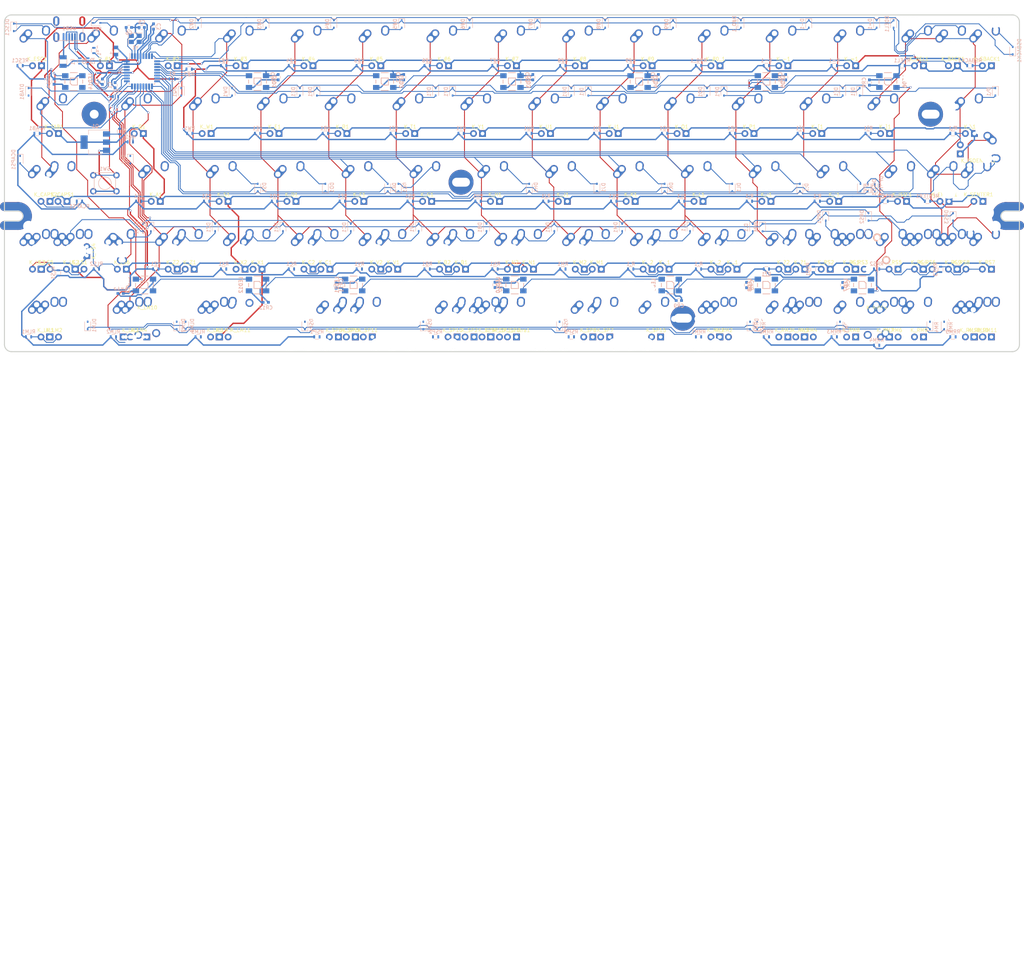
<source format=kicad_pcb>
(kicad_pcb (version 20221018) (generator pcbnew)
  (layers (0 "F.Cu" signal) (31 "B.Cu" signal) (34 "B.Paste" user) (35 "F.Paste" user) (36 "B.SilkS" user "B.Silkscreen") (37 "F.SilkS" user "F.Silkscreen") (38 "B.Mask" user) (39 "F.Mask" user) (44 "Edge.Cuts" user))
  (net 0 "")
  (net 1 "Net-(K_#0_1-Pad3)")
  (net 2 "LEDGND")
  (net 3 "Net-(K_#1-Pad3)")
  (net 4 "Net-(K_#2-Pad3)")
  (net 5 "Net-(K_#3-Pad3)")
  (net 6 "Net-(K_#4-Pad3)")
  (net 7 "Net-(K_#5-Pad3)")
  (net 8 "Net-(K_#6-Pad3)")
  (net 9 "Net-(K_#7-Pad3)")
  (net 10 "Net-(K_#8-Pad3)")
  (net 11 "Net-(K_#9-Pad3)")
  (net 12 "Net-(K_'1-Pad3)")
  (net 13 "Net-(K_,1-Pad3)")
  (net 14 "Net-(K_-1-Pad3)")
  (net 15 "Net-(K_.1-Pad3)")
  (net 16 "Net-(K_;1-Pad3)")
  (net 17 "Net-(K_=1-Pad3)")
  (net 18 "Net-(K_A1-Pad3)")
  (net 19 "Net-(K_B1-Pad3)")
  (net 20 "Net-(K_BACK1-Pad3)")
  (net 21 "Net-(K_C1-Pad3)")
  (net 22 "Net-(K_CAPS1-Pad3)")
  (net 23 "Net-(K_D1-Pad3)")
  (net 24 "Net-(K_E1-Pad3)")
  (net 25 "Net-(K_ENTER1-Pad3)")
  (net 26 "Net-(K_ESC1-Pad3)")
  (net 27 "Net-(K_F1-Pad3)")
  (net 28 "Net-(K_G1-Pad3)")
  (net 29 "Net-(K_H1-Pad3)")
  (net 30 "Net-(K_I1-Pad3)")
  (net 31 "Net-(K_ISO`1-Pad3)")
  (net 32 "Net-(K_J1-Pad3)")
  (net 33 "Net-(K_K1-Pad3)")
  (net 34 "Net-(K_L1-Pad3)")
  (net 35 "ROW8")
  (net 36 "ROW9")
  (net 37 "Net-(K_LS1-Pad3)")
  (net 38 "Net-(K_LS4-Pad3)")
  (net 39 "Net-(K_M1-Pad3)")
  (net 40 "Net-(K_N1-Pad3)")
  (net 41 "Net-(K_O1-Pad3)")
  (net 42 "Net-(K_P1-Pad3)")
  (net 43 "Net-(K_Q1-Pad3)")
  (net 44 "Net-(K_R1-Pad3)")
  (net 45 "Net-(K_RM1-Pad3)")
  (net 46 "Net-(K_RM10-Pad3)")
  (net 47 "Net-(K_RS1-Pad3)")
  (net 48 "Net-(K_RS4-Pad3)")
  (net 49 "Net-(K_RS7-Pad3)")
  (net 50 "Net-(K_S1-Pad3)")
  (net 51 "Net-(K_SBACK1-Pad3)")
  (net 52 "Net-(K_T1-Pad3)")
  (net 53 "Net-(K_TAB1-Pad3)")
  (net 54 "Net-(K_U1-Pad3)")
  (net 55 "Net-(K_V1-Pad3)")
  (net 56 "Net-(K_W1-Pad3)")
  (net 57 "Net-(K_X1-Pad3)")
  (net 58 "Net-(K_Y1-Pad3)")
  (net 59 "Net-(K_Z1-Pad3)")
  (net 60 "Net-(K_[1-Pad3)")
  (net 61 "Net-(K_]1-Pad3)")
  (net 62 "Net-(C1-Pad1)")
  (net 63 "GND")
  (net 64 "+5V")
  (net 65 "VCC")
  (net 66 "Net-(R1-Pad2)")
  (net 67 "Net-(R2-Pad1)")
  (net 68 "DP")
  (net 69 "Net-(R3-Pad1)")
  (net 70 "DM")
  (net 71 "Net-(R4-Pad1)")
  (net 72 "Net-(K_?1-Pad3)")
  (net 73 "COL4")
  (net 74 "COL3")
  (net 75 "Net-(K_SP11-Pad3)")
  (net 76 "Net-(K_LM1-Pad3)")
  (net 77 "Net-(K_LM10-Pad3)")
  (net 78 "Net-(K_LM11-Pad3)")
  (net 79 "Net-(C5-Pad1)")
  (net 80 "Net-(C6-Pad1)")
  (net 81 "Net-(Q1-Pad1)")
  (net 82 "RGBLED")
  (net 83 "Net-(R5-Pad2)")
  (net 84 "Net-(K_RM14-Pad3)")
  (net 85 "Net-(D#0_1-Pad2)")
  (net 86 "COL5")
  (net 87 "Net-(D#1-Pad2)")
  (net 88 "COL1")
  (net 89 "Net-(D#2-Pad2)")
  (net 90 "Net-(D#3-Pad2)")
  (net 91 "COL2")
  (net 92 "Net-(D#4-Pad2)")
  (net 93 "Net-(D#5-Pad2)")
  (net 94 "Net-(D#6-Pad2)")
  (net 95 "Net-(D#7-Pad2)")
  (net 96 "Net-(D#8-Pad2)")
  (net 97 "Net-(D#9-Pad2)")
  (net 98 "Net-(D'1-Pad2)")
  (net 99 "COL6")
  (net 100 "Net-(D,1-Pad2)")
  (net 101 "Net-(D-1-Pad2)")
  (net 102 "Net-(D.1-Pad2)")
  (net 103 "Net-(D;1-Pad2)")
  (net 104 "Net-(D=1-Pad2)")
  (net 105 "Net-(D?1-Pad2)")
  (net 106 "Net-(DA1-Pad2)")
  (net 107 "Net-(DB1-Pad2)")
  (net 108 "Net-(DDEL1-Pad2)")
  (net 109 "COL7")
  (net 110 "Net-(DC1-Pad2)")
  (net 111 "Net-(DCAPS1-Pad2)")
  (net 112 "Net-(DD1-Pad2)")
  (net 113 "Net-(DE1-Pad2)")
  (net 114 "Net-(DENTER1-Pad2)")
  (net 115 "Net-(DESC1-Pad2)")
  (net 116 "COL0")
  (net 117 "Net-(DF1-Pad2)")
  (net 118 "Net-(DG1-Pad2)")
  (net 119 "Net-(DH1-Pad2)")
  (net 120 "Net-(DI1-Pad2)")
  (net 121 "Net-(DISO`1-Pad2)")
  (net 122 "Net-(DJ1-Pad2)")
  (net 123 "Net-(DK1-Pad2)")
  (net 124 "Net-(DL1-Pad2)")
  (net 125 "Net-(DM1-Pad2)")
  (net 126 "Net-(DN1-Pad2)")
  (net 127 "Net-(DO1-Pad2)")
  (net 128 "Net-(DP1-Pad2)")
  (net 129 "Net-(DQ1-Pad2)")
  (net 130 "Net-(DR1-Pad2)")
  (net 131 "Net-(DS1-Pad2)")
  (net 132 "Net-(DSBACK1-Pad2)")
  (net 133 "Net-(DT1-Pad2)")
  (net 134 "Net-(DTAB1-Pad2)")
  (net 135 "Net-(DU1-Pad2)")
  (net 136 "Net-(DV1-Pad2)")
  (net 137 "Net-(DW1-Pad2)")
  (net 138 "Net-(DX1-Pad2)")
  (net 139 "Net-(DY1-Pad2)")
  (net 140 "Net-(DZ1-Pad2)")
  (net 141 "Net-(D[1-Pad2)")
  (net 142 "Net-(D\\1-Pad2)")
  (net 143 "Net-(D]1-Pad2)")
  (net 144 "Net-(USB1-Pad2)")
  (net 145 "Net-(DLM1-Pad2)")
  (net 146 "Net-(DLM2-Pad2)")
  (net 147 "Net-(DLM3-Pad2)")
  (net 148 "Net-(DLS1-Pad2)")
  (net 149 "Net-(DLS2-Pad2)")
  (net 150 "Net-(DRM1-Pad2)")
  (net 151 "Net-(DRM2-Pad2)")
  (net 152 "Net-(DRM4-Pad2)")
  (net 153 "Net-(DRM3-Pad2)")
  (net 154 "Net-(DRM5-Pad2)")
  (net 155 "Net-(DRS1-Pad2)")
  (net 156 "Net-(DRS2-Pad2)")
  (net 157 "Net-(DRS3-Pad2)")
  (net 158 "Net-(K_SP10-Pad3)")
  (net 159 "Net-(K_RM8-Pad3)")
  (net 160 "Net-(K_SP15-Pad3)")
  (net 161 "Net-(K_RM3-Pad3)")
  (net 162 "Net-(LED1-Pad2)")
  (net 163 "Net-(LED2-Pad2)")
  (net 164 "Net-(LED3-Pad2)")
  (net 165 "Net-(LED4-Pad2)")
  (net 166 "Net-(LED5-Pad2)")
  (net 167 "Net-(LED6-Pad2)")
  (net 168 "Net-(LED7-Pad2)")
  (net 169 "Net-(LED8-Pad2)")
  (net 170 "Net-(LED10-Pad4)")
  (net 171 "Net-(LED10-Pad2)")
  (net 172 "Net-(LED11-Pad2)")
  (net 173 "Net-(LED12-Pad2)")
  (net 174 "Net-(LED13-Pad2)")
  (net 175 "Net-(LED14-Pad2)")
  (net 176 "ROW0")
  (net 177 "ROW1")
  (net 178 "ROW4")
  (net 179 "ROW7")
  (net 180 "ROW6")
  (net 181 "ROW5")
  (net 182 "ROW2")
  (net 183 "ROW3")
  (net 184 "Net-(DSP1-Pad2)")
  (net 185 "Net-(DSP2-Pad2)")
  (net 186 "Net-(DSP3-Pad2)")
  (net 187 "Net-(K_ISOENTER1-Pad3)")
  (footprint "MX_Alps_Hybrid:MX-1U" (layer "F.Cu") (at 204.7875 30.95625)
    (fp_text reference "K_#0_1")
    (fp_text value "MX-1U")
  )
  (footprint "MX_Alps_Hybrid:MX-1U" (layer "F.Cu") (at 33.3375 30.95625)
    (fp_text reference "K_#1")
    (fp_text value "MX-1U")
  )
  (footprint "MX_Alps_Hybrid:MX-1U" (layer "F.Cu") (at 52.3875 30.95625)
    (fp_text reference "K_#2")
    (fp_text value "MX-1U")
  )
  (footprint "MX_Alps_Hybrid:MX-1U" (layer "F.Cu") (at 71.4375 30.95625)
    (fp_text reference "K_#3")
    (fp_text value "MX-1U")
  )
  (footprint "MX_Alps_Hybrid:MX-1U" (layer "F.Cu") (at 90.4875 30.95625)
    (fp_text reference "K_#4")
    (fp_text value "MX-1U")
  )
  (footprint "MX_Alps_Hybrid:MX-1U" (layer "F.Cu") (at 109.5375 30.95625)
    (fp_text reference "K_#5")
    (fp_text value "MX-1U")
  )
  (footprint "MX_Alps_Hybrid:MX-1U" (layer "F.Cu") (at 128.5875 30.95625)
    (fp_text reference "K_#6")
    (fp_text value "MX-1U")
  )
  (footprint "MX_Alps_Hybrid:MX-1U" (layer "F.Cu") (at 147.6375 30.95625)
    (fp_text reference "K_#7")
    (fp_text value "MX-1U")
  )
  (footprint "MX_Alps_Hybrid:MX-1U" (layer "F.Cu") (at 166.6875 30.95625)
    (fp_text reference "K_#8")
    (fp_text value "MX-1U")
  )
  (footprint "MX_Alps_Hybrid:MX-1U" (layer "F.Cu") (at 185.7375 30.95625)
    (fp_text reference "K_#9")
    (fp_text value "MX-1U")
  )
  (footprint "MX_Alps_Hybrid:MX-1U" (layer "F.Cu") (at 238.125 69.05625)
    (fp_text reference "K_'1")
    (fp_text value "MX-1U")
  )
  (footprint "MX_Alps_Hybrid:MX-1U" (layer "F.Cu") (at 190.5 88.10625)
    (fp_text reference "K_,1")
    (fp_text value "MX-1U-FLIPPED")
  )
  (footprint "MX_Alps_Hybrid:MX-1U" (layer "F.Cu") (at 185.7375 88.10625)
    (fp_text reference "K_,2")
    (fp_text value "MX-1U")
  )
  (footprint "MX_Alps_Hybrid:MX-1U" (layer "F.Cu") (at 223.8375 30.95625)
    (fp_text reference "K_-1")
    (fp_text value "MX-1U")
  )
  (footprint "MX_Alps_Hybrid:MX-1U" (layer "F.Cu") (at 209.55 88.10625)
    (fp_text reference "K_.1")
    (fp_text value "MX-1U-FLIPPED")
  )
  (footprint "MX_Alps_Hybrid:MX-1U" (layer "F.Cu") (at 204.7875 88.10625)
    (fp_text reference "K_.2")
    (fp_text value "MX-1U")
  )
  (footprint "MX_Alps_Hybrid:MX-1U" (layer "F.Cu") (at 219.075 69.05625)
    (fp_text reference "K_;1")
    (fp_text value "MX-1U")
  )
  (footprint "MX_Alps_Hybrid:MX-1U" (layer "F.Cu") (at 242.8875 30.95625)
    (fp_text reference "K_=1")
    (fp_text value "MX-1U")
  )
  (footprint "MX_Alps_Hybrid:MX-1U" (layer "F.Cu") (at 47.625 69.05625)
    (fp_text reference "K_A1")
    (fp_text value "MX-1U")
  )
  (footprint "MX_Alps_Hybrid:MX-1U" (layer "F.Cu") (at 133.35 88.10625)
    (fp_text reference "K_B1")
    (fp_text value "MX-1U-FLIPPED")
  )
  (footprint "MX_Alps_Hybrid:MX-1U" (layer "F.Cu") (at 128.5875 88.10625)
    (fp_text reference "K_B2")
    (fp_text value "MX-1U")
  )
  (footprint "MX_Alps_Hybrid:MX-1U" (layer "F.Cu") (at 95.25 88.10625)
    (fp_text reference "K_C1")
    (fp_text value "MX-1U-FLIPPED")
  )
  (footprint "MX_Alps_Hybrid:MX-1U" (layer "F.Cu") (at 90.4875 88.10625)
    (fp_text reference "K_C2")
    (fp_text value "MX-1U")
  )
  (footprint "MX_Alps_Hybrid:MX-1U" (layer "F.Cu") (at 85.725 69.05625)
    (fp_text reference "K_D1")
    (fp_text value "MX-1U")
  )
  (footprint "MX_Alps_Hybrid:MX-1U" (layer "F.Cu") (at 261.9375 30.95625)
    (fp_text reference "K_DEL1")
    (fp_text value "MX-1U")
  )
  (footprint "MX_Alps_Hybrid:MX-1U" (layer "F.Cu") (at 80.9625 50.00625)
    (fp_text reference "K_E1")
    (fp_text value "MX-1U")
  )
  (footprint "MX_Alps_Hybrid:MX-1U" (layer "F.Cu") (at 14.2875 30.95625)
    (fp_text reference "K_ESC1")
    (fp_text value "MX-1U")
  )
  (footprint "MX_Alps_Hybrid:MX-1U" (layer "F.Cu") (at 104.775 69.05625)
    (fp_text reference "K_F1")
    (fp_text value "MX-1U")
  )
  (footprint "MX_Alps_Hybrid:MX-1U" (layer "F.Cu") (at 123.825 69.05625)
    (fp_text reference "K_G1")
    (fp_text value "MX-1U")
  )
  (footprint "MX_Alps_Hybrid:MX-1U" (layer "F.Cu") (at 142.875 69.05625)
    (fp_text reference "K_H1")
    (fp_text value "MX-1U")
  )
  (footprint "MX_Alps_Hybrid:MX-1U" (layer "F.Cu") (at 176.2125 50.00625)
    (fp_text reference "K_I1")
    (fp_text value "MX-1U")
  )
  (footprint "MX_Alps_Hybrid:MX-1U" (layer "F.Cu") (at 257.175 69.05625)
    (fp_text reference "K_ISO`1")
    (fp_text value "MX-1U")
  )
  (footprint "MX_Alps_Hybrid:MX-1U" (layer "F.Cu") (at 161.925 69.05625)
    (fp_text reference "K_J1")
    (fp_text value "MX-1U")
  )
  (footprint "MX_Alps_Hybrid:MX-1U" (layer "F.Cu") (at 180.975 69.05625)
    (fp_text reference "K_K1")
    (fp_text value "MX-1U")
  )
  (footprint "MX_Alps_Hybrid:MX-1U" (layer "F.Cu") (at 200.025 69.05625)
    (fp_text reference "K_L1")
    (fp_text value "MX-1U")
  )
  (footprint "MX_Alps_Hybrid:MX-2U" (layer "F.Cu") (at 23.8125 88.10625)
    (fp_text reference "K_LS2")
    (fp_text value "MX-2U-FLIPPED")
  )
  (footprint "MX_Alps_Hybrid:MX-1U" (layer "F.Cu") (at 14.2875 88.10625)
    (fp_text reference "K_LS3")
    (fp_text value "MX-1U")
  )
  (footprint "MX_Alps_Hybrid:MX-1U" (layer "F.Cu") (at 33.3375 88.10625 -90)
    (fp_text reference "K_LS4")
    (fp_text value "MX-1U")
  )
  (footprint "MX_Alps_Hybrid:MX-1U" (layer "F.Cu") (at 38.1 88.10625)
    (fp_text reference "K_LS6")
    (fp_text value "MX-1U")
  )
  (footprint "MX_Alps_Hybrid:MX-1U" (layer "F.Cu") (at 171.45 88.10625)
    (fp_text reference "K_M1")
    (fp_text value "MX-1U-FLIPPED")
  )
  (footprint "MX_Alps_Hybrid:MX-1U" (layer "F.Cu") (at 166.6875 88.10625)
    (fp_text reference "K_M2")
    (fp_text value "MX-1U")
  )
  (footprint "MX_Alps_Hybrid:MX-1U" (layer "F.Cu") (at 152.4 88.10625)
    (fp_text reference "K_N1")
    (fp_text value "MX-1U-FLIPPED")
  )
  (footprint "MX_Alps_Hybrid:MX-1U" (layer "F.Cu") (at 147.6375 88.10625)
    (fp_text reference "K_N2")
    (fp_text value "MX-1U")
  )
  (footprint "MX_Alps_Hybrid:MX-1U" (layer "F.Cu") (at 195.2625 50.00625)
    (fp_text reference "K_O1")
    (fp_text value "MX-1U")
  )
  (footprint "MX_Alps_Hybrid:MX-1U" (layer "F.Cu") (at 214.3125 50.00625)
    (fp_text reference "K_P1")
    (fp_text value "MX-1U")
  )
  (footprint "MX_Alps_Hybrid:MX-1U" (layer "F.Cu") (at 42.8625 50.00625)
    (fp_text reference "K_Q1")
    (fp_text value "MX-1U")
  )
  (footprint "MX_Alps_Hybrid:MX-1U" (layer "F.Cu") (at 100.0125 50.00625)
    (fp_text reference "K_R1")
    (fp_text value "MX-1U")
  )
  (footprint "MX_Alps_Hybrid:MX-1U" (layer "F.Cu") (at 204.7875 107.15625)
    (fp_text reference "K_RM1")
    (fp_text value "MX-1U")
  )
  (footprint "MX_Alps_Hybrid:MX-1.25U-FLIPPED" (layer "F.Cu") (at 207.16875 107.15625)
    (fp_text reference "K_RM2")
    (fp_text value "MX-1.25U")
  )
  (footprint "MX_Alps_Hybrid:MX-1U" (layer "F.Cu") (at 223.8375 107.15625)
    (fp_text reference "K_RM3")
    (fp_text value "MX-1U-FLIPPED")
  )
  (footprint "MX_Alps_Hybrid:MX-1.25U-FLIPPED" (layer "F.Cu") (at 230.98125 107.15625)
    (fp_text reference "K_RM4")
    (fp_text value "MX-1.25U")
  )
  (footprint "MX_Alps_Hybrid:MX-1.5U" (layer "F.Cu") (at 228.6 107.15625)
    (fp_text reference "K_RM5")
    (fp_text value "MX-1.5U")
  )
  (footprint "MX_Alps_Hybrid:MX-1.25U-FLIPPED" (layer "F.Cu") (at 254.79375 107.15625)
    (fp_text reference "K_RM6")
    (fp_text value "MX-1.25U")
  )
  (footprint "MX_Alps_Hybrid:MX-1U" (layer "F.Cu") (at 252.4125 107.15625)
    (fp_text reference "K_RM7")
    (fp_text value "MX-1U")
  )
  (footprint "MX_Alps_Hybrid:MX-1U" (layer "F.Cu") (at 242.8875 107.15625)
    (fp_text reference "K_RM8")
    (fp_text value "MX-1U-FLIPPED")
  )
  (footprint "MX_Alps_Hybrid:MX-1U" (layer "F.Cu") (at 261.9375 107.15625)
    (fp_text reference "K_RM9")
    (fp_text value "MX-1U-FLIPPED")
  )
  (footprint "MX_Alps_Hybrid:MX-1.25U-FLIPPED" (layer "F.Cu") (at 278.60625 107.15625)
    (fp_text reference "K_RM10")
    (fp_text value "MX-1.25U")
  )
  (footprint "MX_Alps_Hybrid:MX-1U" (layer "F.Cu") (at 280.9875 107.15625)
    (fp_text reference "K_RM11")
    (fp_text value "MX-1U")
  )
  (footprint "MX_Alps_Hybrid:MX-1.5U" (layer "F.Cu") (at 276.225 107.15625)
    (fp_text reference "K_RM12")
    (fp_text value "MX-1.5U")
  )
  (footprint "MX_Alps_Hybrid:MX-1U" (layer "F.Cu") (at 242.8875 88.10625)
    (fp_text reference "K_RS1")
    (fp_text value "MX-1U-FLIPPED")
  )
  (footprint "MX_Alps_Hybrid:MX-1U" (layer "F.Cu") (at 261.9375 88.10625)
    (fp_text reference "K_RS4")
    (fp_text value "MX-1U-FLIPPED")
  )
  (footprint "MX_Alps_Hybrid:MX-1.75U" (layer "F.Cu") (at 254.79375 88.10625)
    (fp_text reference "K_RS5")
    (fp_text value "MX-1.75U")
  )
  (footprint "MX_Alps_Hybrid:MX-1U" (layer "F.Cu") (at 280.9875 88.10625)
    (fp_text reference "K_RS7")
    (fp_text value "MX-1U-FLIPPED")
  )
  (footprint "MX_Alps_Hybrid:MX-2U" (layer "F.Cu") (at 271.4625 88.10625)
    (fp_text reference "K_RS9")
    (fp_text value "MX-2U")
  )
  (footprint "MX_Alps_Hybrid:MX-1U" (layer "F.Cu") (at 66.675 69.05625)
    (fp_text reference "K_S1")
    (fp_text value "MX-1U")
  )
  (footprint "MX_Alps_Hybrid:MX-1U" (layer "F.Cu") (at 280.9875 30.95625)
    (fp_text reference "K_SBACK1")
    (fp_text value "MX-1U")
  )
  (footprint "MX_Alps_Hybrid:MX-1U" (layer "F.Cu") (at 119.0625 50.00625)
    (fp_text reference "K_T1")
    (fp_text value "MX-1U")
  )
  (footprint "MX_Alps_Hybrid:MX-1U" (layer "F.Cu") (at 157.1625 50.00625)
    (fp_text reference "K_U1")
    (fp_text value "MX-1U")
  )
  (footprint "MX_Alps_Hybrid:MX-1U" (layer "F.Cu") (at 114.3 88.10625)
    (fp_text reference "K_V1")
    (fp_text value "MX-1U-FLIPPED")
  )
  (footprint "MX_Alps_Hybrid:MX-1U" (layer "F.Cu") (at 109.5375 88.10625)
    (fp_text reference "K_V2")
    (fp_text value "MX-1U")
  )
  (footprint "MX_Alps_Hybrid:MX-1U" (layer "F.Cu") (at 61.9125 50.00625)
    (fp_text reference "K_W1")
    (fp_text value "MX-1U")
  )
  (footprint "MX_Alps_Hybrid:MX-1U" (layer "F.Cu") (at 76.2 88.10625)
    (fp_text reference "K_X1")
    (fp_text value "MX-1U-FLIPPED")
  )
  (footprint "MX_Alps_Hybrid:MX-1U" (layer "F.Cu") (at 71.4375 88.10625)
    (fp_text reference "K_X2")
    (fp_text value "MX-1U")
  )
  (footprint "MX_Alps_Hybrid:MX-1U" (layer "F.Cu") (at 138.1125 50.00625)
    (fp_text reference "K_Y1")
    (fp_text value "MX-1U")
  )
  (footprint "MX_Alps_Hybrid:MX-1U" (layer "F.Cu") (at 57.15 88.10625)
    (fp_text reference "K_Z1")
    (fp_text value "MX-1U-FLIPPED")
  )
  (footprint "MX_Alps_Hybrid:MX-1U" (layer "F.Cu") (at 52.3875 88.10625)
    (fp_text reference "K_Z2")
    (fp_text value "MX-1U")
  )
  (footprint "MX_Alps_Hybrid:MX-1U" (layer "F.Cu") (at 233.3625 50.00625)
    (fp_text reference "K_[1")
    (fp_text value "MX-1U")
  )
  (footprint "MX_Alps_Hybrid:MX-1U" (layer "F.Cu") (at 252.4125 50.00625)
    (fp_text reference "K_]1")
    (fp_text value "MX-1U")
  )
  (footprint "local__lib:60_Outline" (layer "F.Cu") (at 147.6375 69.05625)
    (fp_text reference "REF**" hide)
    (fp_text value "60_Outline" hide)
    (fp_line (start -142.5 7.8) (end -142.5 -45.3) (stroke (width 0.3)) (layer "Edge.Cuts"))
    (fp_line (start -142.5 10.6) (end -138.7 10.6) (stroke (width 0.3)) (layer "Edge.Cuts"))
    (fp_line (start -142.5 45.3) (end -142.5 10.6) (stroke (width 0.3)) (layer "Edge.Cuts"))
    (fp_line (start -140.5 47.3) (end 140.5 47.3) (stroke (width 0.3)) (layer "Edge.Cuts"))
    (fp_line (start -138.7 7.8) (end -142.5 7.8) (stroke (width 0.3)) (layer "Edge.Cuts"))
    (fp_line (start 138.7 7.8) (end 142.5 7.8) (stroke (width 0.3)) (layer "Edge.Cuts"))
    (fp_line (start 138.7 10.6) (end 142.5 10.6) (stroke (width 0.3)) (layer "Edge.Cuts"))
    (fp_line (start 140.5 -47.3) (end -140.5 -47.3) (stroke (width 0.3)) (layer "Edge.Cuts"))
    (fp_line (start 142.5 7.8) (end 142.5 -45.3) (stroke (width 0.3)) (layer "Edge.Cuts"))
    (fp_line (start 142.5 10.6) (end 142.5 45.3) (stroke (width 0.3)) (layer "Edge.Cuts"))
    (fp_arc (start -142.5 -45.3) (mid -141.914214 -46.714214) (end -140.5 -47.3) (stroke (width 0.3)) (layer "Edge.Cuts"))
    (fp_arc (start -140.5 47.3) (mid -141.914214 46.714214) (end -142.5 45.3) (stroke (width 0.3)) (layer "Edge.Cuts"))
    (fp_arc (start -138.7 7.8) (mid -137.710051 8.210051) (end -137.3 9.2) (stroke (width 0.3)) (layer "Edge.Cuts"))
    (fp_arc (start -137.3 9.2) (mid -137.710051 10.189949) (end -138.7 10.6) (stroke (width 0.3)) (layer "Edge.Cuts"))
    (fp_arc (start 137.3 9.2) (mid 137.710051 8.210051) (end 138.7 7.8) (stroke (width 0.3)) (layer "Edge.Cuts"))
    (fp_arc (start 138.7 10.6) (mid 137.710051 10.189949) (end 137.3 9.2) (stroke (width 0.3)) (layer "Edge.Cuts"))
    (fp_arc (start 140.5 -47.3) (mid 141.914214 -46.714214) (end 142.5 -45.3) (stroke (width 0.3)) (layer "Edge.Cuts"))
    (fp_arc (start 142.5 45.3) (mid 141.914214 46.714214) (end 140.5 47.3) (stroke (width 0.3)) (layer "Edge.Cuts"))
  )
  (footprint "MX_Alps_Hybrid:MX-1U" (layer "F.Cu") (at 228.6 88.10625)
    (fp_text reference "K_?1")
    (fp_text value "MX-1U-FLIPPED")
  )
  (footprint "MX_Alps_Hybrid:MX-1U" (layer "F.Cu") (at 223.8375 88.10625)
    (fp_text reference "K_?2")
    (fp_text value "MX-1U")
  )
  (footprint "MX_Alps_Hybrid:MX-1.25U" (layer "F.Cu") (at 16.66875 107.15625)
    (fp_text reference "K_LM1")
    (fp_text value "MX-1.25U")
  )
  (footprint "MX_Alps_Hybrid:MX-1.25U-FLIPPED" (layer "F.Cu") (at 40.48125 107.15625)
    (fp_text reference "K_LM3")
    (fp_text value "MX-1.25U")
  )
  (footprint "MX_Alps_Hybrid:MX-1U" (layer "F.Cu") (at 42.8625 107.15625)
    (fp_text reference "K_LM4")
    (fp_text value "MX-1U")
  )
  (footprint "MX_Alps_Hybrid:MX-1.25U" (layer "F.Cu") (at 64.29375 107.15625)
    (fp_text reference "K_LM6")
    (fp_text value "MX-1.25U")
  )
  (footprint "MX_Alps_Hybrid:MX-1.5U-FLIPPED" (layer "F.Cu") (at 66.675 107.15625)
    (fp_text reference "K_LM7")
    (fp_text value "MX-1.5U")
  )
  (footprint "MX_Alps_Hybrid:MX-1.25U" (layer "F.Cu") (at 140.49375 107.15625)
    (fp_text reference "K_SP9")
    (fp_text value "MX-1.25U-FLIPPED")
  )
  (footprint "MX_Alps_Hybrid:MX-1.25U" (layer "F.Cu") (at 130.96875 107.15625)
    (fp_text reference "K_SP10")
    (fp_text value "MX-1.25U-FLIPPED")
  )
  (footprint "MX_Alps_Hybrid:MX-1.75U" (layer "F.Cu") (at 235.74375 88.10625)
    (fp_text reference "K_RS2")
    (fp_text value "MX-1.75U")
  )
  (footprint "MX_Alps_Hybrid:MX-1U" (layer "F.Cu") (at 278.60625 69.05625)
    (fp_text reference "K_SENTER1")
    (fp_text value "MX-1.25U")
  )
  (footprint "MX_Alps_Hybrid:MX-6.25U-ReversedStabilizers" (layer "F.Cu") (at 135.73125 107.15625)
    (fp_text reference "K_SP2")
    (fp_text value "MX-6.25U")
  )
  (footprint "MX_Alps_Hybrid:MX-7U-ReversedStabilizers" (layer "F.Cu") (at 147.6375 107.15625)
    (fp_text reference "K_SP3")
    (fp_text value "MX-7U")
  )
  (footprint "MX_Alps_Hybrid:MX-6U-7UOverlay" (layer "F.Cu") (at 138.1125 107.15625)
    (fp_text reference "K_SP3_Extra1")
    (fp_text value "MX-6U")
  )
  (footprint "MX_Alps_Hybrid:MX-2.75U-ReversedStabilizer" (layer "F.Cu") (at 102.39375 107.15625)
    (fp_text reference "K_SP5")
    (fp_text value "MX-2.75U")
  )
  (footprint "MX_Alps_Hybrid:MX-2.25U-ReversedStabilizer" (layer "F.Cu") (at 97.63125 107.15625)
    (fp_text reference "K_SP6")
    (fp_text value "MX-2.25U-FLIPPED")
  )
  (footprint "MX_Alps_Hybrid:MX-2.25U-ReversedStabilizer" (layer "F.Cu") (at 173.83125 107.15625)
    (fp_text reference "K_SP7")
    (fp_text value "MX-2.25U")
  )
  (footprint "MX_Alps_Hybrid:MX-2.75U-ReversedStabilizer" (layer "F.Cu") (at 169.06875 107.15625)
    (fp_text reference "K_SP8")
    (fp_text value "MX-2.75U-FLIPPED")
  )
  (footprint "MX_Alps_Hybrid:MX-2.75U-ReversedStabilizer" (layer "F.Cu") (at 107.15625 107.15625)
    (fp_text reference "K_SP11")
    (fp_text value "MX-2.75U-FLIPPED")
  )
  (footprint "MX_Alps_Hybrid:MX-2U" (layer "F.Cu") (at 271.4625 30.95625)
    (fp_text reference "K_BACK1")
    (fp_text value "MX-2U")
  )
  (footprint "MX_Alps_Hybrid:MX-1.75U" (layer "F.Cu") (at 21.43125 69.05625)
    (fp_text reference "K_CAPS1")
    (fp_text value "MX-1.75U")
  )
  (footprint "MX_Alps_Hybrid:MX-1.25U" (layer "F.Cu") (at 16.66875 69.05625)
    (fp_text reference "K_CAPS2")
    (fp_text value "MX-1.25U")
  )
  (footprint "MX_Alps_Hybrid:MX-2.25U" (layer "F.Cu") (at 269.08125 69.05625)
    (fp_text reference "K_ENTER1")
    (fp_text value "MX-2.25U")
  )
  (footprint "MX_Alps_Hybrid:MX-ISO-Combined" (layer "F.Cu") (at 278.60625 59.53125)
    (fp_text reference "K_ISOENTER1")
    (fp_text value "MX-ISO-FLIPPED")
  )
  (footprint "MX_Alps_Hybrid:MX-1.5U" (layer "F.Cu") (at 19.05 50.00625)
    (fp_text reference "K_TAB1")
    (fp_text value "MX-1.5U")
  )
  (footprint "MX_Alps_Hybrid:MX-1.5U" (layer "F.Cu") (at 276.225 50.00625)
    (fp_text reference "K_\\1")
    (fp_text value "MX-1.5U")
  )
  (footprint "MX_Alps_Hybrid:MX-1.5U-FLIPPED" (layer "F.Cu") (at 19.05 107.15625)
    (fp_text reference "K_LM2")
    (fp_text value "MX-1.5U")
  )
  (footprint "MX_Alps_Hybrid:MX-2.25U-FLIPPED" (layer "F.Cu") (at 26.19375 88.10625)
    (fp_text reference "K_LS1")
    (fp_text value "MX-2.25U-FLIPPED")
  )
  (footprint "MX_Alps_Hybrid:MX-1.25U-FLIPPED" (layer "F.Cu") (at 16.66875 88.10625)
    (fp_text reference "K_LS5")
    (fp_text value "MX-1.25U")
  )
  (footprint "MX_Alps_Hybrid:MX-1.25U-FLIPPED" (layer "F.Cu") (at 245.26875 88.10625)
    (fp_text reference "K_RS3")
    (fp_text value "MX-1.25U-FLIPPED")
  )
  (footprint "MX_Alps_Hybrid:MX-2.75U-FLIPPED" (layer "F.Cu") (at 264.31875 88.10625)
    (fp_text reference "K_RS6")
    (fp_text value "MX-2.75U-FLIPPED")
  )
  (footprint "MX_Alps_Hybrid:MX-1.75U-FLIPPED" (layer "F.Cu") (at 273.84375 88.10625)
    (fp_text reference "K_RS8")
    (fp_text value "MX-1.75U")
  )
  (footprint "MX_Alps_Hybrid:MX-2.25U-ReversedStabilizer" (layer "F.Cu") (at 102.39375 107.15625)
    (fp_text reference "K_SP14")
    (fp_text value "MX-2.25U")
  )
  (footprint "MX_Alps_Hybrid:MX-2.75U-ReversedStabilizer" (layer "F.Cu") (at 188.11875 107.15625)
    (fp_text reference "K_SP15")
    (fp_text value "MX-2.75U-FLIPPED")
  )
  (footprint "MX_Alps_Hybrid:MX-2U-ReversedStabilizers-FLIPPED" (layer "F.Cu") (at 142.875 107.15625)
    (fp_text reference "K_SP13")
    (fp_text value "MX-2U-FLIPPED")
  )
  (footprint "MX_Alps_Hybrid:ALPS-1.25U" (layer "F.Cu") (at 45.24375 107.15625 180)
    (fp_text reference "K_LM10")
    (fp_text value "MX-1.25U")
  )
  (footprint "MX_Alps_Hybrid:ALPS-1.5U" (layer "F.Cu") (at 71.4375 107.15625)
    (fp_text reference "K_LM11")
    (fp_text value "MX-1.5U-FLIPPED")
  )
  (footprint "MX_Alps_Hybrid:ALPS-1.25U" (layer "F.Cu") (at 250.03125 107.15625 180)
    (fp_text reference "K_RM14")
    (fp_text value "MX-1.25U")
  )
  (footprint "local__lib:MX_100" (layer "F.Cu") (at 247.65 88.10625 -90)
    (fp_text reference "K_RS10" hide)
    (fp_text value "KEYSW" hide)
  )
  (footprint "Capacitors_SMD:C_0603" (layer "B.Cu") (at 36.195 41.517 -90)
    (fp_text reference "C1")
    (fp_text value "1uF")
  )
  (footprint "Capacitors_SMD:C_0603" (layer "B.Cu") (at 32.639 40.525 -90)
    (fp_text reference "C2")
    (fp_text value "100nF")
  )
  (footprint "Capacitors_SMD:C_0603" (layer "B.Cu") (at 46.99 25.007 90)
    (fp_text reference "C3")
    (fp_text value "100nF")
  )
  (footprint "Capacitors_SMD:C_0805" (layer "B.Cu") (at 36.449 31.893 -90)
    (fp_text reference "C4")
    (fp_text value "4.7uF")
  )
  (footprint "Fuse_Holders_and_Fuses:Fuse_SMD1206_Reflow" (layer "B.Cu") (at 21.59 34.855 90)
    (fp_text reference "F1")
    (fp_text value "Polyfuse")
  )
  (footprint "Resistors_SMD:R_0603" (layer "B.Cu") (at 52.25 39.75 180)
    (fp_text reference "R1")
    (fp_text value "10k")
  )
  (footprint "Resistors_SMD:R_0603" (layer "B.Cu") (at 26.32075 34.69075 90)
    (fp_text reference "R2")
    (fp_text value "22")
  )
  (footprint "Resistors_SMD:R_0603" (layer "B.Cu") (at 28.54325 34.69075 90)
    (fp_text reference "R3")
    (fp_text value "22")
  )
  (footprint "Resistors_SMD:R_0603" (layer "B.Cu") (at 36.322 44.704 180)
    (fp_text reference "R4")
    (fp_text value "10k")
  )
  (footprint "Capacitors_SMD:C_0603" (layer "B.Cu") (at 43.676 25.273 180)
    (fp_text reference "C5")
    (fp_text value "22pF")
  )
  (footprint "Capacitors_SMD:C_0603" (layer "B.Cu") (at 40.0685 25.273)
    (fp_text reference "C6")
    (fp_text value "22pF")
  )
  (footprint "TO_SOT_Packages_SMD:SOT-223-3Lead_TabPin2" (layer "B.Cu") (at 30.65 57.5 180)
    (fp_text reference "Q1")
    (fp_text value "NSS40301MZ4T1G")
  )
  (footprint "Housings_QFP:TQFP-32_7x7mm_Pitch0.8mm" (layer "B.Cu") (at 43.75125 37.5875 -90)
    (fp_text reference "U1")
    (fp_text value "ATMEGA32U2-AU")
  )
  (footprint "Crystals:Crystal_SMD_3225-4pin_3.2x2.5mm" (layer "B.Cu") (at 41.867 28.487)
    (fp_text reference "Y1")
    (fp_text value "Crystal_GND24")
  )
  (footprint "Resistors_SMD:R_0603" (layer "B.Cu") (at 37.5 54.5 90)
    (fp_text reference "R5")
    (fp_text value "1.5k")
  )
  (footprint "Molex-0548190589:Molex-0548190589" (layer "B.Cu") (at 23.3375 23.495 -90)
    (fp_text reference "USB1")
    (fp_text value "Molex-0548190589")
  )
  (footprint "Molex-0548190589:PushButton_6x6mm_TH" (layer "B.Cu") (at 33.3375 69.05625)
    (fp_text reference "SW1")
    (fp_text value "SW_RST1")
  )
  (footprint "Capacitors_SMD:C_0603" (layer "B.Cu") (at 82 39.25 -90)
    (fp_text reference "CR1")
    (fp_text value "100nF")
  )
  (footprint "Capacitors_SMD:C_0603" (layer "B.Cu") (at 117.25 39.25 -90)
    (fp_text reference "CR2")
    (fp_text value "100nF")
  )
  (footprint "Capacitors_SMD:C_0603" (layer "B.Cu") (at 153.5 39.25 -90)
    (fp_text reference "CR3")
    (fp_text value "100nF")
  )
  (footprint "Capacitors_SMD:C_0603" (layer "B.Cu") (at 188.75 39.25 -90)
    (fp_text reference "CR4")
    (fp_text value "100nF")
  )
  (footprint "Capacitors_SMD:C_0603" (layer "B.Cu") (at 224.5 39.25 -90)
    (fp_text reference "CR5")
    (fp_text value "100nF")
  )
  (footprint "Capacitors_SMD:C_0603" (layer "B.Cu") (at 248 40.75 -90)
    (fp_text reference "CR6")
    (fp_text value "100nF")
  )
  (footprint "Capacitors_SMD:C_0603" (layer "B.Cu") (at 240.50625 97.675 90)
    (fp_text reference "CR7")
    (fp_text value "100nF")
  )
  (footprint "Capacitors_SMD:C_0603" (layer "B.Cu") (at 213.51875 97.63125 90)
    (fp_text reference "CR8")
    (fp_text value "100nF")
  )
  (footprint "Capacitors_SMD:C_0603" (layer "B.Cu") (at 194.5 102)
    (fp_text reference "CR9")
    (fp_text value "100nF")
  )
  (footprint "Capacitors_SMD:C_0603" (layer "B.Cu") (at 142.875 97.5875 90)
    (fp_text reference "CR10")
    (fp_text value "100nF")
  )
  (footprint "Capacitors_SMD:C_0603" (layer "B.Cu") (at 98.25 97.75 90)
    (fp_text reference "CR11")
    (fp_text value "100nF")
  )
  (footprint "Capacitors_SMD:C_0603" (layer "B.Cu") (at 78.5 102.5)
    (fp_text reference "CR12")
    (fp_text value "100nF")
  )
  (footprint "Capacitors_SMD:C_0603" (layer "B.Cu") (at 37.75 100 180)
    (fp_text reference "CR13")
    (fp_text value "100nF")
  )
  (footprint "Capacitors_SMD:C_0603" (layer "B.Cu") (at 19.05 40.48125 -90)
    (fp_text reference "CR14")
    (fp_text value "100nF")
  )
  (footprint "WS2812B:WS2812B" (layer "B.Cu") (at 76.2 40.48125 90)
    (fp_text reference "LED1")
    (fp_text value "WS2812B" hide)
  )
  (footprint "WS2812B:WS2812B" (layer "B.Cu") (at 111.91875 40.48125 90)
    (fp_text reference "LED2")
    (fp_text value "WS2812B" hide)
  )
  (footprint "WS2812B:WS2812B" (layer "B.Cu") (at 147.6375 40.48125 90)
    (fp_text reference "LED3")
    (fp_text value "WS2812B" hide)
  )
  (footprint "WS2812B:WS2812B" (layer "B.Cu") (at 183.35 40.48125 90)
    (fp_text reference "LED4")
    (fp_text value "WS2812B" hide)
  )
  (footprint "WS2812B:WS2812B" (layer "B.Cu") (at 219.075 40.48125 90)
    (fp_text reference "LED5")
    (fp_text value "WS2812B" hide)
  )
  (footprint "WS2812B:WS2812B" (layer "B.Cu") (at 253.20625 40.48125 90)
    (fp_text reference "LED6")
    (fp_text value "WS2812B" hide)
  )
  (footprint "WS2812B:WS2812B" (layer "B.Cu") (at 246.0625 97.63125 -90)
    (fp_text reference "LED7")
    (fp_text value "WS2812B" hide)
  )
  (footprint "WS2812B:WS2812B" (layer "B.Cu") (at 219.075 97.63125 -90)
    (fp_text reference "LED8")
    (fp_text value "WS2812B" hide)
  )
  (footprint "WS2812B:WS2812B" (layer "B.Cu") (at 192.0875 97.63125 -90)
    (fp_text reference "LED9")
    (fp_text value "WS2812B" hide)
  )
  (footprint "WS2812B:WS2812B" (layer "B.Cu") (at 148.43125 97.63125 -90)
    (fp_text reference "LED10")
    (fp_text value "WS2812B" hide)
  )
  (footprint "WS2812B:WS2812B" (layer "B.Cu") (at 103.1875 97.63125 -90)
    (fp_text reference "LED11")
    (fp_text value "WS2812B" hide)
  )
  (footprint "WS2812B:WS2812B" (layer "B.Cu") (at 76.2 97.63125 -90)
    (fp_text reference "LED12")
    (fp_text value "WS2812B" hide)
  )
  (footprint "WS2812B:WS2812B" (layer "B.Cu") (at 44.45 97.63125 -90)
    (fp_text reference "LED13")
    (fp_text value "WS2812B" hide)
  )
  (footprint "WS2812B:WS2812B" (layer "B.Cu") (at 24.60625 40.48125 90)
    (fp_text reference "LED14")
    (fp_text value "WS2812B" hide)
  )
  (footprint "Diodes_SMD:D_SOD-323" (layer "B.Cu") (at 211.93125 24.3125 -90)
    (fp_text reference "D#0_1")
    (fp_text value "1N4148WS")
  )
  (footprint "Diodes_SMD:D_SOD-323" (layer "B.Cu") (at 31 24)
    (fp_text reference "D#1")
    (fp_text value "1N4148WS")
  )
  (footprint "Diodes_SMD:D_SOD-323" (layer "B.Cu") (at 59.53125 24.3125 -90)
    (fp_text reference "D#2")
    (fp_text value "1N4148WS")
  )
  (footprint "Diodes_SMD:D_SOD-323" (layer "B.Cu") (at 78.58125 24.3125 -90)
    (fp_text reference "D#3")
    (fp_text value "1N4148WS")
  )
  (footprint "Diodes_SMD:D_SOD-323" (layer "B.Cu") (at 97.63125 24.3125 -90)
    (fp_text reference "D#4")
    (fp_text value "1N4148WS")
  )
  (footprint "Diodes_SMD:D_SOD-323" (layer "B.Cu") (at 116.68125 24.3125 -90)
    (fp_text reference "D#5")
    (fp_text value "1N4148WS")
  )
  (footprint "Diodes_SMD:D_SOD-323" (layer "B.Cu") (at 135.73125 24.3125 -90)
    (fp_text reference "D#6")
    (fp_text value "1N4148WS")
  )
  (footprint "Diodes_SMD:D_SOD-323" (layer "B.Cu") (at 154.78125 24.3125 -90)
    (fp_text reference "D#7")
    (fp_text value "1N4148WS")
  )
  (footprint "Diodes_SMD:D_SOD-323" (layer "B.Cu") (at 173.83125 24.3125 -90)
    (fp_text reference "D#8")
    (fp_text value "1N4148WS")
  )
  (footprint "Diodes_SMD:D_SOD-323" (layer "B.Cu") (at 192.88125 24.3125 -90)
    (fp_text reference "D#9")
    (fp_text value "1N4148WS")
  )
  (footprint "Diodes_SMD:D_SOD-323" (layer "B.Cu") (at 245.5 70.25 90)
    (fp_text reference "D'1")
    (fp_text value "1N4148WS")
  )
  (footprint "Diodes_SMD:D_SOD-323" (layer "B.Cu") (at 197.64375 81.4625 -90)
    (fp_text reference "D,1")
    (fp_text value "1N4148WS")
  )
  (footprint "Diodes_SMD:D_SOD-323" (layer "B.Cu") (at 230.98125 24.3125 -90)
    (fp_text reference "D-1")
    (fp_text value "1N4148WS")
  )
  (footprint "Diodes_SMD:D_SOD-323" (layer "B.Cu") (at 215.25 81.5 -90)
    (fp_text reference "D.1")
    (fp_text value "1N4148WS")
  )
  (footprint "Diodes_SMD:D_SOD-323" (layer "B.Cu") (at 228.5 70.25 90)
    (fp_text reference "D;1")
    (fp_text value "1N4148WS")
  )
  (footprint "Diodes_SMD:D_SOD-323" (layer "B.Cu") (at 250.03125 24.3125 -90)
    (fp_text reference "D=1")
    (fp_text value "1N4148WS")
  )
  (footprint "Diodes_SMD:D_SOD-323" (layer "B.Cu") (at 218 81.5 -90)
    (fp_text reference "D?1")
    (fp_text value "1N4148WS")
  )
  (footprint "Diodes_SMD:D_SOD-323" (layer "B.Cu") (at 40.48125 62.4125 -90)
    (fp_text reference "DA1")
    (fp_text value "1N4148WS")
  )
  (footprint "Diodes_SMD:D_SOD-323" (layer "B.Cu") (at 140.49375 81.4625 -90)
    (fp_text reference "DB1")
    (fp_text value "1N4148WS")
  )
  (footprint "Diodes_SMD:D_SOD-323" (layer "B.Cu") (at 102.39375 81.4625 -90)
    (fp_text reference "DC1")
    (fp_text value "1N4148WS")
  )
  (footprint "Diodes_SMD:D_SOD-323" (layer "B.Cu") (at 9.525 62.4125 -90)
    (fp_text reference "DCAPS1")
    (fp_text value "1N4148WS")
  )
  (footprint "Diodes_SMD:D_SOD-323" (layer "B.Cu") (at 95.25 70.25 90)
    (fp_text reference "DD1")
    (fp_text value "1N4148WS")
  )
  (footprint "Diodes_SMD:D_SOD-323" (layer "B.Cu") (at 254.79375 24.3125 -90)
    (fp_text reference "DDEL1")
    (fp_text value "1N4148WS")
  )
  (footprint "Diodes_SMD:D_SOD-323" (layer "B.Cu") (at 88.10625 43.3625 -90)
    (fp_text reference "DE1")
    (fp_text value "1N4148WS")
  )
  (footprint "Diodes_SMD:D_SOD-323" (layer "B.Cu") (at 249.5 70.25 90)
    (fp_text reference "DENTER1")
    (fp_text value "1N4148WS")
  )
  (footprint "Diodes_SMD:D_SOD-323" (layer "B.Cu") (at 7.75 25.25 -90)
    (fp_text reference "DESC1")
    (fp_text value "1N4148WS")
  )
  (footprint "Diodes_SMD:D_SOD-323" (layer "B.Cu") (at 112.75 70.25 90)
    (fp_text reference "DF1")
    (fp_text value "1N4148WS")
  )
  (footprint "Diodes_SMD:D_SOD-323" (layer "B.Cu") (at 115.75 70.25 90)
    (fp_text reference "DG1")
    (fp_text value "1N4148WS")
  )
  (footprint "Diodes_SMD:D_SOD-323" (layer "B.Cu") (at 152.5 70.25 90)
    (fp_text reference "DH1")
    (fp_text value "1N4148WS")
  )
  (footprint "Diodes_SMD:D_SOD-323" (layer "B.Cu") (at 169.06875 43.3625 -90)
    (fp_text reference "DI1")
    (fp_text value "1N4148WS")
  )
  (footprint "Diodes_SMD:D_SOD-323" (layer "B.Cu") (at 247.5 70.25 90)
    (fp_text reference "DISO`1")
    (fp_text value "1N4148WS")
  )
  (footprint "Diodes_SMD:D_SOD-323" (layer "B.Cu") (at 171.5 70.25 90)
    (fp_text reference "DJ1")
    (fp_text value "1N4148WS")
  )
  (footprint "Diodes_SMD:D_SOD-323" (layer "B.Cu") (at 190.5 70.25 90)
    (fp_text reference "DK1")
    (fp_text value "1N4148WS")
  )
  (footprint "Diodes_SMD:D_SOD-323" (layer "B.Cu") (at 209.5 70.25 90)
    (fp_text reference "DL1")
    (fp_text value "1N4148WS")
  )
  (footprint "Diodes_SMD:D_SOD-323" (layer "B.Cu") (at 28.5 109 90)
    (fp_text reference "DLM1")
    (fp_text value "1N4148WS")
  )
  (footprint "Diodes_SMD:D_SOD-323" (layer "B.Cu") (at 53.5 109 90)
    (fp_text reference "DLM2")
    (fp_text value "1N4148WS")
  )
  (footprint "Diodes_SMD:D_SOD-323" (layer "B.Cu") (at 56 109 90)
    (fp_text reference "DLM3")
    (fp_text value "1N4148WS")
  )
  (footprint "Diodes_SMD:D_SOD-323" (layer "B.Cu") (at 44 81.5 -90)
    (fp_text reference "DLS1")
    (fp_text value "1N4148WS")
  )
  (footprint "Diodes_SMD:D_SOD-323" (layer "B.Cu") (at 46.25 81.5 -90)
    (fp_text reference "DLS2")
    (fp_text value "1N4148WS")
  )
  (footprint "Diodes_SMD:D_SOD-323" (layer "B.Cu") (at 178.59375 81.4625 -90)
    (fp_text reference "DM1")
    (fp_text value "1N4148WS")
  )
  (footprint "Diodes_SMD:D_SOD-323" (layer "B.Cu") (at 159.54375 81.4625 -90)
    (fp_text reference "DN1")
    (fp_text value "1N4148WS")
  )
  (footprint "Diodes_SMD:D_SOD-323" (layer "B.Cu") (at 202.40625 43.3625 -90)
    (fp_text reference "DO1")
    (fp_text value "1N4148WS")
  )
  (footprint "Diodes_SMD:D_SOD-323" (layer "B.Cu") (at 207.16875 43.3625 -90)
    (fp_text reference "DP1")
    (fp_text value "1N4148WS")
  )
  (footprint "Diodes_SMD:D_SOD-323" (layer "B.Cu") (at 54.76875 43.3625 -90)
    (fp_text reference "DQ1")
    (fp_text value "1N4148WS")
  )
  (footprint "Diodes_SMD:D_SOD-323" (layer "B.Cu") (at 92.86875 43.3625 -90)
    (fp_text reference "DR1")
    (fp_text value "1N4148WS")
  )
  (footprint "Diodes_SMD:D_SOD-323" (layer "B.Cu") (at 214.5 109 90)
    (fp_text reference "DRM1")
    (fp_text value "1N4148WS")
  )
  (footprint "Diodes_SMD:D_SOD-323" (layer "B.Cu") (at 216.5 109 90)
    (fp_text reference "DRM2")
    (fp_text value "1N4148WS")
  )
  (footprint "Diodes_SMD:D_SOD-323" (layer "B.Cu") (at 239.75 109 90)
    (fp_text reference "DRM3")
    (fp_text value "1N4148WS")
  )
  (footprint "Diodes_SMD:D_SOD-323" (layer "B.Cu") (at 265 109 90)
    (fp_text reference "DRM4")
    (fp_text value "1N4148WS")
  )
  (footprint "Diodes_SMD:D_SOD-323" (layer "B.Cu") (at 269 109 90)
    (fp_text reference "DRM5")
    (fp_text value "1N4148WS")
  )
  (footprint "Diodes_SMD:D_SOD-323" (layer "B.Cu") (at 235.75 78.5 -90)
    (fp_text reference "DRS1")
    (fp_text value "1N4148WS")
  )
  (footprint "Diodes_SMD:D_SOD-323" (layer "B.Cu") (at 247.75 78.5 -90)
    (fp_text reference "DRS2")
    (fp_text value "1N4148WS")
  )
  (footprint "Diodes_SMD:D_SOD-323" (layer "B.Cu") (at 271.5 78.5 -90)
    (fp_text reference "DRS3")
    (fp_text value "1N4148WS")
  )
  (footprint "Diodes_SMD:D_SOD-323" (layer "B.Cu") (at 76.25 70.25 90)
    (fp_text reference "DS1")
    (fp_text value "1N4148WS")
  )
  (footprint "Diodes_SMD:D_SOD-323" (layer "B.Cu") (at 288.25 31.79 90)
    (fp_text reference "DSBACK1")
    (fp_text value "1N4148WS")
  )
  (footprint "Diodes_SMD:D_SOD-323" (layer "B.Cu") (at 89.5 109 90)
    (fp_text reference "DSP1")
    (fp_text value "1N4148WS")
  )
  (footprint "Diodes_SMD:D_SOD-323" (layer "B.Cu") (at 122.75 109 90)
    (fp_text reference "DSP2")
    (fp_text value "1N4148WS")
  )
  (footprint "Diodes_SMD:D_SOD-323" (layer "B.Cu") (at 126.20625 43.3625 -90)
    (fp_text reference "DT1")
    (fp_text value "1N4148WS")
  )
  (footprint "Diodes_SMD:D_SOD-323" (layer "B.Cu") (at 11.90625 43.3625 -90)
    (fp_text reference "DTAB1")
    (fp_text value "1N4148WS")
  )
  (footprint "Diodes_SMD:D_SOD-323" (layer "B.Cu") (at 164.30625 43.3625 -90)
    (fp_text reference "DU1")
    (fp_text value "1N4148WS")
  )
  (footprint "Diodes_SMD:D_SOD-323" (layer "B.Cu") (at 121.44375 81.4625 -90)
    (fp_text reference "DV1")
    (fp_text value "1N4148WS")
  )
  (footprint "Diodes_SMD:D_SOD-323" (layer "B.Cu") (at 69.05625 43.3625 -90)
    (fp_text reference "DW1")
    (fp_text value "1N4148WS")
  )
  (footprint "Diodes_SMD:D_SOD-323" (layer "B.Cu") (at 83.34375 81.4625 -90)
    (fp_text reference "DX1")
    (fp_text value "1N4148WS")
  )
  (footprint "Diodes_SMD:D_SOD-323" (layer "B.Cu") (at 130.96875 43.3625 -90)
    (fp_text reference "DY1")
    (fp_text value "1N4148WS")
  )
  (footprint "Diodes_SMD:D_SOD-323" (layer "B.Cu") (at 64.29375 81.4625 -90)
    (fp_text reference "DZ1")
    (fp_text value "1N4148WS")
  )
  (footprint "Diodes_SMD:D_SOD-323" (layer "B.Cu") (at 240.50625 43.3625 -90)
    (fp_text reference "D[1")
    (fp_text value "1N4148WS")
  )
  (footprint "Diodes_SMD:D_SOD-323" (layer "B.Cu") (at 283.36875 43.3625 -90)
    (fp_text reference "D\\1")
    (fp_text value "1N4148WS")
  )
  (footprint "Diodes_SMD:D_SOD-323" (layer "B.Cu") (at 245.26875 43.3625 -90)
    (fp_text reference "D]1")
    (fp_text value "1N4148WS")
  )
  (footprint "Resistors_SMD:R_0603" (layer "B.Cu") (at 200.025 35.99625 180)
    (fp_text reference "R#0_1")
    (fp_text value "2.2k")
  )
  (footprint "Resistors_SMD:R_0603" (layer "B.Cu") (at 30.25 31.75 90)
    (fp_text reference "R#1")
    (fp_text value "2.2k")
  )
  (footprint "Resistors_SMD:R_0603" (layer "B.Cu") (at 57 37)
    (fp_text reference "R#2")
    (fp_text value "2.2k")
  )
  (footprint "Resistors_SMD:R_0603" (layer "B.Cu") (at 66.675 35.99625 180)
    (fp_text reference "R#3")
    (fp_text value "2.2k")
  )
  (footprint "Resistors_SMD:R_0603" (layer "B.Cu") (at 85.725 35.99625 180)
    (fp_text reference "R#4")
    (fp_text value "2.2k")
  )
  (footprint "Resistors_SMD:R_0603" (layer "B.Cu") (at 104.775 35.99625 180)
    (fp_text reference "R#5")
    (fp_text value "2.2k")
  )
  (footprint "Resistors_SMD:R_0603" (layer "B.Cu") (at 123.825 35.99625 180)
    (fp_text reference "R#6")
    (fp_text value "2.2k")
  )
  (footprint "Resistors_SMD:R_0603" (layer "B.Cu") (at 142.875 35.99625 180)
    (fp_text reference "R#7")
    (fp_text value "2.2k")
  )
  (footprint "Resistors_SMD:R_0603" (layer "B.Cu") (at 161.925 35.99625 180)
    (fp_text reference "R#8")
    (fp_text value "2.2k")
  )
  (footprint "Resistors_SMD:R_0603" (layer "B.Cu") (at 180.975 35.99625 180)
    (fp_text reference "R#9")
    (fp_text value "2.2k")
  )
  (footprint "Resistors_SMD:R_0603" (layer "B.Cu") (at 233.3625 74.09625 180)
    (fp_text reference "R'1")
    (fp_text value "2.2k")
  )
  (footprint "Resistors_SMD:R_0603" (layer "B.Cu") (at 180.975 93.14625 180)
    (fp_text reference "R,1")
    (fp_text value "2.2k")
  )
  (footprint "Resistors_SMD:R_0603" (layer "B.Cu") (at 219.075 35.99625 180)
    (fp_text reference "R-1")
    (fp_text value "2.2k")
  )
  (footprint "Resistors_SMD:R_0603" (layer "B.Cu") (at 200.025 93.14625 180)
    (fp_text reference "R.1")
    (fp_text value "2.2k")
  )
  (footprint "Resistors_SMD:R_0603" (layer "B.Cu") (at 214.3125 74.09625 180)
    (fp_text reference "R;1")
    (fp_text value "2.2k")
  )
  (footprint "Resistors_SMD:R_0603" (layer "B.Cu") (at 238.125 35.99625 180)
    (fp_text reference "R=1")
    (fp_text value "2.2k")
  )
  (footprint "Resistors_SMD:R_0603" (layer "B.Cu") (at 219.075 93.14625)
    (fp_text reference "R?1")
    (fp_text value "2.2k")
  )
  (footprint "Resistors_SMD:R_0603" (layer "B.Cu") (at 42.8625 74.09625 180)
    (fp_text reference "RA1")
    (fp_text value "2.2k")
  )
  (footprint "Resistors_SMD:R_0603" (layer "B.Cu") (at 123.825 93.14625 180)
    (fp_text reference "RB1")
    (fp_text value "2.2k")
  )
  (footprint "Resistors_SMD:R_0603" (layer "B.Cu") (at 85.725 93.14625 180)
    (fp_text reference "RC1")
    (fp_text value "2.2k")
  )
  (footprint "Resistors_SMD:R_0603" (layer "B.Cu") (at 26.19375 74.09625)
    (fp_text reference "RCAPS1")
    (fp_text value "2.2k")
  )
  (footprint "Resistors_SMD:R_0603" (layer "B.Cu") (at 80.9625 74.09625 180)
    (fp_text reference "RD1")
    (fp_text value "2.2k")
  )
  (footprint "Resistors_SMD:R_0603" (layer "B.Cu") (at 257.175 35.99625 180)
    (fp_text reference "RDEL1")
    (fp_text value "2.2k")
  )
  (footprint "Resistors_SMD:R_0603" (layer "B.Cu") (at 76.2 55.04625 180)
    (fp_text reference "RE1")
    (fp_text value "2.2k")
  )
  (footprint "Resistors_SMD:R_0603" (layer "B.Cu") (at 264.31875 74.09625 180)
    (fp_text reference "RENTER1")
    (fp_text value "2.2k")
  )
  (footprint "Resistors_SMD:R_0603" (layer "B.Cu") (at 9.525 35.99625 180)
    (fp_text reference "RESC1")
    (fp_text value "2.2k")
  )
  (footprint "Resistors_SMD:R_0603" (layer "B.Cu") (at 100.0125 74.09625 180)
    (fp_text reference "RF1")
    (fp_text value "2.2k")
  )
  (footprint "Resistors_SMD:R_0603" (layer "B.Cu") (at 119.0625 74.09625 180)
    (fp_text reference "RG1")
    (fp_text value "2.2k")
  )
  (footprint "Resistors_SMD:R_0603" (layer "B.Cu") (at 138.1125 74.09625 180)
    (fp_text reference "RH1")
    (fp_text value "2.2k")
  )
  (footprint "Resistors_SMD:R_0603" (layer "B.Cu") (at 171.45 55.04625 180)
    (fp_text reference "RI1")
    (fp_text value "2.2k")
  )
  (footprint "Resistors_SMD:R_0603" (layer "B.Cu") (at 252.4125 74.09625 180)
    (fp_text reference "RISO`1")
    (fp_text value "2.2k")
  )
  (footprint "Resistors_SMD:R_0603" (layer "B.Cu") (at 157.1625 74.09625 180)
    (fp_text reference "RJ1")
    (fp_text value "2.2k")
  )
  (footprint "Resistors_SMD:R_0603" (layer "B.Cu") (at 176.2125 74.09625 180)
    (fp_text reference "RK1")
    (fp_text value "2.2k")
  )
  (footprint "Resistors_SMD:R_0603" (layer "B.Cu") (at 195.2625 74.09625 180)
    (fp_text reference "RL1")
    (fp_text value "2.2k")
  )
  (footprint "Resistors_SMD:R_0603" (layer "B.Cu") (at 11.90625 112.19625 180)
    (fp_text reference "RLM1")
    (fp_text value "2.2k")
  )
  (footprint "Resistors_SMD:R_0603" (layer "B.Cu") (at 35.71875 112.19625 180)
    (fp_text reference "RLM2")
    (fp_text value "2.2k")
  )
  (footprint "Resistors_SMD:R_0603" (layer "B.Cu") (at 59.53125 112.19625 180)
    (fp_text reference "RLM3")
    (fp_text value "2.2k")
  )
  (footprint "Resistors_SMD:R_0603" (layer "B.Cu") (at 20.25 94.25 -90)
    (fp_text reference "RLS1")
    (fp_text value "2.2k")
  )
  (footprint "Resistors_SMD:R_0603" (layer "B.Cu") (at 30.95625 93.14625 180)
    (fp_text reference "RLS2")
    (fp_text value "2.2k")
  )
  (footprint "Resistors_SMD:R_0603" (layer "B.Cu") (at 161.925 93.14625 180)
    (fp_text reference "RM1")
    (fp_text value "2.2k")
  )
  (footprint "Resistors_SMD:R_0603" (layer "B.Cu") (at 142.875 93.14625 180)
    (fp_text reference "RN1")
    (fp_text value "2.2k")
  )
  (footprint "Resistors_SMD:R_0603" (layer "B.Cu") (at 190.5 55.04625 180)
    (fp_text reference "RO1")
    (fp_text value "2.2k")
  )
  (footprint "Resistors_SMD:R_0603" (layer "B.Cu") (at 209.55 55.04625 180)
    (fp_text reference "RP1")
    (fp_text value "2.2k")
  )
  (footprint "Resistors_SMD:R_0603" (layer "B.Cu") (at 40.48125 57.4275 180)
    (fp_text reference "RQ1")
    (fp_text value "2.2k")
  )
  (footprint "Resistors_SMD:R_0603" (layer "B.Cu") (at 95.25 55.04625 180)
    (fp_text reference "RR1")
    (fp_text value "2.2k")
  )
  (footprint "Resistors_SMD:R_0603" (layer "B.Cu") (at 200.025 112.19625 180)
    (fp_text reference "RRM1")
    (fp_text value "2.2k")
  )
  (footprint "Resistors_SMD:R_0603" (layer "B.Cu") (at 219.075 112.19625 180)
    (fp_text reference "RRM2")
    (fp_text value "2.2k")
  )
  (footprint "Resistors_SMD:R_0603" (layer "B.Cu") (at 238.125 112.19625 180)
    (fp_text reference "RRM3")
    (fp_text value "2.2k")
  )
  (footprint "Resistors_SMD:R_0603" (layer "B.Cu") (at 250.03125 114.5775 180)
    (fp_text reference "RRM4")
    (fp_text value "2.2k")
  )
  (footprint "Resistors_SMD:R_0603" (layer "B.Cu") (at 271.4625 112.19625 180)
    (fp_text reference "RRM5")
    (fp_text value "2.2k")
  )
  (footprint "Resistors_SMD:R_0603" (layer "B.Cu") (at 232.25 93.25 -90)
    (fp_text reference "RRS1")
    (fp_text value "2.2k")
  )
  (footprint "Resistors_SMD:R_0603" (layer "B.Cu") (at 250.03125 93.14625 180)
    (fp_text reference "RRS2")
    (fp_text value "2.2k")
  )
  (footprint "Resistors_SMD:R_0603" (layer "B.Cu") (at 268 93.25 -90)
    (fp_text reference "RRS3")
    (fp_text value "2.2k")
  )
  (footprint "Resistors_SMD:R_0603" (layer "B.Cu") (at 61.9125 74.09625 180)
    (fp_text reference "RS1")
    (fp_text value "2.2k")
  )
  (footprint "Resistors_SMD:R_0603" (layer "B.Cu") (at 276.225 35.99625 180)
    (fp_text reference "RSBACK1")
    (fp_text value "2.2k")
  )
  (footprint "Resistors_SMD:R_0603" (layer "B.Cu") (at 92.86875 112.19625 180)
    (fp_text reference "RSP1")
    (fp_text value "2.2k")
  )
  (footprint "Resistors_SMD:R_0603" (layer "B.Cu") (at 126.20625 112.19625 180)
    (fp_text reference "RSP2")
    (fp_text value "2.2k")
  )
  (footprint "Resistors_SMD:R_0603" (layer "B.Cu") (at 164.30625 112.19625 180)
    (fp_text reference "RSP3")
    (fp_text value "2.2k")
  )
  (footprint "Resistors_SMD:R_0603" (layer "B.Cu") (at 114.3 55.04625 180)
    (fp_text reference "RT1")
    (fp_text value "2.2k")
  )
  (footprint "Resistors_SMD:R_0603" (layer "B.Cu") (at 14.2875 55.04625 180)
    (fp_text reference "RTAB1")
    (fp_text value "2.2k")
  )
  (footprint "Resistors_SMD:R_0603" (layer "B.Cu") (at 152.4 55.04625 180)
    (fp_text reference "RU1")
    (fp_text value "2.2k")
  )
  (footprint "Resistors_SMD:R_0603" (layer "B.Cu") (at 104.775 93.14625 180)
    (fp_text reference "RV1")
    (fp_text value "2.2k")
  )
  (footprint "Resistors_SMD:R_0603" (layer "B.Cu") (at 57.15 55.04625 180)
    (fp_text reference "RW1")
    (fp_text value "2.2k")
  )
  (footprint "Resistors_SMD:R_0603" (layer "B.Cu") (at 66.675 93.14625 180)
    (fp_text reference "RX1")
    (fp_text value "2.2k")
  )
  (footprint "Resistors_SMD:R_0603" (layer "B.Cu") (at 133.35 55.04625 180)
    (fp_text reference "RY1")
    (fp_text value "2.2k")
  )
  (footprint "Resistors_SMD:R_0603" (layer "B.Cu") (at 47.625 93.14625 180)
    (fp_text reference "RZ1")
    (fp_text value "2.2k")
  )
  (footprint "Resistors_SMD:R_0603" (layer "B.Cu") (at 228.6 55.04625 180)
    (fp_text reference "R[1")
    (fp_text value "2.2k")
  )
  (footprint "Resistors_SMD:R_0603" (layer "B.Cu") (at 271.4625 55.04625 180)
    (fp_text reference "R\\1")
    (fp_text value "2.2k")
  )
  (footprint "Resistors_SMD:R_0603" (layer "B.Cu") (at 247.65 55.04625 180)
    (fp_text reference "R]1")
    (fp_text value "2.2k")
  )
  (footprint "Diodes_SMD:D_SOD-323" (layer "B.Cu") (at 161 109 90)
    (fp_text reference "DSP3")
    (fp_text value "1N4148WS")
  )
  (segment (start 42.951 25.781) (end 42.926 25.781) (width 0.25) (layer "B.Cu") (net 0))
  (segment (start 203.12875 36.425) (end 203.5175 36.03625) (width 0.25) (layer "B.Cu") (net 1))
  (segment (start 203.4775 35.99625) (end 203.5175 36.03625) (width 0.25) (layer "B.Cu") (net 1))
  (segment (start 200.775 35.99625) (end 203.4775 35.99625) (width 0.25) (layer "B.Cu") (net 1))
  (segment (start 263.2075 35.9975) (end 261.75 34.54) (width 0.381) (layer "F.Cu") (net 2))
  (segment (start 261.75 34.54) (end 260.5 33.25) (width 0.381) (layer "F.Cu") (net 2))
  (segment (start 246.25 33.79) (end 244.1575 35.8825) (width 0.381) (layer "F.Cu") (net 2))
  (segment (start 258.38625 74.13625) (end 257 72.75) (width 0.381) (layer "F.Cu") (net 2))
  (segment (start 257 72.75) (end 251.75 72.75) (width 0.381) (layer "F.Cu") (net 2))
  (segment (start 246.79 33.25) (end 246.25 33.79) (width 0.381) (layer "F.Cu") (net 2))
  (segment (start 60.5 35.5) (end 56.75 35.5) (width 0.381) (layer "F.Cu") (net 2))
  (segment (start 39.43625 93.18625) (end 40.5 94.25) (width 0.381) (layer "F.Cu") (net 2))
  (segment (start 40.5 94.25) (end 40.5 97.75) (width 0.381) (layer "F.Cu") (net 2))
  (segment (start 40.5 97.75) (end 39.25 99) (width 0.381) (layer "F.Cu") (net 2))
  (segment (start 39.25 99) (end 34 99) (width 0.381) (layer "F.Cu") (net 2))
  (segment (start 34 99) (end 33 98) (width 0.381) (layer "F.Cu") (net 2))
  (segment (start 33 98) (end 33 96) (width 0.381) (layer "F.Cu") (net 2))
  (segment (start 33 96) (end 32.5 95.5) (width 0.381) (layer "F.Cu") (net 2))
  (segment (start 32.5 95.5) (end 27.39625 95.5) (width 0.381) (layer "F.Cu") (net 2))
  (segment (start 27.39625 95.5) (end 25.0825 93.18625) (width 0.381) (layer "F.Cu") (net 2))
  (segment (start 67.945 75.46975) (end 70.875108 78.399858) (width 0.381) (layer "F.Cu") (net 2))
  (segment (start 263.2075 36.03625) (end 263.2075 35.9975) (width 0.381) (layer "F.Cu") (net 2))
  (segment (start 70.875108 78.399858) (end 70.875108 85.139728) (width 0.381) (layer "F.Cu") (net 2))
  (segment (start 35.721901 33.588349) (end 35.721901 29.597709) (width 0.381) (layer "F.Cu") (net 2))
  (segment (start 65.51375 112.23625) (end 69.352349 108.397651) (width 0.381) (layer "F.Cu") (net 2))
  (segment (start 47.09051 64.992846) (end 50.009401 67.911737) (width 0.381) (layer "F.Cu") (net 2))
  (segment (start 77.47 103.278524) (end 77.47 94.51975) (width 0.381) (layer "F.Cu") (net 2))
  (segment (start 15.5575 34.70275) (end 15.5575 36.03625) (width 0.381) (layer "F.Cu") (net 2))
  (segment (start 50.009401 67.911737) (end 50.009401 71.688349) (width 0.381) (layer "F.Cu") (net 2))
  (segment (start 65.405 112.23625) (end 65.51375 112.23625) (width 0.381) (layer "F.Cu") (net 2))
  (segment (start 69.352349 108.397651) (end 72.350873 108.397651) (width 0.381) (layer "F.Cu") (net 2))
  (segment (start 16.671901 28.756253) (end 16.671901 33.588349) (width 0.381) (layer "F.Cu") (net 2))
  (segment (start 44.1325 56.41975) (end 47.09051 59.37776) (width 0.381) (layer "F.Cu") (net 2))
  (segment (start 34.6075 36.03625) (end 34.6075 34.70275) (width 0.381) (layer "F.Cu") (net 2))
  (segment (start 77.47 94.51975) (end 77.47 93.18625) (width 0.381) (layer "F.Cu") (net 2))
  (segment (start 67.945 74.13625) (end 67.945 75.46975) (width 0.381) (layer "F.Cu") (net 2))
  (segment (start 68.824499 89.303249) (end 72.7075 93.18625) (width 0.381) (layer "F.Cu") (net 2))
  (segment (start 15.5575 36.03625) (end 15.5575 37.36975) (width 0.381) (layer "F.Cu") (net 2))
  (segment (start 35.721901 29.597709) (end 31.564941 25.440749) (width 0.381) (layer "F.Cu") (net 2))
  (segment (start 68.824499 87.190337) (end 68.824499 89.303249) (width 0.381) (layer "F.Cu") (net 2))
  (segment (start 244.1575 36.03625) (end 244.1575 35.8825) (width 0.381) (layer "F.Cu") (net 2))
  (segment (start 12.728599 51.228599) (end 14.75 53.25) (width 0.381) (layer "F.Cu") (net 2))
  (segment (start 15.5575 37.36975) (end 12.728599 40.198651) (width 0.381) (layer "F.Cu") (net 2))
  (segment (start 31.564941 25.440749) (end 19.987405 25.440749) (width 0.381) (layer "F.Cu") (net 2))
  (segment (start 34.6075 34.70275) (end 35.721901 33.588349) (width 0.381) (layer "F.Cu") (net 2))
  (segment (start 258.445 74.13625) (end 258.38625 74.13625) (width 0.381) (layer "F.Cu") (net 2))
  (segment (start 39.37 93.18625) (end 39.43625 93.18625) (width 0.381) (layer "F.Cu") (net 2))
  (segment (start 48.895 72.80275) (end 48.895 74.13625) (width 0.381) (layer "F.Cu") (net 2))
  (segment (start 16.671901 33.588349) (end 15.5575 34.70275) (width 0.381) (layer "F.Cu") (net 2))
  (segment (start 70.875108 85.139728) (end 68.824499 87.190337) (width 0.381) (layer "F.Cu") (net 2))
  (segment (start 47.09051 59.37776) (end 47.09051 64.992846) (width 0.381) (layer "F.Cu") (net 2))
  (segment (start 19.987405 25.440749) (end 16.671901 28.756253) (width 0.381) (layer "F.Cu") (net 2))
  (segment (start 12.728599 40.198651) (end 12.728599 51.228599) (width 0.381) (layer "F.Cu") (net 2))
  (segment (start 50.009401 71.688349) (end 48.895 72.80275) (width 0.381) (layer "F.Cu") (net 2))
  (segment (start 72.350873 108.397651) (end 77.47 103.278524) (width 0.381) (layer "F.Cu") (net 2))
  (segment (start 256.5 33.25) (end 246.79 33.25) (width 0.381) (layer "F.Cu") (net 2))
  (segment (start 44.1325 55.08625) (end 44.1325 56.41975) (width 0.381) (layer "F.Cu") (net 2))
  (via (at 14.75 53.25) (size 0.6) (drill 0.4) (layers "F.Cu" "B.Cu") (net 2))
  (via (at 256.5 33.25) (size 0.6) (drill 0.4) (layers "F.Cu" "B.Cu") (net 2))
  (via (at 260.5 33.25) (size 0.6) (drill 0.4) (layers "F.Cu" "B.Cu") (net 2))
  (via (at 56.75 35.5) (size 0.6) (drill 0.4) (layers "F.Cu" "B.Cu") (net 2))
  (via (at 60.5 35.5) (size 0.6) (drill 0.4) (layers "F.Cu" "B.Cu") (net 2))
  (via (at 251.75 72.75) (size 0.6) (drill 0.4) (layers "F.Cu" "B.Cu") (net 2))
  (segment (start 67.945 73.945) (end 66.75 72.75) (width 0.381) (layer "B.Cu") (net 2))
  (segment (start 66.75 72.75) (end 64.25 72.75) (width 0.381) (layer "B.Cu") (net 2))
  (segment (start 67.945 74.055) (end 69.25 72.75) (width 0.381) (layer "B.Cu") (net 2))
  (segment (start 69.25 72.75) (end 85.60875 72.75) (width 0.381) (layer "B.Cu") (net 2))
  (segment (start 85.60875 72.75) (end 86.995 74.13625) (width 0.381) (layer "B.Cu") (net 2))
  (segment (start 282.25375 36.03625) (end 280.75 37.54) (width 0.381) (layer "B.Cu") (net 2))
  (segment (start 280.75 37.54) (end 274.23625 37.54) (width 0.381) (layer "B.Cu") (net 2))
  (segment (start 274.23625 37.54) (end 272.7325 36.03625) (width 0.381) (layer "B.Cu") (net 2))
  (segment (start 272.7325 36.0575) (end 271.25 37.54) (width 0.381) (layer "B.Cu") (net 2))
  (segment (start 271.25 37.54) (end 264.71125 37.54) (width 0.381) (layer "B.Cu") (net 2))
  (segment (start 264.71125 37.54) (end 263.2075 36.03625) (width 0.381) (layer "B.Cu") (net 2))
  (segment (start 260.5 33.25) (end 256.5 33.25) (width 0.381) (layer "B.Cu") (net 2))
  (segment (start 270.35125 74.14875) (end 268.5 76) (width 0.381) (layer "B.Cu") (net 2))
  (segment (start 268.5 76) (end 260.30875 76) (width 0.381) (layer "B.Cu") (net 2))
  (segment (start 260.30875 76) (end 258.445 74.13625) (width 0.381) (layer "B.Cu") (net 2))
  (segment (start 251.75 72.75) (end 243.25 72.75) (width 0.381) (layer "B.Cu") (net 2))
  (segment (start 239.395 74.105) (end 240.75 72.75) (width 0.381) (layer "B.Cu") (net 2))
  (segment (start 240.75 72.75) (end 243.25 72.75) (width 0.381) (layer "B.Cu") (net 2))
  (segment (start 274.11375 74.13625) (end 275.75 72.5) (width 0.381) (layer "B.Cu") (net 2))
  (segment (start 275.75 72.5) (end 278.24 72.5) (width 0.381) (layer "B.Cu") (net 2))
  (segment (start 278.24 72.5) (end 279.87625 74.13625) (width 0.381) (layer "B.Cu") (net 2))
  (segment (start 239.38625 74.13625) (end 238 72.75) (width 0.381) (layer "B.Cu") (net 2))
  (segment (start 238 72.75) (end 221.73125 72.75) (width 0.381) (layer "B.Cu") (net 2))
  (segment (start 221.73125 72.75) (end 220.345 74.13625) (width 0.381) (layer "B.Cu") (net 2))
  (segment (start 220.345 74.095) (end 219 72.75) (width 0.381) (layer "B.Cu") (net 2))
  (segment (start 219 72.75) (end 202.68125 72.75) (width 0.381) (layer "B.Cu") (net 2))
  (segment (start 202.68125 72.75) (end 201.295 74.13625) (width 0.381) (layer "B.Cu") (net 2))
  (segment (start 201.295 74.045) (end 200 72.75) (width 0.381) (layer "B.Cu") (net 2))
  (segment (start 200 72.75) (end 183.63125 72.75) (width 0.381) (layer "B.Cu") (net 2))
  (segment (start 183.63125 72.75) (end 182.245 74.13625) (width 0.381) (layer "B.Cu") (net 2))
  (segment (start 182.245 73.995) (end 181 72.75) (width 0.381) (layer "B.Cu") (net 2))
  (segment (start 181 72.75) (end 164.58125 72.75) (width 0.381) (layer "B.Cu") (net 2))
  (segment (start 164.58125 72.75) (end 163.195 74.13625) (width 0.381) (layer "B.Cu") (net 2))
  (segment (start 163.13625 74.13625) (end 161.75 72.75) (width 0.381) (layer "B.Cu") (net 2))
  (segment (start 161.75 72.75) (end 145.53125 72.75) (width 0.381) (layer "B.Cu") (net 2))
  (segment (start 145.53125 72.75) (end 144.145 74.13625) (width 0.381) (layer "B.Cu") (net 2))
  (segment (start 144.13625 74.13625) (end 142.75 72.75) (width 0.381) (layer "B.Cu") (net 2))
  (segment (start 142.75 72.75) (end 137.25 72.75) (width 0.381) (layer "B.Cu") (net 2))
  (segment (start 137.25 72.75) (end 136 74) (width 0.381) (layer "B.Cu") (net 2))
  (segment (start 136 74) (end 125.23125 74) (width 0.381) (layer "B.Cu") (net 2))
  (segment (start 125.23125 74) (end 125.095 74.13625) (width 0.381) (layer "B.Cu") (net 2))
  (segment (start 125.095 74.095) (end 123.75 72.75) (width 0.381) (layer "B.Cu") (net 2))
  (segment (start 123.75 72.75) (end 107.43125 72.75) (width 0.381) (layer "B.Cu") (net 2))
  (segment (start 107.43125 72.75) (end 106.045 74.13625) (width 0.381) (layer "B.Cu") (net 2))
  (segment (start 106.045 74.045) (end 104.75 72.75) (width 0.381) (layer "B.Cu") (net 2))
  (segment (start 104.75 72.75) (end 88.38125 72.75) (width 0.381) (layer "B.Cu") (net 2))
  (segment (start 88.38125 72.75) (end 86.995 74.13625) (width 0.381) (layer "B.Cu") (net 2))
  (segment (start 50.28125 72.75) (end 48.895 74.13625) (width 0.381) (layer "B.Cu") (net 2))
  (segment (start 48.88625 74.13625) (end 47.5 72.75) (width 0.381) (layer "B.Cu") (net 2))
  (segment (start 47.5 72.75) (end 24.0875 72.75) (width 0.381) (layer "B.Cu") (net 2))
  (segment (start 24.0875 72.75) (end 22.70125 74.13625) (width 0.381) (layer "B.Cu") (net 2))
  (segment (start 22.63625 74.13625) (end 21.25 72.75) (width 0.381) (layer "B.Cu") (net 2))
  (segment (start 21.25 72.75) (end 19.325 72.75) (width 0.381) (layer "B.Cu") (net 2))
  (segment (start 19.325 72.75) (end 17.93875 74.13625) (width 0.381) (layer "B.Cu") (net 2))
  (segment (start 244.1575 35.9075) (end 242.75 34.5) (width 0.381) (layer "B.Cu") (net 2))
  (segment (start 242.75 34.5) (end 226.64375 34.5) (width 0.381) (layer "B.Cu") (net 2))
  (segment (start 226.64375 34.5) (end 225.1075 36.03625) (width 0.381) (layer "B.Cu") (net 2))
  (segment (start 225.03625 36.03625) (end 223.5 34.5) (width 0.381) (layer "B.Cu") (net 2))
  (segment (start 207.59375 34.5) (end 206.0575 36.03625) (width 0.381) (layer "B.Cu") (net 2))
  (segment (start 206.03625 36.03625) (end 204.5 34.5) (width 0.381) (layer "B.Cu") (net 2))
  (segment (start 204.5 34.5) (end 188.54375 34.5) (width 0.381) (layer "B.Cu") (net 2))
  (segment (start 188.54375 34.5) (end 187.0075 36.03625) (width 0.381) (layer "B.Cu") (net 2))
  (segment (start 187.0075 36.0075) (end 185.5 34.5) (width 0.381) (layer "B.Cu") (net 2))
  (segment (start 185.5 34.5) (end 169.49375 34.5) (width 0.381) (layer "B.Cu") (net 2))
  (segment (start 169.49375 34.5) (end 167.9575 36.03625) (width 0.381) (layer "B.Cu") (net 2))
  (segment (start 167.9575 35.9575) (end 166.5 34.5) (width 0.381) (layer "B.Cu") (net 2))
  (segment (start 166.5 34.5) (end 150.44375 34.5) (width 0.381) (layer "B.Cu") (net 2))
  (segment (start 150.44375 34.5) (end 148.9075 36.03625) (width 0.381) (layer "B.Cu") (net 2))
  (segment (start 148.9075 35.9075) (end 147.5 34.5) (width 0.381) (layer "B.Cu") (net 2))
  (segment (start 147.5 34.5) (end 131.39375 34.5) (width 0.381) (layer "B.Cu") (net 2))
  (segment (start 131.39375 34.5) (end 129.8575 36.03625) (width 0.381) (layer "B.Cu") (net 2))
  (segment (start 129.78625 36.03625) (end 128.25 34.5) (width 0.381) (layer "B.Cu") (net 2))
  (segment (start 128.25 34.5) (end 112.34375 34.5) (width 0.381) (layer "B.Cu") (net 2))
  (segment (start 112.34375 34.5) (end 110.8075 36.03625) (width 0.381) (layer "B.Cu") (net 2))
  (segment (start 110.78625 36.03625) (end 109.25 34.5) (width 0.381) (layer "B.Cu") (net 2))
  (segment (start 109.25 34.5) (end 93.29375 34.5) (width 0.381) (layer "B.Cu") (net 2))
  (segment (start 93.29375 34.5) (end 91.7575 36.03625) (width 0.381) (layer "B.Cu") (net 2))
  (segment (start 91.7575 36.0075) (end 90.25 34.5) (width 0.381) (layer "B.Cu") (net 2))
  (segment (start 90.25 34.5) (end 74.24375 34.5) (width 0.381) (layer "B.Cu") (net 2))
  (segment (start 74.24375 34.5) (end 72.7075 36.03625) (width 0.381) (layer "B.Cu") (net 2))
  (segment (start 54.21375 36.03625) (end 54.75 35.5) (width 0.381) (layer "B.Cu") (net 2))
  (segment (start 54.75 35.5) (end 56.75 35.5) (width 0.381) (layer "B.Cu") (net 2))
  (segment (start 72.7075 35.9575) (end 71.25 34.5) (width 0.381) (layer "B.Cu") (net 2))
  (segment (start 71.25 34.5) (end 66.75 34.5) (width 0.381) (layer "B.Cu") (net 2))
  (segment (start 66.75 34.5) (end 66.5 34.75) (width 0.381) (layer "B.Cu") (net 2))
  (segment (start 66.5 34.75) (end 61.25 34.75) (width 0.381) (layer "B.Cu") (net 2))
  (segment (start 61.25 34.75) (end 60.5 35.5) (width 0.381) (layer "B.Cu") (net 2))
  (segment (start 63.1825 55.0675) (end 64.75 53.5) (width 0.381) (layer "B.Cu") (net 2))
  (segment (start 64.75 53.5) (end 80.64625 53.5) (width 0.381) (layer "B.Cu") (net 2))
  (segment (start 80.64625 53.5) (end 82.2325 55.08625) (width 0.381) (layer "B.Cu") (net 2))
  (segment (start 82.2325 55.0175) (end 83.75 53.5) (width 0.381) (layer "B.Cu") (net 2))
  (segment (start 83.75 53.5) (end 99.69625 53.5) (width 0.381) (layer "B.Cu") (net 2))
  (segment (start 99.69625 53.5) (end 101.2825 55.08625) (width 0.381) (layer "B.Cu") (net 2))
  (segment (start 101.2825 54.9675) (end 102.75 53.5) (width 0.381) (layer "B.Cu") (net 2))
  (segment (start 102.75 53.5) (end 118.74625 53.5) (width 0.381) (layer "B.Cu") (net 2))
  (segment (start 118.74625 53.5) (end 120.3325 55.08625) (width 0.381) (layer "B.Cu") (net 2))
  (segment (start 120.41375 55.08625) (end 122 53.5) (width 0.381) (layer "B.Cu") (net 2))
  (segment (start 122 53.5) (end 137.79625 53.5) (width 0.381) (layer "B.Cu") (net 2))
  (segment (start 137.79625 53.5) (end 139.3825 55.08625) (width 0.381) (layer "B.Cu") (net 2))
  (segment (start 139.41375 55.08625) (end 141 53.5) (width 0.381) (layer "B.Cu") (net 2))
  (segment (start 141 53.5) (end 156.84625 53.5) (width 0.381) (layer "B.Cu") (net 2))
  (segment (start 156.84625 53.5) (end 158.4325 55.08625) (width 0.381) (layer "B.Cu") (net 2))
  (segment (start 158.4325 55.0675) (end 160 53.5) (width 0.381) (layer "B.Cu") (net 2))
  (segment (start 160 53.5) (end 175.89625 53.5) (width 0.381) (layer "B.Cu") (net 2))
  (segment (start 175.89625 53.5) (end 177.4825 55.08625) (width 0.381) (layer "B.Cu") (net 2))
  (segment (start 177.4825 55.0175) (end 179 53.5) (width 0.381) (layer "B.Cu") (net 2))
  (segment (start 179 53.5) (end 194.94625 53.5) (width 0.381) (layer "B.Cu") (net 2))
  (segment (start 194.94625 53.5) (end 196.5325 55.08625) (width 0.381) (layer "B.Cu") (net 2))
  (segment (start 196.5325 54.9675) (end 198 53.5) (width 0.381) (layer "B.Cu") (net 2))
  (segment (start 198 53.5) (end 213.99625 53.5) (width 0.381) (layer "B.Cu") (net 2))
  (segment (start 213.99625 53.5) (end 215.5825 55.08625) (width 0.381) (layer "B.Cu") (net 2))
  (segment (start 215.66375 55.08625) (end 217.25 53.5) (width 0.381) (layer "B.Cu") (net 2))
  (segment (start 217.25 53.5) (end 233.04625 53.5) (width 0.381) (layer "B.Cu") (net 2))
  (segment (start 233.04625 53.5) (end 234.6325 55.08625) (width 0.381) (layer "B.Cu") (net 2))
  (segment (start 234.66375 55.08625) (end 236.25 53.5) (width 0.381) (layer "B.Cu") (net 2))
  (segment (start 236.25 53.5) (end 252.09625 53.5) (width 0.381) (layer "B.Cu") (net 2))
  (segment (start 252.09625 53.5) (end 253.6825 55.08625) (width 0.381) (layer "B.Cu") (net 2))
  (segment (start 253.6825 55.0675) (end 255.25 53.5) (width 0.381) (layer "B.Cu") (net 2))
  (segment (start 255.25 53.5) (end 263.75 53.5) (width 0.381) (layer "B.Cu") (net 2))
  (segment (start 263.75 53.5) (end 264 53.75) (width 0.381) (layer "B.Cu") (net 2))
  (segment (start 264 53.75) (end 266 53.75) (width 0.381) (layer "B.Cu") (net 2))
  (segment (start 266 53.75) (end 266.25 53.5) (width 0.381) (layer "B.Cu") (net 2))
  (segment (start 266.25 53.5) (end 275.90875 53.5) (width 0.381) (layer "B.Cu") (net 2))
  (segment (start 275.90875 53.5) (end 277.495 55.08625) (width 0.381) (layer "B.Cu") (net 2))
  (segment (start 28.2575 90.01125) (end 25.0825 93.18625) (width 0.381) (layer "B.Cu") (net 2))
  (segment (start 25.0825 93.0825) (end 23.5 91.5) (width 0.381) (layer "B.Cu") (net 2))
  (segment (start 23.5 91.5) (end 17.24375 91.5) (width 0.381) (layer "B.Cu") (net 2))
  (segment (start 17.24375 91.5) (end 15.5575 93.18625) (width 0.381) (layer "B.Cu") (net 2))
  (segment (start 53.6575 93.0925) (end 55.25 91.5) (width 0.381) (layer "B.Cu") (net 2))
  (segment (start 55.25 91.5) (end 56.73375 91.5) (width 0.381) (layer "B.Cu") (net 2))
  (segment (start 56.73375 91.5) (end 58.42 93.18625) (width 0.381) (layer "B.Cu") (net 2))
  (segment (start 58.42 93.08) (end 60 91.5) (width 0.381) (layer "B.Cu") (net 2))
  (segment (start 60 91.5) (end 71.02125 91.5) (width 0.381) (layer "B.Cu") (net 2))
  (segment (start 71.02125 91.5) (end 72.7075 93.18625) (width 0.381) (layer "B.Cu") (net 2))
  (segment (start 72.81375 93.18625) (end 74.5 91.5) (width 0.381) (layer "B.Cu") (net 2))
  (segment (start 74.5 91.5) (end 75.78375 91.5) (width 0.381) (layer "B.Cu") (net 2))
  (segment (start 75.78375 91.5) (end 77.47 93.18625) (width 0.381) (layer "B.Cu") (net 2))
  (segment (start 77.56375 93.18625) (end 79.25 91.5) (width 0.381) (layer "B.Cu") (net 2))
  (segment (start 79.25 91.5) (end 90.07125 91.5) (width 0.381) (layer "B.Cu") (net 2))
  (segment (start 90.07125 91.5) (end 91.7575 93.18625) (width 0.381) (layer "B.Cu") (net 2))
  (segment (start 91.81375 93.18625) (end 93.5 91.5) (width 0.381) (layer "B.Cu") (net 2))
  (segment (start 93.5 91.5) (end 94.83375 91.5) (width 0.381) (layer "B.Cu") (net 2))
  (segment (start 94.83375 91.5) (end 96.52 93.18625) (width 0.381) (layer "B.Cu") (net 2))
  (segment (start 96.56375 93.18625) (end 98.25 91.5) (width 0.381) (layer "B.Cu") (net 2))
  (segment (start 98.25 91.5) (end 109.12125 91.5) (width 0.381) (layer "B.Cu") (net 2))
  (segment (start 109.12125 91.5) (end 110.8075 93.18625) (width 0.381) (layer "B.Cu") (net 2))
  (segment (start 110.81375 93.18625) (end 112.5 91.5) (width 0.381) (layer "B.Cu") (net 2))
  (segment (start 112.5 91.5) (end 113.88375 91.5) (width 0.381) (layer "B.Cu") (net 2))
  (segment (start 113.88375 91.5) (end 115.57 93.18625) (width 0.381) (layer "B.Cu") (net 2))
  (segment (start 115.57 93.18) (end 117.25 91.5) (width 0.381) (layer "B.Cu") (net 2))
  (segment (start 117.25 91.5) (end 128.17125 91.5) (width 0.381) (layer "B.Cu") (net 2))
  (segment (start 128.17125 91.5) (end 129.8575 93.18625) (width 0.381) (layer "B.Cu") (net 2))
  (segment (start 129.8575 93.1425) (end 131.5 91.5) (width 0.381) (layer "B.Cu") (net 2))
  (segment (start 131.5 91.5) (end 132.93375 91.5) (width 0.381) (layer "B.Cu") (net 2))
  (segment (start 132.93375 91.5) (end 134.62 93.18625) (width 0.381) (layer "B.Cu") (net 2))
  (segment (start 134.62 93.13) (end 136.25 91.5) (width 0.381) (layer "B.Cu") (net 2))
  (segment (start 136.25 91.5) (end 147.22125 91.5) (width 0.381) (layer "B.Cu") (net 2))
  (segment (start 147.22125 91.5) (end 148.9075 93.18625) (width 0.381) (layer "B.Cu") (net 2))
  (segment (start 148.9075 93.0925) (end 150.5 91.5) (width 0.381) (layer "B.Cu") (net 2))
  (segment (start 150.5 91.5) (end 151.98375 91.5) (width 0.381) (layer "B.Cu") (net 2))
  (segment (start 151.98375 91.5) (end 153.67 93.18625) (width 0.381) (layer "B.Cu") (net 2))
  (segment (start 153.67 93.08) (end 155.25 91.5) (width 0.381) (layer "B.Cu") (net 2))
  (segment (start 155.25 91.5) (end 166.27125 91.5) (width 0.381) (layer "B.Cu") (net 2))
  (segment (start 166.27125 91.5) (end 167.9575 93.18625) (width 0.381) (layer "B.Cu") (net 2))
  (segment (start 168.06375 93.18625) (end 169.75 91.5) (width 0.381) (layer "B.Cu") (net 2))
  (segment (start 169.75 91.5) (end 171.03375 91.5) (width 0.381) (layer "B.Cu") (net 2))
  (segment (start 171.03375 91.5) (end 172.72 93.18625) (width 0.381) (layer "B.Cu") (net 2))
  (segment (start 172.81375 93.18625) (end 174.5 91.5) (width 0.381) (layer "B.Cu") (net 2))
  (segment (start 174.5 91.5) (end 185.32125 91.5) (width 0.381) (layer "B.Cu") (net 2))
  (segment (start 185.32125 91.5) (end 187.0075 93.18625) (width 0.381) (layer "B.Cu") (net 2))
  (segment (start 187.06375 93.18625) (end 188.75 91.5) (width 0.381) (layer "B.Cu") (net 2))
  (segment (start 188.75 91.5) (end 190.08375 91.5) (width 0.381) (layer "B.Cu") (net 2))
  (segment (start 190.08375 91.5) (end 191.77 93.18625) (width 0.381) (layer "B.Cu") (net 2))
  (segment (start 191.81375 93.18625) (end 193.5 91.5) (width 0.381) (layer "B.Cu") (net 2))
  (segment (start 193.5 91.5) (end 204.37125 91.5) (width 0.381) (layer "B.Cu") (net 2))
  (segment (start 204.37125 91.5) (end 206.0575 93.18625) (width 0.381) (layer "B.Cu") (net 2))
  (segment (start 206.06375 93.18625) (end 207.75 91.5) (width 0.381) (layer "B.Cu") (net 2))
  (segment (start 207.75 91.5) (end 209.13375 91.5) (width 0.381) (layer "B.Cu") (net 2))
  (segment (start 209.13375 91.5) (end 210.82 93.18625) (width 0.381) (layer "B.Cu") (net 2))
  (segment (start 210.82 93.18) (end 212.5 91.5) (width 0.381) (layer "B.Cu") (net 2))
  (segment (start 212.5 91.5) (end 223.42125 91.5) (width 0.381) (layer "B.Cu") (net 2))
  (segment (start 223.42125 91.5) (end 225.1075 93.18625) (width 0.381) (layer "B.Cu") (net 2))
  (segment (start 225.1075 93.1425) (end 226.75 91.5) (width 0.381) (layer "B.Cu") (net 2))
  (segment (start 226.75 91.5) (end 228.18375 91.5) (width 0.381) (layer "B.Cu") (net 2))
  (segment (start 228.18375 91.5) (end 229.87 93.18625) (width 0.381) (layer "B.Cu") (net 2))
  (segment (start 229.87 93.13) (end 231.5 91.5) (width 0.381) (layer "B.Cu") (net 2))
  (segment (start 231.5 91.5) (end 235.3275 91.5) (width 0.381) (layer "B.Cu") (net 2))
  (segment (start 235.3275 91.5) (end 237.01375 93.18625) (width 0.381) (layer "B.Cu") (net 2))
  (segment (start 237.06375 93.18625) (end 238.75 91.5) (width 0.381) (layer "B.Cu") (net 2))
  (segment (start 238.75 91.5) (end 242.47125 91.5) (width 0.381) (layer "B.Cu") (net 2))
  (segment (start 242.47125 91.5) (end 244.1575 93.18625) (width 0.381) (layer "B.Cu") (net 2))
  (segment (start 53.6575 93.1575) (end 52 91.5) (width 0.381) (layer "B.Cu") (net 2))
  (segment (start 52 91.5) (end 41.05625 91.5) (width 0.381) (layer "B.Cu") (net 2))
  (segment (start 41.05625 91.5) (end 39.37 93.18625) (width 0.381) (layer "B.Cu") (net 2))
  (segment (start 53.6575 36.03625) (end 54.21375 36.03625) (width 0.381) (layer "B.Cu") (net 2))
  (segment (start 77.47 93.18625) (end 77.56375 93.18625) (width 0.381) (layer "B.Cu") (net 2))
  (segment (start 261.5 91.5) (end 257.5 91.5) (width 0.381) (layer "B.Cu") (net 2))
  (segment (start 215.5825 55.08625) (end 215.66375 55.08625) (width 0.381) (layer "B.Cu") (net 2))
  (segment (start 172.72 93.18625) (end 172.81375 93.18625) (width 0.381) (layer "B.Cu") (net 2))
  (segment (start 110.8075 93.18625) (end 110.81375 93.18625) (width 0.381) (layer "B.Cu") (net 2))
  (segment (start 28.881 57.5) (end 33.8 57.5) (width 0.381) (layer "B.Cu") (net 2))
  (segment (start 110.8075 36.03625) (end 110.78625 36.03625) (width 0.381) (layer "B.Cu") (net 2))
  (segment (start 277.495 56.8325) (end 277.495 55.08625) (width 0.381) (layer "B.Cu") (net 2))
  (segment (start 265 91.5) (end 271 91.5) (width 0.381) (layer "B.Cu") (net 2))
  (segment (start 67.945 74.13625) (end 67.945 73.945) (width 0.381) (layer "B.Cu") (net 2))
  (segment (start 91.7575 36.03625) (end 91.7575 36.0075) (width 0.381) (layer "B.Cu") (net 2))
  (segment (start 220.345 74.13625) (end 220.345 74.095) (width 0.381) (layer "B.Cu") (net 2))
  (segment (start 270.35125 74.13625) (end 270.35125 74.14875) (width 0.381) (layer "B.Cu") (net 2))
  (segment (start 187.0075 36.03625) (end 187.0075 36.0075) (width 0.381) (layer "B.Cu") (net 2))
  (segment (start 91.7575 93.18625) (end 91.81375 93.18625) (width 0.381) (layer "B.Cu") (net 2))
  (segment (start 177.4825 55.08625) (end 177.4825 55.0175) (width 0.381) (layer "B.Cu") (net 2))
  (segment (start 125.095 74.13625) (end 125.095 74.095) (width 0.381) (layer "B.Cu") (net 2))
  (segment (start 20.061293 55.08625) (end 20.32 55.08625) (width 0.381) (layer "B.Cu") (net 2))
  (segment (start 206.0575 93.18625) (end 206.06375 93.18625) (width 0.381) (layer "B.Cu") (net 2))
  (segment (start 25.0825 93.18625) (end 25.0825 93.0825) (width 0.381) (layer "B.Cu") (net 2))
  (segment (start 27.5 57.5) (end 22.75 57.5) (width 0.381) (layer "B.Cu") (net 2))
  (segment (start 44.08625 55.08625) (end 42.5 53.5) (width 0.381) (layer "B.Cu") (net 2))
  (segment (start 272.7325 36.03625) (end 272.7325 36.0575) (width 0.381) (layer "B.Cu") (net 2))
  (segment (start 53.6575 93.18625) (end 53.6575 93.0925) (width 0.381) (layer "B.Cu") (net 2))
  (segment (start 120.3325 55.08625) (end 120.41375 55.08625) (width 0.381) (layer "B.Cu") (net 2))
  (segment (start 239.395 74.13625) (end 239.38625 74.13625) (width 0.381) (layer "B.Cu") (net 2))
  (segment (start 191.77 93.18625) (end 191.81375 93.18625) (width 0.381) (layer "B.Cu") (net 2))
  (segment (start 187.0075 93.18625) (end 187.06375 93.18625) (width 0.381) (layer "B.Cu") (net 2))
  (segment (start 201.295 74.13625) (end 201.295 74.045) (width 0.381) (layer "B.Cu") (net 2))
  (segment (start 106.045 74.13625) (end 106.045 74.045) (width 0.381) (layer "B.Cu") (net 2))
  (segment (start 256.06375 92.93625) (end 256.06375 93.18625) (width 0.381) (layer "B.Cu") (net 2))
  (segment (start 244.1575 36.03625) (end 244.1575 36.1325) (width 0.381) (layer "B.Cu") (net 2))
  (segment (start 64.25 72.75) (end 50.28125 72.75) (width 0.381) (layer "B.Cu") (net 2))
  (segment (start 35.181 57.5) (end 33.8 57.5) (width 0.381) (layer "B.Cu") (net 2))
  (segment (start 48.895 74.13625) (end 48.88625 74.13625) (width 0.381) (layer "B.Cu") (net 2))
  (segment (start 206.0575 36.03625) (end 206.03625 36.03625) (width 0.381) (layer "B.Cu") (net 2))
  (segment (start 273.52625 60.80125) (end 277.495 56.8325) (width 0.381) (layer "B.Cu") (net 2))
  (segment (start 101.2825 55.08625) (end 101.2825 54.9675) (width 0.381) (layer "B.Cu") (net 2))
  (segment (start 272.81375 93.18625) (end 272.7325 93.18625) (width 0.381) (layer "B.Cu") (net 2))
  (segment (start 182.245 74.13625) (end 182.245 73.995) (width 0.381) (layer "B.Cu") (net 2))
  (segment (start 40.652902 53.5) (end 36.652902 57.5) (width 0.381) (layer "B.Cu") (net 2))
  (segment (start 239.395 74.13625) (end 239.395 74.105) (width 0.381) (layer "B.Cu") (net 2))
  (segment (start 36.652902 57.5) (end 35.181 57.5) (width 0.381) (layer "B.Cu") (net 2))
  (segment (start 134.62 93.18625) (end 134.62 93.13) (width 0.381) (layer "B.Cu") (net 2))
  (segment (start 263.04875 93.18625) (end 263.31375 93.18625) (width 0.381) (layer "B.Cu") (net 2))
  (segment (start 244.1575 36.03625) (end 244.1575 35.9075) (width 0.381) (layer "B.Cu") (net 2))
  (segment (start 28.2575 89.37625) (end 28.2575 90.01125) (width 0.381) (layer "B.Cu") (net 2))
  (segment (start 225.1075 93.18625) (end 225.1075 93.1425) (width 0.381) (layer "B.Cu") (net 2))
  (segment (start 53.6575 93.18625) (end 53.6575 93.1575) (width 0.381) (layer "B.Cu") (net 2))
  (segment (start 263.31375 93.18625) (end 265 91.5) (width 0.381) (layer "B.Cu") (net 2))
  (segment (start 96.52 93.18625) (end 96.56375 93.18625) (width 0.381) (layer "B.Cu") (net 2))
  (segment (start 263.04875 93.18625) (end 262.655142 93.18625) (width 0.381) (layer "B.Cu") (net 2))
  (segment (start 129.8575 36.03625) (end 129.78625 36.03625) (width 0.381) (layer "B.Cu") (net 2))
  (segment (start 18.225043 53.25) (end 20.061293 55.08625) (width 0.381) (layer "B.Cu") (net 2))
  (segment (start 225.1075 36.03625) (end 225.03625 36.03625) (width 0.381) (layer "B.Cu") (net 2))
  (segment (start 257.5 91.5) (end 256.06375 92.93625) (width 0.381) (layer "B.Cu") (net 2))
  (segment (start 274.5 91.5) (end 272.81375 93.18625) (width 0.381) (layer "B.Cu") (net 2))
  (segment (start 282.2575 93.18625) (end 282.18625 93.18625) (width 0.381) (layer "B.Cu") (net 2))
  (segment (start 22.70125 74.13625) (end 22.63625 74.13625) (width 0.381) (layer "B.Cu") (net 2))
  (segment (start 272.68625 93.18625) (end 272.7325 93.18625) (width 0.381) (layer "B.Cu") (net 2))
  (segment (start 42.5 53.5) (end 40.652902 53.5) (width 0.381) (layer "B.Cu") (net 2))
  (segment (start 229.87 93.18625) (end 229.87 93.13) (width 0.381) (layer "B.Cu") (net 2))
  (segment (start 129.8575 93.18625) (end 129.8575 93.1425) (width 0.381) (layer "B.Cu") (net 2))
  (segment (start 253.6825 55.08625) (end 253.6825 55.0675) (width 0.381) (layer "B.Cu") (net 2))
  (segment (start 237.01375 93.18625) (end 237.06375 93.18625) (width 0.381) (layer "B.Cu") (net 2))
  (segment (start 144.145 74.13625) (end 144.13625 74.13625) (width 0.381) (layer "B.Cu") (net 2))
  (segment (start 82.2325 55.08625) (end 82.2325 55.0175) (width 0.381) (layer "B.Cu") (net 2))
  (segment (start 263.04875 93.18625) (end 263.04875 93.04875) (width 0.381) (layer "B.Cu") (net 2))
  (segment (start 223.5 34.5) (end 207.59375 34.5) (width 0.381) (layer "B.Cu") (net 2))
  (segment (start 153.67 93.18625) (end 153.67 93.08) (width 0.381) (layer "B.Cu") (net 2))
  (segment (start 271 91.5) (end 272.68625 93.18625) (width 0.381) (layer "B.Cu") (net 2))
  (segment (start 139.3825 55.08625) (end 139.41375 55.08625) (width 0.381) (layer "B.Cu") (net 2))
  (segment (start 148.9075 93.18625) (end 148.9075 93.0925) (width 0.381) (layer "B.Cu") (net 2))
  (segment (start 280.5 91.5) (end 274.5 91.5) (width 0.381) (layer "B.Cu") (net 2))
  (segment (start 167.9575 36.03625) (end 167.9575 35.9575) (width 0.381) (layer "B.Cu") (net 2))
  (segment (start 67.945 74.13625) (end 67.945 74.055) (width 0.381) (layer "B.Cu") (net 2))
  (segment (start 244.1575 93.18625) (end 244.1575 93.0925) (width 0.381) (layer "B.Cu") (net 2))
  (segment (start 115.57 93.18625) (end 115.57 93.18) (width 0.381) (layer "B.Cu") (net 2))
  (segment (start 20.33625 55.08625) (end 20.32 55.08625) (width 0.381) (layer "B.Cu") (net 2))
  (segment (start 263.04875 93.04875) (end 261.5 91.5) (width 0.381) (layer "B.Cu") (net 2))
  (segment (start 44.1325 55.08625) (end 44.08625 55.08625) (width 0.381) (layer "B.Cu") (net 2))
  (segment (start 270.35125 74.13625) (end 274.11375 74.13625) (width 0.381) (layer "B.Cu") (net 2))
  (segment (start 58.42 93.18625) (end 58.42 93.08) (width 0.381) (layer "B.Cu") (net 2))
  (segment (start 282.18625 93.18625) (end 280.5 91.5) (width 0.381) (layer "B.Cu") (net 2))
  (segment (start 167.9575 93.18625) (end 168.06375 93.18625) (width 0.381) (layer "B.Cu") (net 2))
  (segment (start 14.75 53.25) (end 18.225043 53.25) (width 0.381) (layer "B.Cu") (net 2))
  (segment (start 196.5325 55.08625) (end 196.5325 54.9675) (width 0.381) (layer "B.Cu") (net 2))
  (segment (start 72.7075 36.03625) (end 72.7075 35.9575) (width 0.381) (layer "B.Cu") (net 2))
  (segment (start 163.195 74.13625) (end 163.13625 74.13625) (width 0.381) (layer "B.Cu") (net 2))
  (segment (start 282.2575 36.03625) (end 282.25375 36.03625) (width 0.381) (layer "B.Cu") (net 2))
  (segment (start 27.5 57.5) (end 28.881 57.5) (width 0.381) (layer "B.Cu") (net 2))
  (segment (start 148.9075 36.03625) (end 148.9075 35.9075) (width 0.381) (layer "B.Cu") (net 2))
  (segment (start 234.6325 55.08625) (end 234.66375 55.08625) (width 0.381) (layer "B.Cu") (net 2))
  (segment (start 22.75 57.5) (end 20.33625 55.08625) (width 0.381) (layer "B.Cu") (net 2))
  (segment (start 72.7075 93.18625) (end 72.81375 93.18625) (width 0.381) (layer "B.Cu") (net 2))
  (segment (start 158.4325 55.08625) (end 158.4325 55.0675) (width 0.381) (layer "B.Cu") (net 2))
  (segment (start 210.82 93.18625) (end 210.82 93.18) (width 0.381) (layer "B.Cu") (net 2))
  (segment (start 63.1825 55.08625) (end 63.1825 55.0675) (width 0.381) (layer "B.Cu") (net 2))
  (segment (start 32 34) (end 32 35.96875) (width 0.25) (layer "F.Cu") (net 3))
  (segment (start 32 35.96875) (end 32.0675 36.03625) (width 0.25) (layer "F.Cu") (net 3))
  (via (at 32 34) (size 0.6) (drill 0.4) (layers "F.Cu" "B.Cu") (net 3))
  (segment (start 30.5 32.5) (end 32 34) (width 0.25) (layer "B.Cu") (net 3))
  (segment (start 30.25 32.5) (end 30.5 32.5) (width 0.25) (layer "B.Cu") (net 3))
  (segment (start 55 37.5) (end 52.58125 37.5) (width 0.25) (layer "B.Cu") (net 4))
  (segment (start 51.1175 36.03625) (end 52.58125 37.5) (width 0.25) (layer "B.Cu") (net 4))
  (segment (start 55.75 37.5) (end 56.25 37) (width 0.25) (layer "B.Cu") (net 4))
  (segment (start 55 37.5) (end 55.75 37.5) (width 0.25) (layer "B.Cu") (net 4))
  (segment (start 67.425 35.99625) (end 70.1275 35.99625) (width 0.25) (layer "B.Cu") (net 5))
  (segment (start 70.1275 35.99625) (end 70.1675 36.03625) (width 0.25) (layer "B.Cu") (net 5))
  (segment (start 89.1775 35.99625) (end 89.2175 36.03625) (width 0.25) (layer "B.Cu") (net 6))
  (segment (start 86.475 35.99625) (end 89.1775 35.99625) (width 0.25) (layer "B.Cu") (net 6))
  (segment (start 108.2275 35.99625) (end 108.2675 36.03625) (width 0.25) (layer "B.Cu") (net 7))
  (segment (start 105.525 35.99625) (end 108.2275 35.99625) (width 0.25) (layer "B.Cu") (net 7))
  (segment (start 124.575 35.99625) (end 127.2775 35.99625) (width 0.25) (layer "B.Cu") (net 8))
  (segment (start 127.2775 35.99625) (end 127.3175 36.03625) (width 0.25) (layer "B.Cu") (net 8))
  (segment (start 146.3275 35.99625) (end 146.3675 36.03625) (width 0.25) (layer "B.Cu") (net 9))
  (segment (start 143.625 35.99625) (end 146.3275 35.99625) (width 0.25) (layer "B.Cu") (net 9))
  (segment (start 162.675 35.99625) (end 165.3775 35.99625) (width 0.25) (layer "B.Cu") (net 10))
  (segment (start 165.3775 35.99625) (end 165.4175 36.03625) (width 0.25) (layer "B.Cu") (net 10))
  (segment (start 181.725 35.99625) (end 184.4275 35.99625) (width 0.25) (layer "B.Cu") (net 11))
  (segment (start 184.4275 35.99625) (end 184.4675 36.03625) (width 0.25) (layer "B.Cu") (net 11))
  (segment (start 236.815 74.09625) (end 236.855 74.13625) (width 0.25) (layer "B.Cu") (net 12))
  (segment (start 234.1125 74.09625) (end 236.815 74.09625) (width 0.25) (layer "B.Cu") (net 12))
  (segment (start 184.4275 93.14625) (end 184.4675 93.18625) (width 0.25) (layer "B.Cu") (net 13))
  (segment (start 184.4675 93.201998) (end 186 94.734498) (width 0.25) (layer "B.Cu") (net 13))
  (segment (start 186 94.734498) (end 188.015502 94.734498) (width 0.25) (layer "B.Cu") (net 13))
  (segment (start 188.015502 94.734498) (end 189.23 93.52) (width 0.25) (layer "B.Cu") (net 13))
  (segment (start 189.23 93.52) (end 189.23 93.18625) (width 0.25) (layer "B.Cu") (net 13))
  (segment (start 181.725 93.14625) (end 184.4275 93.14625) (width 0.25) (layer "B.Cu") (net 13))
  (segment (start 184.4675 93.18625) (end 184.4675 93.201998) (width 0.25) (layer "B.Cu") (net 13))
  (segment (start 219.865 36.03625) (end 219.825 35.99625) (width 0.25) (layer "B.Cu") (net 14))
  (segment (start 222.5675 36.03625) (end 219.865 36.03625) (width 0.25) (layer "B.Cu") (net 14))
  (segment (start 203.68625 93.18625) (end 205.25 94.75) (width 0.25) (layer "B.Cu") (net 15))
  (segment (start 205.25 94.75) (end 207 94.75) (width 0.25) (layer "B.Cu") (net 15))
  (segment (start 207 94.75) (end 208.28 93.47) (width 0.25) (layer "B.Cu") (net 15))
  (segment (start 208.28 93.47) (end 208.28 93.18625) (width 0.25) (layer "B.Cu") (net 15))
  (segment (start 203.4775 93.14625) (end 203.5175 93.18625) (width 0.25) (layer "B.Cu") (net 15))
  (segment (start 203.5175 93.18625) (end 203.68625 93.18625) (width 0.25) (layer "B.Cu") (net 15))
  (segment (start 200.775 93.14625) (end 203.4775 93.14625) (width 0.25) (layer "B.Cu") (net 15))
  (segment (start 217.765 74.09625) (end 217.805 74.13625) (width 0.25) (layer "B.Cu") (net 16))
  (segment (start 215.0625 74.09625) (end 217.765 74.09625) (width 0.25) (layer "B.Cu") (net 16))
  (segment (start 238.875 35.99625) (end 241.5775 35.99625) (width 0.25) (layer "B.Cu") (net 17))
  (segment (start 241.5775 35.99625) (end 241.6175 36.03625) (width 0.25) (layer "B.Cu") (net 17))
  (segment (start 46.315 74.09625) (end 46.355 74.13625) (width 0.25) (layer "B.Cu") (net 18))
  (segment (start 43.6125 74.09625) (end 46.315 74.09625) (width 0.25) (layer "B.Cu") (net 18))
  (segment (start 127.2775 93.14625) (end 127.3175 93.18625) (width 0.25) (layer "B.Cu") (net 19))
  (segment (start 127.3175 93.301998) (end 128.75 94.734498) (width 0.25) (layer "B.Cu") (net 19))
  (segment (start 128.75 94.734498) (end 130.765502 94.734498) (width 0.25) (layer "B.Cu") (net 19))
  (segment (start 130.765502 94.734498) (end 132.08 93.42) (width 0.25) (layer "B.Cu") (net 19))
  (segment (start 132.08 93.42) (end 132.08 93.18625) (width 0.25) (layer "B.Cu") (net 19))
  (segment (start 127.3175 93.18625) (end 127.3175 93.301998) (width 0.25) (layer "B.Cu") (net 19))
  (segment (start 124.575 93.14625) (end 127.2775 93.14625) (width 0.25) (layer "B.Cu") (net 19))
  (segment (start 260.6275 35.99625) (end 260.6675 36.03625) (width 0.25) (layer "B.Cu") (net 20))
  (segment (start 260.71375 36.03625) (end 262 34.75) (width 0.25) (layer "B.Cu") (net 20))
  (segment (start 262 34.75) (end 268.90625 34.75) (width 0.25) (layer "B.Cu") (net 20))
  (segment (start 268.90625 34.75) (end 270.1925 36.03625) (width 0.25) (layer "B.Cu") (net 20))
  (segment (start 257.925 35.99625) (end 260.6275 35.99625) (width 0.25) (layer "B.Cu") (net 20))
  (segment (start 260.6675 36.03625) (end 260.71375 36.03625) (width 0.25) (layer "B.Cu") (net 20))
  (segment (start 89.2175 93.2175) (end 90.5 94.5) (width 0.25) (layer "B.Cu") (net 21))
  (segment (start 90.5 94.5) (end 93 94.5) (width 0.25) (layer "B.Cu") (net 21))
  (segment (start 93 94.5) (end 93.98 93.52) (width 0.25) (layer "B.Cu") (net 21))
  (segment (start 93.98 93.52) (end 93.98 93.18625) (width 0.25) (layer "B.Cu") (net 21))
  (segment (start 89.2175 93.18625) (end 89.2175 93.2175) (width 0.25) (layer "B.Cu") (net 21))
  (segment (start 25.44375 74.80625) (end 24.5 75.75) (width 0.25) (layer "B.Cu") (net 22))
  (segment (start 24.5 75.75) (end 21.775 75.75) (width 0.25) (layer "B.Cu") (net 22))
  (segment (start 21.775 75.75) (end 21.7625 75.7375) (width 0.25) (layer "B.Cu") (net 22))
  (segment (start 21.7625 75.7375) (end 20.16125 74.13625) (width 0.25) (layer "B.Cu") (net 22))
  (segment (start 25.44375 74.09625) (end 25.44375 74.80625) (width 0.25) (layer "B.Cu") (net 22))
  (segment (start 17.0125 75.75) (end 15.39875 74.13625) (width 0.25) (layer "B.Cu") (net 22))
  (segment (start 21.775 75.75) (end 17.0125 75.75) (width 0.25) (layer "B.Cu") (net 22))
  (segment (start 84.415 74.09625) (end 84.455 74.13625) (width 0.25) (layer "B.Cu") (net 23))
  (segment (start 81.7125 74.09625) (end 84.415 74.09625) (width 0.25) (layer "B.Cu") (net 23))
  (segment (start 79.6525 55.04625) (end 79.6925 55.08625) (width 0.25) (layer "B.Cu") (net 24))
  (segment (start 76.95 55.04625) (end 79.6525 55.04625) (width 0.25) (layer "B.Cu") (net 24))
  (segment (start 267.88625 74.13625) (end 269.5 75.75) (width 0.25) (layer "F.Cu") (net 25))
  (segment (start 269.5 75.75) (end 275.7225 75.75) (width 0.25) (layer "F.Cu") (net 25))
  (segment (start 275.7225 75.75) (end 277.33625 74.13625) (width 0.25) (layer "F.Cu") (net 25))
  (segment (start 267.81125 74.13625) (end 267.88625 74.13625) (width 0.25) (layer "F.Cu") (net 25))
  (segment (start 267.77125 74.09625) (end 267.81125 74.13625) (width 0.25) (layer "B.Cu") (net 25))
  (segment (start 265.06875 74.09625) (end 267.77125 74.09625) (width 0.25) (layer "B.Cu") (net 25))
  (segment (start 12.9775 35.99625) (end 13.0175 36.03625) (width 0.25) (layer "B.Cu") (net 26))
  (segment (start 10.275 35.99625) (end 12.9775 35.99625) (width 0.25) (layer "B.Cu") (net 26))
  (segment (start 103.465 74.09625) (end 103.505 74.13625) (width 0.25) (layer "B.Cu") (net 27))
  (segment (start 100.7625 74.09625) (end 103.465 74.09625) (width 0.25) (layer "B.Cu") (net 27))
  (segment (start 122.515 74.09625) (end 122.555 74.13625) (width 0.25) (layer "B.Cu") (net 28))
  (segment (start 119.8125 74.09625) (end 122.515 74.09625) (width 0.25) (layer "B.Cu") (net 28))
  (segment (start 141.565 74.09625) (end 141.605 74.13625) (width 0.25) (layer "B.Cu") (net 29))
  (segment (start 138.8625 74.09625) (end 141.565 74.09625) (width 0.25) (layer "B.Cu") (net 29))
  (segment (start 172.2 55.04625) (end 174.9025 55.04625) (width 0.25) (layer "B.Cu") (net 30))
  (segment (start 174.9025 55.04625) (end 174.9425 55.08625) (width 0.25) (layer "B.Cu") (net 30))
  (segment (start 255.865 74.09625) (end 255.905 74.13625) (width 0.25) (layer "B.Cu") (net 31))
  (segment (start 253.1625 74.09625) (end 255.865 74.09625) (width 0.25) (layer "B.Cu") (net 31))
  (segment (start 160.615 74.09625) (end 160.655 74.13625) (width 0.25) (layer "B.Cu") (net 32))
  (segment (start 157.9125 74.09625) (end 160.615 74.09625) (width 0.25) (layer "B.Cu") (net 32))
  (segment (start 179.665 74.09625) (end 179.705 74.13625) (width 0.25) (layer "B.Cu") (net 33))
  (segment (start 176.9625 74.09625) (end 179.665 74.09625) (width 0.25) (layer "B.Cu") (net 33))
  (segment (start 198.715 74.09625) (end 198.755 74.13625) (width 0.25) (layer "B.Cu") (net 34))
  (segment (start 196.0125 74.09625) (end 198.715 74.09625) (width 0.25) (layer "B.Cu") (net 34))
  (segment (start 40.75 64.75) (end 40.75 69.5) (width 0.25) (layer "F.Cu") (net 35))
  (segment (start 41.25 70.25) (end 42.75 71.75) (width 0.25) (layer "F.Cu") (net 35))
  (segment (start 42.75 78.5) (end 44.5 80.25) (width 0.25) (layer "F.Cu") (net 35))
  (segment (start 36 50.75) (end 38 52.75) (width 0.25) (layer "F.Cu") (net 35))
  (segment (start 38 60.5) (end 38 62) (width 0.25) (layer "F.Cu") (net 35))
  (segment (start 42.75 71.75) (end 42.75 78.5) (width 0.25) (layer "F.Cu") (net 35))
  (segment (start 40.75 69.5) (end 40.75 69.75) (width 0.25) (layer "F.Cu") (net 35))
  (segment (start 36 48.5) (end 36 50.600494) (width 0.25) (layer "F.Cu") (net 35))
  (segment (start 36 50.600494) (end 36 50.75) (width 0.25) (layer "F.Cu") (net 35))
  (segment (start 39.5 63.5) (end 40.75 64.75) (width 0.25) (layer "F.Cu") (net 35))
  (segment (start 38 62) (end 39.5 63.5) (width 0.25) (layer "F.Cu") (net 35))
  (segment (start 40.75 69.75) (end 41.25 70.25) (width 0.25) (layer "F.Cu") (net 35))
  (segment (start 38 52.75) (end 38 60.5) (width 0.25) (layer "F.Cu") (net 35))
  (via (at 36 48.5) (size 0.6) (drill 0.4) (layers "F.Cu" "B.Cu") (net 35))
  (segment (start 28.5 109.75) (end 28.75 109.5) (width 0.25) (layer "B.Cu") (net 35))
  (segment (start 28.75 109.5) (end 41 109.5) (width 0.25) (layer "B.Cu") (net 35))
  (segment (start 41 109.5) (end 44.25 109.5) (width 0.25) (layer "B.Cu") (net 35))
  (segment (start 45.25 108.5) (end 52 108.5) (width 0.25) (layer "B.Cu") (net 35))
  (segment (start 52 108.5) (end 52.5 109) (width 0.25) (layer "B.Cu") (net 35))
  (segment (start 52.5 109) (end 54.95 109) (width 0.25) (layer "B.Cu") (net 35))
  (segment (start 54.95 109) (end 56 110.05) (width 0.25) (layer "B.Cu") (net 35))
  (segment (start 56 110) (end 56.5 109.5) (width 0.25) (layer "B.Cu") (net 35))
  (segment (start 56.5 109.5) (end 88.95 109.5) (width 0.25) (layer "B.Cu") (net 35))
  (segment (start 88.95 109.5) (end 89.5 110.05) (width 0.25) (layer "B.Cu") (net 35))
  (segment (start 89.5 110) (end 90 109.5) (width 0.25) (layer "B.Cu") (net 35))
  (segment (start 90 109.5) (end 121.25 109.5) (width 0.25) (layer "B.Cu") (net 35))
  (segment (start 121.25 109.5) (end 121.75 109) (width 0.25) (layer "B.Cu") (net 35))
  (segment (start 121.75 109) (end 123.75 109) (width 0.25) (layer "B.Cu") (net 35))
  (segment (start 123.75 109) (end 124.25 109.5) (width 0.25) (layer "B.Cu") (net 35))
  (segment (start 124.25 109.5) (end 160.45 109.5) (width 0.25) (layer "B.Cu") (net 35))
  (segment (start 160.45 109.5) (end 161 110.05) (width 0.25) (layer "B.Cu") (net 35))
  (segment (start 161 110) (end 161.5 109.5) (width 0.25) (layer "B.Cu") (net 35))
  (segment (start 192.25 109.5) (end 193.75 111) (width 0.25) (layer "B.Cu") (net 35))
  (segment (start 197.5 111) (end 199 109.5) (width 0.25) (layer "B.Cu") (net 35))
  (segment (start 213 109.5) (end 213.5 109) (width 0.25) (layer "B.Cu") (net 35))
  (segment (start 213.5 109) (end 215.5 109) (width 0.25) (layer "B.Cu") (net 35))
  (segment (start 215.5 109) (end 216.5 110) (width 0.25) (layer "B.Cu") (net 35))
  (segment (start 216.5 110) (end 217 109.5) (width 0.25) (layer "B.Cu") (net 35))
  (segment (start 217 109.5) (end 238.25 109.5) (width 0.25) (layer "B.Cu") (net 35))
  (segment (start 238.25 109.5) (end 238.75 109) (width 0.25) (layer "B.Cu") (net 35))
  (segment (start 238.75 109) (end 240.75 109) (width 0.25) (layer "B.Cu") (net 35))
  (segment (start 240.75 109) (end 241.25 109.5) (width 0.25) (layer "B.Cu") (net 35))
  (segment (start 264.45 109.5) (end 265 110.05) (width 0.25) (layer "B.Cu") (net 35))
  (segment (start 216.5 110.05) (end 216.5 110) (width 0.25) (layer "B.Cu") (net 35))
  (segment (start 28.5 110.05) (end 28.5 109.75) (width 0.25) (layer "B.Cu") (net 35))
  (segment (start 36 47.25) (end 36 48.5) (width 0.25) (layer "B.Cu") (net 35))
  (segment (start 41.75125 42.8875) (end 41.13875 43.5) (width 0.25) (layer "B.Cu") (net 35))
  (segment (start 41.75125 41.8375) (end 41.75125 42.8875) (width 0.25) (layer "B.Cu") (net 35))
  (segment (start 161 110.05) (end 161 110) (width 0.25) (layer "B.Cu") (net 35))
  (segment (start 241.25 109.5) (end 264.45 109.5) (width 0.25) (layer "B.Cu") (net 35))
  (segment (start 44.25 109.5) (end 45.25 108.5) (width 0.25) (layer "B.Cu") (net 35))
  (segment (start 39.75 43.5) (end 36 47.25) (width 0.25) (layer "B.Cu") (net 35))
  (segment (start 89.5 110.05) (end 89.5 110) (width 0.25) (layer "B.Cu") (net 35))
  (segment (start 161.5 109.5) (end 192.25 109.5) (width 0.25) (layer "B.Cu") (net 35))
  (segment (start 41.13875 43.5) (end 39.75 43.5) (width 0.25) (layer "B.Cu") (net 35))
  (segment (start 56 110.05) (end 56 110) (width 0.25) (layer "B.Cu") (net 35))
  (segment (start 199 109.5) (end 213 109.5) (width 0.25) (layer "B.Cu") (net 35))
  (segment (start 193.75 111) (end 197.5 111) (width 0.25) (layer "B.Cu") (net 35))
  (segment (start 37.984488 99.51551) (end 34.225349 103.274649) (width 0.25) (layer "F.Cu") (net 36))
  (segment (start 34.225349 103.274649) (end 34.225349 109.475349) (width 0.25) (layer "F.Cu") (net 36))
  (segment (start 44.73449 82.98449) (end 44.73449 92.01551) (width 0.25) (layer "F.Cu") (net 36))
  (segment (start 35.25 49.674264) (end 35.54999 49.974254) (width 0.25) (layer "F.Cu") (net 36))
  (segment (start 44.5 82.75) (end 44.73449 82.98449) (width 0.25) (layer "F.Cu") (net 36))
  (segment (start 35.25 49.25) (end 35.25 49.674264) (width 0.25) (layer "F.Cu") (net 36))
  (segment (start 39.75 78) (end 40 78.25) (width 0.25) (layer "F.Cu") (net 36))
  (segment (start 40.25 70) (end 40.25 76) (width 0.25) (layer "F.Cu") (net 36))
  (segment (start 34.225349 109.475349) (end 35 110.25) (width 0.25) (layer "F.Cu") (net 36))
  (segment (start 44.624999 92.874999) (end 44.624999 96.050003) (width 0.25) (layer "F.Cu") (net 36))
  (segment (start 37.5 62.25) (end 40.25 65) (width 0.25) (layer "F.Cu") (net 36))
  (segment (start 40.25 76) (end 39.874999 76.375001) (width 0.25) (layer "F.Cu") (net 36))
  (segment (start 40 78.25) (end 44.5 82.75) (width 0.25) (layer "F.Cu") (net 36))
  (segment (start 39.75 76.5) (end 39.75 78) (width 0.25) (layer "F.Cu") (net 36))
  (segment (start 41.159492 99.51551) (end 37.984488 99.51551) (width 0.25) (layer "F.Cu") (net 36))
  (segment (start 44.624999 96.050003) (end 41.159492 99.51551) (width 0.25) (layer "F.Cu") (net 36))
  (segment (start 35.54999 51.04999) (end 37.5 53) (width 0.25) (layer "F.Cu") (net 36))
  (segment (start 44.624999 92.125001) (end 44.624999 92.874999) (width 0.25) (layer "F.Cu") (net 36))
  (segment (start 39.874999 76.375001) (end 39.75 76.5) (width 0.25) (layer "F.Cu") (net 36))
  (segment (start 40.25 65) (end 40.25 70) (width 0.25) (layer "F.Cu") (net 36))
  (segment (start 35.54999 49.974254) (end 35.54999 51.04999) (width 0.25) (layer "F.Cu") (net 36))
  (segment (start 44.73449 92.01551) (end 44.624999 92.125001) (width 0.25) (layer "F.Cu") (net 36))
  (segment (start 37.5 53) (end 37.5 62.25) (width 0.25) (layer "F.Cu") (net 36))
  (via (at 35.25 49.25) (size 0.6) (drill 0.4) (layers "F.Cu" "B.Cu") (net 36))
  (via (at 35 110.25) (size 0.6) (drill 0.4) (layers "F.Cu" "B.Cu") (net 36))
  (segment (start 53.5 110.25) (end 54.25 111) (width 0.25) (layer "B.Cu") (net 36))
  (segment (start 54.25 111) (end 56.25 111) (width 0.25) (layer "B.Cu") (net 36))
  (segment (start 56.25 111) (end 57 110.25) (width 0.25) (layer "B.Cu") (net 36))
  (segment (start 57.25 110) (end 87.25 110) (width 0.25) (layer "B.Cu") (net 36))
  (segment (start 87.25 110) (end 88.25 111) (width 0.25) (layer "B.Cu") (net 36))
  (segment (start 88.25 111) (end 90.75 111) (width 0.25) (layer "B.Cu") (net 36))
  (segment (start 90.75 111) (end 91.75 110) (width 0.25) (layer "B.Cu") (net 36))
  (segment (start 91.75 110) (end 122.7 110) (width 0.25) (layer "B.Cu") (net 36))
  (segment (start 122.7 110) (end 122.75 110.05) (width 0.25) (layer "B.Cu") (net 36))
  (segment (start 122.95 110.05) (end 123 110) (width 0.25) (layer "B.Cu") (net 36))
  (segment (start 123 110) (end 158.75 110) (width 0.25) (layer "B.Cu") (net 36))
  (segment (start 158.75 110) (end 159.75 111) (width 0.25) (layer "B.Cu") (net 36))
  (segment (start 159.75 111) (end 162.25 111) (width 0.25) (layer "B.Cu") (net 36))
  (segment (start 162.25 111) (end 163.25 110) (width 0.25) (layer "B.Cu") (net 36))
  (segment (start 163.25 110) (end 189.5 110) (width 0.25) (layer "B.Cu") (net 36))
  (segment (start 191.75 110) (end 193.25 111.5) (width 0.25) (layer "B.Cu") (net 36))
  (segment (start 193.25 111.5) (end 198 111.5) (width 0.25) (layer "B.Cu") (net 36))
  (segment (start 198 111.5) (end 199.5 110) (width 0.25) (layer "B.Cu") (net 36))
  (segment (start 199.5 110) (end 214.45 110) (width 0.25) (layer "B.Cu") (net 36))
  (segment (start 214.45 110) (end 214.5 110.05) (width 0.25) (layer "B.Cu") (net 36))
  (segment (start 215.5 111) (end 214.55 110.05) (width 0.25) (layer "B.Cu") (net 36))
  (segment (start 215.5 111) (end 217.5 111) (width 0.25) (layer "B.Cu") (net 36))
  (segment (start 217.5 111) (end 218.5 110) (width 0.25) (layer "B.Cu") (net 36))
  (segment (start 239.7 110) (end 239.75 110.05) (width 0.25) (layer "B.Cu") (net 36))
  (segment (start 268.95 110.05) (end 268 111) (width 0.25) (layer "B.Cu") (net 36))
  (segment (start 268 111) (end 264.75 111) (width 0.25) (layer "B.Cu") (net 36))
  (segment (start 264.75 111) (end 263.75 110) (width 0.25) (layer "B.Cu") (net 36))
  (segment (start 239.95 110.05) (end 240 110) (width 0.25) (layer "B.Cu") (net 36))
  (segment (start 240 110) (end 251 110) (width 0.25) (layer "B.Cu") (net 36))
  (segment (start 36.25 44.16375) (end 36.25 45.284) (width 0.25) (layer "B.Cu") (net 36))
  (segment (start 189.5 110) (end 191.75 110) (width 0.25) (layer "B.Cu") (net 36))
  (segment (start 269 110.05) (end 268.95 110.05) (width 0.25) (layer "B.Cu") (net 36))
  (segment (start 36.25 45.284) (end 34.544 46.99) (width 0.25) (layer "B.Cu") (net 36))
  (segment (start 53.5 110.05) (end 53.5 110.25) (width 0.25) (layer "B.Cu") (net 36))
  (segment (start 34.544 46.99) (end 34.544 48.544) (width 0.25) (layer "B.Cu") (net 36))
  (segment (start 57 110.25) (end 57.25 110) (width 0.25) (layer "B.Cu") (net 36))
  (segment (start 39.50125 40.3875) (end 39.50125 40.9125) (width 0.25) (layer "B.Cu") (net 36))
  (segment (start 239.7 110) (end 218.5 110) (width 0.25) (layer "B.Cu") (net 36))
  (segment (start 51.75 109) (end 52.8 110.05) (width 0.25) (layer "B.Cu") (net 36))
  (segment (start 122.75 110.05) (end 122.95 110.05) (width 0.25) (layer "B.Cu") (net 36))
  (segment (start 35.25 110) (end 44.5 110) (width 0.25) (layer "B.Cu") (net 36))
  (segment (start 44.5 110) (end 45.5 109) (width 0.25) (layer "B.Cu") (net 36))
  (segment (start 35 110.25) (end 35.25 110) (width 0.25) (layer "B.Cu") (net 36))
  (segment (start 214.5 110.05) (end 214.55 110.05) (width 0.25) (layer "B.Cu") (net 36))
  (segment (start 52.8 110.05) (end 53.5 110.05) (width 0.25) (layer "B.Cu") (net 36))
  (segment (start 239.75 110.05) (end 239.95 110.05) (width 0.25) (layer "B.Cu") (net 36))
  (segment (start 34.544 48.544) (end 35.25 49.25) (width 0.25) (layer "B.Cu") (net 36))
  (segment (start 39.50125 40.9125) (end 36.25 44.16375) (width 0.25) (layer "B.Cu") (net 36))
  (segment (start 45.5 109) (end 51.75 109) (width 0.25) (layer "B.Cu") (net 36))
  (segment (start 13.0175 92.2325) (end 14 91.25) (width 0.25) (layer "F.Cu") (net 37))
  (segment (start 14 91.25) (end 17 91.25) (width 0.25) (layer "F.Cu") (net 37))
  (segment (start 17 91.25) (end 17.93875 92.18875) (width 0.25) (layer "F.Cu") (net 37))
  (segment (start 17.93875 92.18875) (end 17.93875 93.18625) (width 0.25) (layer "F.Cu") (net 37))
  (segment (start 13.0175 93.18625) (end 13.0175 92.2325) (width 0.25) (layer "F.Cu") (net 37))
  (segment (start 18.2525 93.5) (end 17.93875 93.18625) (width 0.25) (layer "B.Cu") (net 37))
  (segment (start 22.22875 93.5) (end 22.5425 93.18625) (width 0.25) (layer "B.Cu") (net 37))
  (segment (start 22.5425 93.2925) (end 24 94.75) (width 0.25) (layer "B.Cu") (net 37))
  (segment (start 24 94.75) (end 25.9 94.75) (width 0.25) (layer "B.Cu") (net 37))
  (segment (start 25.9 94.75) (end 27.46375 93.18625) (width 0.25) (layer "B.Cu") (net 37))
  (segment (start 22.5425 93.18625) (end 22.5425 93.2925) (width 0.25) (layer "B.Cu") (net 37))
  (segment (start 20.25 93.5) (end 18.2525 93.5) (width 0.25) (layer "B.Cu") (net 37))
  (segment (start 20.25 93.5) (end 22.22875 93.5) (width 0.25) (layer "B.Cu") (net 37))
  (segment (start 29.33625 86.83625) (end 30.09 87.59) (width 0.25) (layer "B.Cu") (net 38))
  (segment (start 30.09 87.59) (end 30.09 89.58) (width 0.25) (layer "B.Cu") (net 38))
  (segment (start 30.09 89.58) (end 30.1 89.59) (width 0.25) (layer "B.Cu") (net 38))
  (segment (start 30.1 91.54) (end 31.70625 93.14625) (width 0.25) (layer "B.Cu") (net 38))
  (segment (start 31.70625 92.54375) (end 32.5 91.75) (width 0.25) (layer "B.Cu") (net 38))
  (segment (start 35.39375 91.75) (end 36.83 93.18625) (width 0.25) (layer "B.Cu") (net 38))
  (segment (start 30.1 89.59) (end 30.1 91.54) (width 0.25) (layer "B.Cu") (net 38))
  (segment (start 32.5 91.75) (end 35.39375 91.75) (width 0.25) (layer "B.Cu") (net 38))
  (segment (start 28.2575 86.83625) (end 29.33625 86.83625) (width 0.25) (layer "B.Cu") (net 38))
  (segment (start 31.70625 93.14625) (end 31.70625 92.54375) (width 0.25) (layer "B.Cu") (net 38))
  (segment (start 165.43625 93.18625) (end 167 94.75) (width 0.25) (layer "B.Cu") (net 39))
  (segment (start 167 94.75) (end 169 94.75) (width 0.25) (layer "B.Cu") (net 39))
  (segment (start 169 94.75) (end 170.18 93.57) (width 0.25) (layer "B.Cu") (net 39))
  (segment (start 170.18 93.57) (end 170.18 93.18625) (width 0.25) (layer "B.Cu") (net 39))
  (segment (start 165.4175 93.18625) (end 165.43625 93.18625) (width 0.25) (layer "B.Cu") (net 39))
  (segment (start 146.3675 92.3825) (end 147.25 91.5) (width 0.25) (layer "F.Cu") (net 40))
  (segment (start 147.25 91.5) (end 150.25 91.5) (width 0.25) (layer "F.Cu") (net 40))
  (segment (start 150.25 91.5) (end 151 92.25) (width 0.25) (layer "F.Cu") (net 40))
  (segment (start 151 92.25) (end 151 93.05625) (width 0.25) (layer "F.Cu") (net 40))
  (segment (start 151 93.05625) (end 151.13 93.18625) (width 0.25) (layer "F.Cu") (net 40))
  (segment (start 146.3675 93.18625) (end 146.3675 92.3825) (width 0.25) (layer "F.Cu") (net 40))
  (segment (start 146.3275 93.14625) (end 146.3675 93.18625) (width 0.25) (layer "B.Cu") (net 40))
  (segment (start 143.625 93.14625) (end 146.3275 93.14625) (width 0.25) (layer "B.Cu") (net 40))
  (segment (start 193.9525 55.04625) (end 193.9925 55.08625) (width 0.25) (layer "B.Cu") (net 41))
  (segment (start 191.25 55.04625) (end 193.9525 55.04625) (width 0.25) (layer "B.Cu") (net 41))
  (segment (start 213.0025 55.04625) (end 213.0425 55.08625) (width 0.25) (layer "B.Cu") (net 42))
  (segment (start 210.3 55.04625) (end 213.0025 55.04625) (width 0.25) (layer "B.Cu") (net 42))
  (segment (start 41.23125 57.4275) (end 41.23125 55.4475) (width 0.25) (layer "B.Cu") (net 43))
  (segment (start 41.23125 55.4475) (end 41.5925 55.08625) (width 0.25) (layer "B.Cu") (net 43))
  (segment (start 96 55.04625) (end 98.7025 55.04625) (width 0.25) (layer "B.Cu") (net 44))
  (segment (start 98.7025 55.04625) (end 98.7425 55.08625) (width 0.25) (layer "B.Cu") (net 44))
  (segment (start 233.7875 92.5) (end 234.47375 93.18625) (width 0.25) (layer "B.Cu") (net 47))
  (segment (start 232.25 92.5) (end 233.7875 92.5) (width 0.25) (layer "B.Cu") (net 47))
  (segment (start 264.025 94.75) (end 262.23125 94.75) (width 0.25) (layer "B.Cu") (net 48))
  (segment (start 262.23125 94.75) (end 260.6675 93.18625) (width 0.25) (layer "B.Cu") (net 48))
  (segment (start 259.320462 93.18625) (end 260.6675 93.18625) (width 0.25) (layer "B.Cu") (net 48))
  (segment (start 265.58875 93.18625) (end 264.025 94.75) (width 0.25) (layer "B.Cu") (net 48))
  (segment (start 250.82125 93.18625) (end 250.78125 93.14625) (width 0.25) (layer "B.Cu") (net 48))
  (segment (start 253.52375 93.18625) (end 255.0875 94.75) (width 0.25) (layer "B.Cu") (net 48))
  (segment (start 258.553752 93.18625) (end 259.320462 93.18625) (width 0.25) (layer "B.Cu") (net 48))
  (segment (start 256.990002 94.75) (end 258.553752 93.18625) (width 0.25) (layer "B.Cu") (net 48))
  (segment (start 255.0875 94.75) (end 256.990002 94.75) (width 0.25) (layer "B.Cu") (net 48))
  (segment (start 253.52375 93.18625) (end 250.82125 93.18625) (width 0.25) (layer "B.Cu") (net 48))
  (segment (start 275.11375 93.18625) (end 276.460788 93.18625) (width 0.25) (layer "B.Cu") (net 49))
  (segment (start 270.1925 93.18625) (end 271.75625 94.75) (width 0.25) (layer "B.Cu") (net 49))
  (segment (start 273.55 94.75) (end 275.11375 93.18625) (width 0.25) (layer "B.Cu") (net 49))
  (segment (start 269.50625 92.5) (end 270.1925 93.18625) (width 0.25) (layer "B.Cu") (net 49))
  (segment (start 276.460788 93.18625) (end 279.7175 93.18625) (width 0.25) (layer "B.Cu") (net 49))
  (segment (start 271.75625 94.75) (end 273.55 94.75) (width 0.25) (layer "B.Cu") (net 49))
  (segment (start 268 92.5) (end 269.50625 92.5) (width 0.25) (layer "B.Cu") (net 49))
  (segment (start 65.365 74.09625) (end 65.405 74.13625) (width 0.25) (layer "B.Cu") (net 50))
  (segment (start 62.6625 74.09625) (end 65.365 74.09625) (width 0.25) (layer "B.Cu") (net 50))
  (segment (start 279.6775 35.99625) (end 279.7175 36.03625) (width 0.25) (layer "B.Cu") (net 51))
  (segment (start 276.975 35.99625) (end 279.6775 35.99625) (width 0.25) (layer "B.Cu") (net 51))
  (segment (start 115.05 55.04625) (end 117.7525 55.04625) (width 0.25) (layer "B.Cu") (net 52))
  (segment (start 117.7525 55.04625) (end 117.7925 55.08625) (width 0.25) (layer "B.Cu") (net 52))
  (segment (start 15.0375 55.04625) (end 17.74 55.04625) (width 0.25) (layer "B.Cu") (net 53))
  (segment (start 17.74 55.04625) (end 17.78 55.08625) (width 0.25) (layer "B.Cu") (net 53))
  (segment (start 153.15 55.04625) (end 155.8525 55.04625) (width 0.25) (layer "B.Cu") (net 54))
  (segment (start 155.8525 55.04625) (end 155.8925 55.08625) (width 0.25) (layer "B.Cu") (net 54))
  (segment (start 108.43625 93.18625) (end 109.75 94.5) (width 0.25) (layer "B.Cu") (net 55))
  (segment (start 109.75 94.5) (end 112 94.5) (width 0.25) (layer "B.Cu") (net 55))
  (segment (start 112 94.5) (end 113.03 93.47) (width 0.25) (layer "B.Cu") (net 55))
  (segment (start 113.03 93.47) (end 113.03 93.18625) (width 0.25) (layer "B.Cu") (net 55))
  (segment (start 108.2675 93.18625) (end 108.43625 93.18625) (width 0.25) (layer "B.Cu") (net 55))
  (segment (start 57.9 55.04625) (end 60.6025 55.04625) (width 0.25) (layer "B.Cu") (net 56))
  (segment (start 60.6025 55.04625) (end 60.6425 55.08625) (width 0.25) (layer "B.Cu") (net 56))
  (segment (start 136.8025 55.04625) (end 136.8425 55.08625) (width 0.25) (layer "B.Cu") (net 58))
  (segment (start 134.1 55.04625) (end 136.8025 55.04625) (width 0.25) (layer "B.Cu") (net 58))
  (segment (start 51.0775 93.14625) (end 51.1175 93.18625) (width 0.25) (layer "B.Cu") (net 59))
  (segment (start 51.18625 93.18625) (end 52.5 94.5) (width 0.25) (layer "B.Cu") (net 59))
  (segment (start 52.5 94.5) (end 54.75 94.5) (width 0.25) (layer "B.Cu") (net 59))
  (segment (start 54.75 94.5) (end 55.88 93.37) (width 0.25) (layer "B.Cu") (net 59))
  (segment (start 55.88 93.37) (end 55.88 93.18625) (width 0.25) (layer "B.Cu") (net 59))
  (segment (start 51.1175 93.18625) (end 51.18625 93.18625) (width 0.25) (layer "B.Cu") (net 59))
  (segment (start 48.375 93.14625) (end 51.0775 93.14625) (width 0.25) (layer "B.Cu") (net 59))
  (segment (start 229.35 55.04625) (end 232.0525 55.04625) (width 0.25) (layer "B.Cu") (net 60))
  (segment (start 232.0525 55.04625) (end 232.0925 55.08625) (width 0.25) (layer "B.Cu") (net 60))
  (segment (start 251.1025 55.04625) (end 251.1425 55.08625) (width 0.25) (layer "B.Cu") (net 61))
  (segment (start 248.4 55.04625) (end 251.1025 55.04625) (width 0.25) (layer "B.Cu") (net 61))
  (segment (start 38.1495 38.7875) (end 38.45125 38.7875) (width 0.25) (layer "B.Cu") (net 62))
  (segment (start 36.195 40.742) (end 38.1495 38.7875) (width 0.25) (layer "B.Cu") (net 62))
  (segment (start 36.195 40.767) (end 36.195 40.742) (width 0.25) (layer "B.Cu") (net 62))
  (segment (start 38.45125 38.7875) (end 39.50125 38.7875) (width 0.25) (layer "B.Cu") (net 62))
  (segment (start 31.874987 37.379251) (end 32.468736 37.973) (width 0.381) (layer "F.Cu") (net 63))
  (segment (start 45.719 39.75) (end 42.545 36.576) (width 0.381) (layer "F.Cu") (net 63))
  (segment (start 31.75 66.46875) (end 31.75 59.944) (width 0.381) (layer "F.Cu") (net 63))
  (segment (start 42.545 34.925) (end 42.037 34.417) (width 0.381) (layer "F.Cu") (net 63))
  (segment (start 30.897867 37.379251) (end 31.874987 37.379251) (width 0.381) (layer "F.Cu") (net 63))
  (segment (start 54.25 39.75) (end 45.719 39.75) (width 0.381) (layer "F.Cu") (net 63))
  (segment (start 42.037 34.417) (end 37.084 34.417) (width 0.381) (layer "F.Cu") (net 63))
  (segment (start 36.5875 71.30625) (end 31.75 66.46875) (width 0.381) (layer "F.Cu") (net 63))
  (segment (start 42.545 34.925) (end 42.545 36.576) (width 0.381) (layer "F.Cu") (net 63))
  (segment (start 42.545 36.576) (end 41.148 37.973) (width 0.381) (layer "F.Cu") (net 63))
  (segment (start 214.25 42.25) (end 214.25 40.25) (width 0.381) (layer "F.Cu") (net 63))
  (segment (start 32.468736 37.973) (end 40.723736 37.973) (width 0.381) (layer "F.Cu") (net 63))
  (segment (start 30.988 39.453736) (end 32.468736 37.973) (width 0.381) (layer "F.Cu") (net 63))
  (segment (start 30.988 39.878) (end 30.988 39.453736) (width 0.381) (layer "F.Cu") (net 63))
  (segment (start 40.723736 37.973) (end 41.148 37.973) (width 0.381) (layer "F.Cu") (net 63))
  (segment (start 25.334308 31.815692) (end 30.897867 37.379251) (width 0.381) (layer "F.Cu") (net 63))
  (via (at 41.148 37.973) (size 0.6) (drill 0.4) (layers "F.Cu" "B.Cu") (net 63))
  (via (at 25.334308 31.815692) (size 0.6) (drill 0.4) (layers "F.Cu" "B.Cu") (net 63))
  (via (at 214.25 42.25) (size 0.6) (drill 0.4) (layers "F.Cu" "B.Cu") (net 63))
  (via (at 42.545 34.925) (size 0.6) (drill 0.4) (layers "F.Cu" "B.Cu") (net 63))
  (via (at 214.25 40.25) (size 0.6) (drill 0.4) (layers "F.Cu" "B.Cu") (net 63))
  (via (at 54.25 39.75) (size 0.6) (drill 0.4) (layers "F.Cu" "B.Cu") (net 63))
  (via (at 30.988 39.878) (size 0.6) (drill 0.4) (layers "F.Cu" "B.Cu") (net 63))
  (via (at 31.75 59.944) (size 0.6) (drill 0.4) (layers "F.Cu" "B.Cu") (net 63))
  (via (at 37.084 34.417) (size 0.6) (drill 0.4) (layers "F.Cu" "B.Cu") (net 63))
  (segment (start 223.744 40) (end 224.5 40) (width 0.381) (layer "B.Cu") (net 63))
  (segment (start 36.5 39.5) (end 36.25 39.75) (width 0.381) (layer "B.Cu") (net 63))
  (segment (start 42.089057 100.765501) (end 42.482807 100.371751) (width 0.381) (layer "B.Cu") (net 63))
  (segment (start 193.196999 98.352751) (end 193.196999 100.293651) (width 0.381) (layer "B.Cu") (net 63))
  (segment (start 46.228 26.919036) (end 45.580486 27.56655) (width 0.381) (layer "B.Cu") (net 63))
  (segment (start 216.675 42.13125) (end 214.36875 42.13125) (width 0.381) (layer "B.Cu") (net 63))
  (segment (start 46.99 24.257) (end 46.99 24.282) (width 0.381) (layer "B.Cu") (net 63))
  (segment (start 42.418 24.13) (end 44.760902 24.13) (width 0.381) (layer "B.Cu") (net 63))
  (segment (start 103.215999 97.071751) (end 104.3065 95.98125) (width 0.381) (layer "B.Cu") (net 63))
  (segment (start 46.224499 26.412499) (end 46.228 26.416) (width 0.381) (layer "B.Cu") (net 63))
  (segment (start 33.656 59.944) (end 33.8 59.8) (width 0.381) (layer "B.Cu") (net 63))
  (segment (start 43.540499 100.371751) (end 46.85 97.06225) (width 0.381) (layer "B.Cu") (net 63))
  (segment (start 38.020991 37.9875) (end 36.508491 39.5) (width 0.381) (layer "B.Cu") (net 63))
  (segment (start 36.25 39.75) (end 35.734098 39.75) (width 0.381) (layer "B.Cu") (net 63))
  (segment (start 195.25 101.244) (end 195.25 102) (width 0.381) (layer "B.Cu") (net 63))
  (segment (start 36.508491 39.5) (end 36.5 39.5) (width 0.381) (layer "B.Cu") (net 63))
  (segment (start 42.55125 32.1565) (end 42.55125 33.3375) (width 0.381) (layer "B.Cu") (net 63))
  (segment (start 42.545 33.34375) (end 42.55125 33.3375) (width 0.381) (layer "B.Cu") (net 63))
  (segment (start 194.4875 97.06225) (end 193.196999 98.352751) (width 0.381) (layer "B.Cu") (net 63))
  (segment (start 110.79975 42.13125) (end 112.931 40) (width 0.381) (layer "B.Cu") (net 63))
  (segment (start 42.712469 25.26549) (end 42.926 25.26549) (width 0.381) (layer "B.Cu") (net 63))
  (segment (start 148.64975 40) (end 152.744 40) (width 0.381) (layer "B.Cu") (net 63))
  (segment (start 78.6 97.06225) (end 76.959499 98.702751) (width 0.381) (layer "B.Cu") (net 63))
  (segment (start 42.704959 25.273) (end 42.712469 25.26549) (width 0.381) (layer "B.Cu") (net 63))
  (segment (start 42.55125 34.91875) (end 42.545 34.925) (width 0.381) (layer "B.Cu") (net 63))
  (segment (start 24.9375 31.264041) (end 25.334308 31.660849) (width 0.381) (layer "B.Cu") (net 63))
  (segment (start 152.744 40) (end 153.5 40) (width 0.381) (layer "B.Cu") (net 63))
  (segment (start 39.50125 37.9875) (end 38.020991 37.9875) (width 0.381) (layer "B.Cu") (net 63))
  (segment (start 44.760902 24.13) (end 45.216501 24.585599) (width 0.381) (layer "B.Cu") (net 63))
  (segment (start 248 41.5) (end 250.175 41.5) (width 0.381) (layer "B.Cu") (net 63))
  (segment (start 45.580486 28.726416) (end 44.057501 30.249401) (width 0.381) (layer "B.Cu") (net 63))
  (segment (start 77.21225 40) (end 81.244 40) (width 0.381) (layer "B.Cu") (net 63))
  (segment (start 35.25 41.297) (end 36.195 42.242) (width 0.381) (layer "B.Cu") (net 63))
  (segment (start 41.1335 37.9875) (end 41.148 37.973) (width 0.381) (layer "B.Cu") (net 63))
  (segment (start 182.231 42.13125) (end 184.36225 40) (width 0.381) (layer "B.Cu") (net 63))
  (segment (start 42.482807 100.371751) (end 43.540499 100.371751) (width 0.381) (layer "B.Cu") (net 63))
  (segment (start 41.069902 29.337) (end 40.767 29.337) (width 0.381) (layer "B.Cu") (net 63))
  (segment (start 149.55025 95.98125) (end 150.83125 95.98125) (width 0.381) (layer "B.Cu") (net 63))
  (segment (start 45.216501 24.585599) (end 45.216501 25.903499) (width 0.381) (layer "B.Cu") (net 63))
  (segment (start 32.385 41.275) (end 30.988 39.878) (width 0.381) (layer "B.Cu") (net 63))
  (segment (start 21.30625 41.23125) (end 22.20625 42.13125) (width 0.381) (layer "B.Cu") (net 63))
  (segment (start 46.224499 25.047501) (end 46.224499 26.412499) (width 0.381) (layer "B.Cu") (net 63))
  (segment (start 146.5185 42.13125) (end 148.64975 40) (width 0.381) (layer "B.Cu") (net 63))
  (segment (start 194.4875 95.98125) (end 194.4875 97.06225) (width 0.381) (layer "B.Cu") (net 63))
  (segment (start 44.057501 29.160542) (end 44.057501 30.249401) (width 0.381) (layer "B.Cu") (net 63))
  (segment (start 37.790501 100.765501) (end 37.025 100) (width 0.381) (layer "B.Cu") (net 63))
  (segment (start 41.91 25.273) (end 41.91 24.638) (width 0.381) (layer "B.Cu") (net 63))
  (segment (start 144.818849 97.071751) (end 148.459749 97.071751) (width 0.381) (layer "B.Cu") (net 63))
  (segment (start 109.51875 42.13125) (end 110.79975 42.13125) (width 0.381) (layer "B.Cu") (net 63))
  (segment (start 250.175 41.5) (end 250.80625 42.13125) (width 0.381) (layer "B.Cu") (net 63))
  (segment (start 41.91 26.68) (end 41.91 25.599) (width 0.381) (layer "B.Cu") (net 63))
  (segment (start 39.5475 37.94125) (end 39.50125 37.9875) (width 0.381) (layer "B.Cu") (net 63))
  (segment (start 98.25 97) (end 99.503348 97) (width 0.381) (layer "B.Cu") (net 63))
  (segment (start 36.195 42.242) (end 36.195 42.267) (width 0.381) (layer "B.Cu") (net 63))
  (segment (start 31.75 59.944) (end 33.656 59.944) (width 0.381) (layer "B.Cu") (net 63))
  (segment (start 193.196999 100.293651) (end 193.653348 100.75) (width 0.381) (layer "B.Cu") (net 63))
  (segment (start 42.967 27.637) (end 42.769902 27.637) (width 0.381) (layer "B.Cu") (net 63))
  (segment (start 36.449 33.782) (end 37.084 34.417) (width 0.381) (layer "B.Cu") (net 63))
  (segment (start 46.85 97.06225) (end 46.85 95.98125) (width 0.381) (layer "B.Cu") (net 63))
  (segment (start 145.2375 42.13125) (end 146.5185 42.13125) (width 0.381) (layer "B.Cu") (net 63))
  (segment (start 180.95 42.13125) (end 182.231 42.13125) (width 0.381) (layer "B.Cu") (net 63))
  (segment (start 73.8 42.13125) (end 75.081 42.13125) (width 0.381) (layer "B.Cu") (net 63))
  (segment (start 46.99 24.282) (end 46.224499 25.047501) (width 0.381) (layer "B.Cu") (net 63))
  (segment (start 194.756 100.75) (end 195.25 101.244) (width 0.381) (layer "B.Cu") (net 63))
  (segment (start 42.967 27.637) (end 42.867 27.637) (width 0.381) (layer "B.Cu") (net 63))
  (segment (start 214.770959 40.25) (end 215.020959 40) (width 0.381) (layer "B.Cu") (net 63))
  (segment (start 41.91 25.273) (end 42.704959 25.273) (width 0.381) (layer "B.Cu") (net 63))
  (segment (start 36.449 32.893) (end 36.449 33.782) (width 0.381) (layer "B.Cu") (net 63))
  (segment (start 42.55125 31.755652) (end 42.55125 32.1565) (width 0.381) (layer "B.Cu") (net 63))
  (segment (start 215.020959 40) (end 223.744 40) (width 0.381) (layer "B.Cu") (net 63))
  (segment (start 214.25 40.25) (end 214.770959 40.25) (width 0.381) (layer "B.Cu") (net 63))
  (segment (start 142.875 96.8375) (end 144.584598 96.8375) (width 0.381) (layer "B.Cu") (net 63))
  (segment (start 81.244 40) (end 82 40) (width 0.381) (layer "B.Cu") (net 63))
  (segment (start 99.575099 97.071751) (end 103.215999 97.071751) (width 0.381) (layer "B.Cu") (net 63))
  (segment (start 76.959499 100.234499) (end 79.225 102.5) (width 0.381) (layer "B.Cu") (net 63))
  (segment (start 25.334308 31.660849) (end 25.334308 31.815692) (width 0.381) (layer "B.Cu") (net 63))
  (segment (start 44.94151 28.276533) (end 44.057501 29.160542) (width 0.381) (layer "B.Cu") (net 63))
  (segment (start 79.225 102.5) (end 79.25 102.5) (width 0.381) (layer "B.Cu") (net 63))
  (segment (start 37.025 100) (end 37 100) (width 0.381) (layer "B.Cu") (net 63))
  (segment (start 32.639 41.275) (end 32.385 41.275) (width 0.381) (layer "B.Cu") (net 63))
  (segment (start 42.769902 27.637) (end 41.069902 29.337) (width 0.381) (layer "B.Cu") (net 63))
  (segment (start 19.05 41.23125) (end 21.30625 41.23125) (width 0.381) (layer "B.Cu") (net 63))
  (segment (start 112.931 40) (end 116.494 40) (width 0.381) (layer "B.Cu") (net 63))
  (segment (start 116.494 40) (end 117.25 40) (width 0.381) (layer "B.Cu") (net 63))
  (segment (start 104.3065 95.98125) (end 105.5875 95.98125) (width 0.381) (layer "B.Cu") (net 63))
  (segment (start 144.584598 96.8375) (end 144.818849 97.071751) (width 0.381) (layer "B.Cu") (net 63))
  (segment (start 42.089057 100.765501) (end 37.790501 100.765501) (width 0.381) (layer "B.Cu") (net 63))
  (segment (start 187.994 40) (end 188.75 40) (width 0.381) (layer "B.Cu") (net 63))
  (segment (start 75.081 42.13125) (end 77.21225 40) (width 0.381) (layer "B.Cu") (net 63))
  (segment (start 214.36875 42.13125) (end 214.25 42.25) (width 0.381) (layer "B.Cu") (net 63))
  (segment (start 46.228 26.416) (end 46.228 26.919036) (width 0.381) (layer "B.Cu") (net 63))
  (segment (start 39.50125 37.9875) (end 41.1335 37.9875) (width 0.381) (layer "B.Cu") (net 63))
  (segment (start 44.057501 30.249401) (end 42.55125 31.755652) (width 0.381) (layer "B.Cu") (net 63))
  (segment (start 42.867 27.637) (end 41.91 26.68) (width 0.381) (layer "B.Cu") (net 63))
  (segment (start 78.6 95.98125) (end 78.6 97.06225) (width 0.381) (layer "B.Cu") (net 63))
  (segment (start 45.580486 27.56655) (end 45.580486 28.726416) (width 0.381) (layer "B.Cu") (net 63))
  (segment (start 76.959499 98.702751) (end 76.959499 100.234499) (width 0.381) (layer "B.Cu") (net 63))
  (segment (start 40.8185 25.273) (end 41.91 25.273) (width 0.381) (layer "B.Cu") (net 63))
  (segment (start 148.459749 97.071751) (end 149.55025 95.98125) (width 0.381) (layer "B.Cu") (net 63))
  (segment (start 24.9375 27.995) (end 24.9375 31.264041) (width 0.381) (layer "B.Cu") (net 63))
  (segment (start 35.25 40.234098) (end 35.25 41.297) (width 0.381) (layer "B.Cu") (net 63))
  (segment (start 53 39.75) (end 54.25 39.75) (width 0.381) (layer "B.Cu") (net 63))
  (segment (start 42.55125 33.3375) (end 42.55125 34.91875) (width 0.381) (layer "B.Cu") (net 63))
  (segment (start 193.653348 100.75) (end 194.756 100.75) (width 0.381) (layer "B.Cu") (net 63))
  (segment (start 45.216501 25.903499) (end 44.94151 26.17849) (width 0.381) (layer "B.Cu") (net 63))
  (segment (start 35.734098 39.75) (end 35.25 40.234098) (width 0.381) (layer "B.Cu") (net 63))
  (segment (start 99.503348 97) (end 99.575099 97.071751) (width 0.381) (layer "B.Cu") (net 63))
  (segment (start 184.36225 40) (end 187.994 40) (width 0.381) (layer "B.Cu") (net 63))
  (segment (start 36.5875 71.30625) (end 30.0875 71.30625) (width 0.381) (layer "B.Cu") (net 63))
  (segment (start 41.91 25.273) (end 41.91 25.599) (width 0.381) (layer "B.Cu") (net 63))
  (segment (start 44.94151 26.17849) (end 44.94151 28.276533) (width 0.381) (layer "B.Cu") (net 63))
  (segment (start 41.91 24.638) (end 42.418 24.13) (width 0.381) (layer "B.Cu") (net 63))
  (segment (start 61.75 37) (end 58.75 37) (width 0.381) (layer "F.Cu") (net 64))
  (segment (start 16.5 38.995958) (end 16.5 38.75) (width 0.381) (layer "F.Cu") (net 64))
  (segment (start 58.75 44.5) (end 55.5 47.75) (width 0.381) (layer "F.Cu") (net 64))
  (segment (start 58.75 37) (end 58.75 44.5) (width 0.381) (layer "F.Cu") (net 64))
  (segment (start 30.297499 38.790501) (end 30.988 38.1) (width 0.381) (layer "F.Cu") (net 64))
  (segment (start 40.5 77.771942) (end 45.25 82.521942) (width 0.381) (layer "F.Cu") (net 64))
  (segment (start 30.297499 40.584499) (end 30.297499 38.790501) (width 0.381) (layer "F.Cu") (net 64))
  (segment (start 16.5 39.75) (end 16.5 38.995958) (width 0.381) (layer "F.Cu") (net 64))
  (segment (start 34.417 44.704) (end 30.297499 40.584499) (width 0.381) (layer "F.Cu") (net 64))
  (segment (start 55.5 47.75) (end 55.5 53.75) (width 0.381) (layer "F.Cu") (net 64))
  (segment (start 40.5 76.75) (end 40.5 77.771942) (width 0.381) (layer "F.Cu") (net 64))
  (segment (start 45.25 82.521942) (end 45.25 92.5) (width 0.381) (layer "F.Cu") (net 64))
  (segment (start 16.5 38.75) (end 18.25 37) (width 0.381) (layer "F.Cu") (net 64))
  (via (at 61.75 37) (size 0.6) (drill 0.4) (layers "F.Cu" "B.Cu") (net 64))
  (via (at 55.5 53.75) (size 0.6) (drill 0.4) (layers "F.Cu" "B.Cu") (net 64))
  (via (at 16.5 39.75) (size 0.6) (drill 0.4) (layers "F.Cu" "B.Cu") (net 64))
  (via (at 45.25 92.5) (size 0.6) (drill 0.4) (layers "F.Cu" "B.Cu") (net 64))
  (via (at 40.5 76.75) (size 0.6) (drill 0.4) (layers "F.Cu" "B.Cu") (net 64))
  (via (at 58.75 37) (size 0.6) (drill 0.4) (layers "F.Cu" "B.Cu") (net 64))
  (via (at 18.25 37) (size 0.6) (drill 0.4) (layers "F.Cu" "B.Cu") (net 64))
  (via (at 34.417 44.704) (size 0.6) (drill 0.4) (layers "F.Cu" "B.Cu") (net 64))
  (via (at 30.988 38.1) (size 0.6) (drill 0.4) (layers "F.Cu" "B.Cu") (net 64))
  (segment (start 256.425 35.865) (end 258.25 34) (width 0.381) (layer "B.Cu") (net 64))
  (segment (start 258.25 34) (end 273.5 34) (width 0.381) (layer "B.Cu") (net 64))
  (segment (start 273.5 34) (end 275.475 35.99625) (width 0.381) (layer "B.Cu") (net 64))
  (segment (start 26.94375 74.19375) (end 29 76.25) (width 0.381) (layer "B.Cu") (net 64))
  (segment (start 29 76.25) (end 39.95875 76.25) (width 0.381) (layer "B.Cu") (net 64))
  (segment (start 39.95875 76.25) (end 42.1125 74.09625) (width 0.381) (layer "B.Cu") (net 64))
  (segment (start 42.1125 74.1125) (end 44.25 76.25) (width 0.381) (layer "B.Cu") (net 64))
  (segment (start 44.25 76.25) (end 59.00875 76.25) (width 0.381) (layer "B.Cu") (net 64))
  (segment (start 59.00875 76.25) (end 61.1625 74.09625) (width 0.381) (layer "B.Cu") (net 64))
  (segment (start 61.1625 74.1625) (end 63.25 76.25) (width 0.381) (layer "B.Cu") (net 64))
  (segment (start 63.25 76.25) (end 78.05875 76.25) (width 0.381) (layer "B.Cu") (net 64))
  (segment (start 78.05875 76.25) (end 80.2125 74.09625) (width 0.381) (layer "B.Cu") (net 64))
  (segment (start 80.2125 74.2125) (end 82.25 76.25) (width 0.381) (layer "B.Cu") (net 64))
  (segment (start 82.25 76.25) (end 97.10875 76.25) (width 0.381) (layer "B.Cu") (net 64))
  (segment (start 97.10875 76.25) (end 99.2625 74.09625) (width 0.381) (layer "B.Cu") (net 64))
  (segment (start 99.2625 74.2625) (end 101.25 76.25) (width 0.381) (layer "B.Cu") (net 64))
  (segment (start 101.25 76.25) (end 116.15875 76.25) (width 0.381) (layer "B.Cu") (net 64))
  (segment (start 116.15875 76.25) (end 118.3125 74.09625) (width 0.381) (layer "B.Cu") (net 64))
  (segment (start 118.34625 74.09625) (end 120.5 76.25) (width 0.381) (layer "B.Cu") (net 64))
  (segment (start 120.5 76.25) (end 135.20875 76.25) (width 0.381) (layer "B.Cu") (net 64))
  (segment (start 135.20875 76.25) (end 137.3625 74.09625) (width 0.381) (layer "B.Cu") (net 64))
  (segment (start 137.3625 74.1125) (end 139.5 76.25) (width 0.381) (layer "B.Cu") (net 64))
  (segment (start 139.5 76.25) (end 154.25875 76.25) (width 0.381) (layer "B.Cu") (net 64))
  (segment (start 154.25875 76.25) (end 156.4125 74.09625) (width 0.381) (layer "B.Cu") (net 64))
  (segment (start 156.4125 74.1625) (end 158.5 76.25) (width 0.381) (layer "B.Cu") (net 64))
  (segment (start 158.5 76.25) (end 173.30875 76.25) (width 0.381) (layer "B.Cu") (net 64))
  (segment (start 173.30875 76.25) (end 175.4625 74.09625) (width 0.381) (layer "B.Cu") (net 64))
  (segment (start 175.4625 74.2125) (end 177.5 76.25) (width 0.381) (layer "B.Cu") (net 64))
  (segment (start 177.5 76.25) (end 192.35875 76.25) (width 0.381) (layer "B.Cu") (net 64))
  (segment (start 192.35875 76.25) (end 194.5125 74.09625) (width 0.381) (layer "B.Cu") (net 64))
  (segment (start 194.5125 74.2625) (end 196.5 76.25) (width 0.381) (layer "B.Cu") (net 64))
  (segment (start 196.5 76.25) (end 211.40875 76.25) (width 0.381) (layer "B.Cu") (net 64))
  (segment (start 211.40875 76.25) (end 213.5625 74.09625) (width 0.381) (layer "B.Cu") (net 64))
  (segment (start 213.59625 74.09625) (end 215.75 76.25) (width 0.381) (layer "B.Cu") (net 64))
  (segment (start 215.75 76.25) (end 230.45875 76.25) (width 0.381) (layer "B.Cu") (net 64))
  (segment (start 230.45875 76.25) (end 232.6125 74.09625) (width 0.381) (layer "B.Cu") (net 64))
  (segment (start 232.6125 74.1125) (end 234.25 75.75) (width 0.381) (layer "B.Cu") (net 64))
  (segment (start 234.25 75.75) (end 250.00875 75.75) (width 0.381) (layer "B.Cu") (net 64))
  (segment (start 250.00875 75.75) (end 251.6625 74.09625) (width 0.381) (layer "B.Cu") (net 64))
  (segment (start 251.6625 74.0875) (end 253 72.75) (width 0.381) (layer "B.Cu") (net 64))
  (segment (start 253 72.75) (end 262.2225 72.75) (width 0.381) (layer "B.Cu") (net 64))
  (segment (start 262.2225 72.75) (end 263.56875 74.09625) (width 0.381) (layer "B.Cu") (net 64))
  (segment (start 216.75375 35.99625) (end 215 37.75) (width 0.381) (layer "B.Cu") (net 64))
  (segment (start 215 37.75) (end 201.02875 37.75) (width 0.381) (layer "B.Cu") (net 64))
  (segment (start 201.02875 37.75) (end 199.275 35.99625) (width 0.381) (layer "B.Cu") (net 64))
  (segment (start 142.125 36.125) (end 140.75 37.5) (width 0.381) (layer "B.Cu") (net 64))
  (segment (start 140.75 37.5) (end 124.57875 37.5) (width 0.381) (layer "B.Cu") (net 64))
  (segment (start 124.57875 37.5) (end 123.075 35.99625) (width 0.381) (layer "B.Cu") (net 64))
  (segment (start 104.00375 35.99625) (end 102.5 37.5) (width 0.381) (layer "B.Cu") (net 64))
  (segment (start 102.5 37.5) (end 86.47875 37.5) (width 0.381) (layer "B.Cu") (net 64))
  (segment (start 86.47875 37.5) (end 84.975 35.99625) (width 0.381) (layer "B.Cu") (net 64))
  (segment (start 62.75375 35.99625) (end 61.75 37) (width 0.381) (layer "B.Cu") (net 64))
  (segment (start 58.75 37) (end 57.75 37) (width 0.381) (layer "B.Cu") (net 64))
  (segment (start 270.70375 55.04625) (end 269 56.75) (width 0.381) (layer "B.Cu") (net 64))
  (segment (start 269 56.75) (end 248.60375 56.75) (width 0.381) (layer "B.Cu") (net 64))
  (segment (start 248.60375 56.75) (end 246.9 55.04625) (width 0.381) (layer "B.Cu") (net 64))
  (segment (start 246.9 55.1) (end 245.25 56.75) (width 0.381) (layer "B.Cu") (net 64))
  (segment (start 245.25 56.75) (end 229.55375 56.75) (width 0.381) (layer "B.Cu") (net 64))
  (segment (start 229.55375 56.75) (end 227.85 55.04625) (width 0.381) (layer "B.Cu") (net 64))
  (segment (start 227.85 55.15) (end 226.25 56.75) (width 0.381) (layer "B.Cu") (net 64))
  (segment (start 226.25 56.75) (end 210.50375 56.75) (width 0.381) (layer "B.Cu") (net 64))
  (segment (start 210.50375 56.75) (end 208.8 55.04625) (width 0.381) (layer "B.Cu") (net 64))
  (segment (start 208.8 55.2) (end 207.25 56.75) (width 0.381) (layer "B.Cu") (net 64))
  (segment (start 207.25 56.75) (end 191.45375 56.75) (width 0.381) (layer "B.Cu") (net 64))
  (segment (start 191.45375 56.75) (end 189.75 55.04625) (width 0.381) (layer "B.Cu") (net 64))
  (segment (start 189.70375 55.04625) (end 188 56.75) (width 0.381) (layer "B.Cu") (net 64))
  (segment (start 188 56.75) (end 172.40375 56.75) (width 0.381) (layer "B.Cu") (net 64))
  (segment (start 172.40375 56.75) (end 170.7 55.04625) (width 0.381) (layer "B.Cu") (net 64))
  (segment (start 170.7 55.05) (end 169 56.75) (width 0.381) (layer "B.Cu") (net 64))
  (segment (start 169 56.75) (end 153.35375 56.75) (width 0.381) (layer "B.Cu") (net 64))
  (segment (start 153.35375 56.75) (end 151.65 55.04625) (width 0.381) (layer "B.Cu") (net 64))
  (segment (start 151.65 55.1) (end 150 56.75) (width 0.381) (layer "B.Cu") (net 64))
  (segment (start 150 56.75) (end 134.30375 56.75) (width 0.381) (layer "B.Cu") (net 64))
  (segment (start 134.30375 56.75) (end 132.6 55.04625) (width 0.381) (layer "B.Cu") (net 64))
  (segment (start 132.6 55.15) (end 131 56.75) (width 0.381) (layer "B.Cu") (net 64))
  (segment (start 115.25375 56.75) (end 113.55 55.04625) (width 0.381) (layer "B.Cu") (net 64))
  (segment (start 113.55 55.2) (end 112 56.75) (width 0.381) (layer "B.Cu") (net 64))
  (segment (start 112 56.75) (end 96.20375 56.75) (width 0.381) (layer "B.Cu") (net 64))
  (segment (start 96.20375 56.75) (end 94.5 55.04625) (width 0.381) (layer "B.Cu") (net 64))
  (segment (start 94.45375 55.04625) (end 92.75 56.75) (width 0.381) (layer "B.Cu") (net 64))
  (segment (start 92.75 56.75) (end 77.15375 56.75) (width 0.381) (layer "B.Cu") (net 64))
  (segment (start 77.15375 56.75) (end 75.45 55.04625) (width 0.381) (layer "B.Cu") (net 64))
  (segment (start 75.45 55.05) (end 73.75 56.75) (width 0.381) (layer "B.Cu") (net 64))
  (segment (start 73.75 56.75) (end 58.10375 56.75) (width 0.381) (layer "B.Cu") (net 64))
  (segment (start 58.10375 56.75) (end 56.4 55.04625) (width 0.381) (layer "B.Cu") (net 64))
  (segment (start 23 95) (end 23.5 95.5) (width 0.381) (layer "B.Cu") (net 64))
  (segment (start 23.5 95.5) (end 27.8525 95.5) (width 0.381) (layer "B.Cu") (net 64))
  (segment (start 27.8525 95.5) (end 30.20625 93.14625) (width 0.381) (layer "B.Cu") (net 64))
  (segment (start 42.35375 93.14625) (end 40.5 95) (width 0.381) (layer "B.Cu") (net 64))
  (segment (start 40.5 95) (end 40.5 97.75) (width 0.381) (layer "B.Cu") (net 64))
  (segment (start 40.5 97.75) (end 39.25 99) (width 0.381) (layer "B.Cu") (net 64))
  (segment (start 39.25 99) (end 34 99) (width 0.381) (layer "B.Cu") (net 64))
  (segment (start 34 99) (end 33 98) (width 0.381) (layer "B.Cu") (net 64))
  (segment (start 33 98) (end 33 95.94) (width 0.381) (layer "B.Cu") (net 64))
  (segment (start 33 95.94) (end 30.20625 93.14625) (width 0.381) (layer "B.Cu") (net 64))
  (segment (start 249.28125 93.46875) (end 248.25 94.5) (width 0.381) (layer "B.Cu") (net 64))
  (segment (start 248.25 94.5) (end 248 94.75) (width 0.381) (layer "B.Cu") (net 64))
  (segment (start 248 94.75) (end 233 94.75) (width 0.381) (layer "B.Cu") (net 64))
  (segment (start 233 94.75) (end 232.25 94) (width 0.381) (layer "B.Cu") (net 64))
  (segment (start 232.25 94.25) (end 231.75 94.75) (width 0.381) (layer "B.Cu") (net 64))
  (segment (start 231.75 94.75) (end 231.25 95.25) (width 0.381) (layer "B.Cu") (net 64))
  (segment (start 231.25 95.25) (end 231.215748 95.25) (width 0.381) (layer "B.Cu") (net 64))
  (segment (start 231.215748 95.25) (end 231 95.465748) (width 0.381) (layer "B.Cu") (net 64))
  (segment (start 231 95.465748) (end 223.715748 95.465748) (width 0.381) (layer "B.Cu") (net 64))
  (segment (start 223.715748 95.465748) (end 223 94.75) (width 0.381) (layer "B.Cu") (net 64))
  (segment (start 223 94.75) (end 222.25 94.75) (width 0.381) (layer "B.Cu") (net 64))
  (segment (start 219.92875 94.75) (end 218.325 93.14625) (width 0.381) (layer "B.Cu") (net 64))
  (segment (start 199.275 93.275) (end 201.25 95.25) (width 0.381) (layer "B.Cu") (net 64))
  (segment (start 201.25 95.25) (end 201.284252 95.25) (width 0.381) (layer "B.Cu") (net 64))
  (segment (start 201.284252 95.25) (end 201.5 95.465748) (width 0.381) (layer "B.Cu") (net 64))
  (segment (start 201.5 95.465748) (end 213.534252 95.465748) (width 0.381) (layer "B.Cu") (net 64))
  (segment (start 213.534252 95.465748) (end 215.85375 93.14625) (width 0.381) (layer "B.Cu") (net 64))
  (segment (start 215.85375 93.14625) (end 218.325 93.14625) (width 0.381) (layer "B.Cu") (net 64))
  (segment (start 199.275 93.225) (end 198 94.5) (width 0.381) (layer "B.Cu") (net 64))
  (segment (start 198 94.5) (end 197.75 94.75) (width 0.381) (layer "B.Cu") (net 64))
  (segment (start 197.75 94.75) (end 188.75 94.75) (width 0.381) (layer "B.Cu") (net 64))
  (segment (start 188.75 94.75) (end 188.25 95.25) (width 0.381) (layer "B.Cu") (net 64))
  (segment (start 188.25 95.25) (end 182.32875 95.25) (width 0.381) (layer "B.Cu") (net 64))
  (segment (start 182.32875 95.25) (end 180.225 93.14625) (width 0.381) (layer "B.Cu") (net 64))
  (segment (start 161.180502 93.14625) (end 163.5 95.465748) (width 0.381) (layer "B.Cu") (net 64))
  (segment (start 163.5 95.465748) (end 177.905502 95.465748) (width 0.381) (layer "B.Cu") (net 64))
  (segment (start 177.905502 95.465748) (end 180.225 93.14625) (width 0.381) (layer "B.Cu") (net 64))
  (segment (start 161.10375 93.14625) (end 159.5 94.75) (width 0.381) (layer "B.Cu") (net 64))
  (segment (start 159.5 94.75) (end 144.75 94.75) (width 0.381) (layer "B.Cu") (net 64))
  (segment (start 144.75 94.75) (end 144.25 94.75) (width 0.381) (layer "B.Cu") (net 64))
  (segment (start 142.14625 93.14625) (end 143.75 94.75) (width 0.381) (layer "B.Cu") (net 64))
  (segment (start 143.75 94.75) (end 144.25 94.75) (width 0.381) (layer "B.Cu") (net 64))
  (segment (start 142.10375 93.14625) (end 140.5 94.75) (width 0.381) (layer "B.Cu") (net 64))
  (segment (start 140.5 94.75) (end 140 95.25) (width 0.381) (layer "B.Cu") (net 64))
  (segment (start 140 95.25) (end 125.17875 95.25) (width 0.381) (layer "B.Cu") (net 64))
  (segment (start 125.17875 95.25) (end 123.075 93.14625) (width 0.381) (layer "B.Cu") (net 64))
  (segment (start 123.075 93.175) (end 121 95.25) (width 0.381) (layer "B.Cu") (net 64))
  (segment (start 121 95.25) (end 107.75 95.25) (width 0.381) (layer "B.Cu") (net 64))
  (segment (start 107.75 95.25) (end 106.75 94.25) (width 0.381) (layer "B.Cu") (net 64))
  (segment (start 106.75 94.25) (end 105.12875 94.25) (width 0.381) (layer "B.Cu") (net 64))
  (segment (start 105.12875 94.25) (end 104.025 93.14625) (width 0.381) (layer "B.Cu") (net 64))
  (segment (start 84.85375 93.14625) (end 83.25 94.75) (width 0.381) (layer "B.Cu") (net 64))
  (segment (start 83.25 94.75) (end 67.52875 94.75) (width 0.381) (layer "B.Cu") (net 64))
  (segment (start 67.52875 94.75) (end 65.925 93.14625) (width 0.381) (layer "B.Cu") (net 64))
  (segment (start 65.85375 93.14625) (end 63.75 95.25) (width 0.381) (layer "B.Cu") (net 64))
  (segment (start 63.75 95.25) (end 48.97875 95.25) (width 0.381) (layer "B.Cu") (net 64))
  (segment (start 48.97875 95.25) (end 46.875 93.14625) (width 0.381) (layer "B.Cu") (net 64))
  (segment (start 65.925 35.99625) (end 65.99625 35.99625) (width 0.381) (layer "B.Cu") (net 64))
  (segment (start 250 97.75) (end 250 93.865) (width 0.381) (layer "B.Cu") (net 64))
  (segment (start 143.62875 37.5) (end 149.75 37.5) (width 0.381) (layer "B.Cu") (net 64))
  (segment (start 156.4125 74.09625) (end 156.4125 74.1625) (width 0.381) (layer "B.Cu") (net 64))
  (segment (start 193.725 102) (end 191.00625 99.28125) (width 0.381) (layer "B.Cu") (net 64))
  (segment (start 84.975 93.14625) (end 84.85375 93.14625) (width 0.381) (layer "B.Cu") (net 64))
  (segment (start 178.92125 37.5) (end 180.225 36.19625) (width 0.381) (layer "B.Cu") (net 64))
  (segment (start 190.9685 99.28125) (end 189.6875 99.28125) (width 0.381) (layer "B.Cu") (net 64))
  (segment (start 256.425 35.99625) (end 256.425 38.0125) (width 0.381) (layer "B.Cu") (net 64))
  (segment (start 114.31875 37.75025) (end 114.0685 37.5) (width 0.381) (layer "B.Cu") (net 64))
  (segment (start 237.375 36.19625) (end 237.375 35.99625) (width 0.381) (layer "B.Cu") (net 64))
  (segment (start 116.16875 38.82525) (end 116.16875 38.83125) (width 0.381) (layer "B.Cu") (net 64))
  (segment (start 145.0875 98.3375) (end 146.03125 99.28125) (width 0.381) (layer "B.Cu") (net 64))
  (segment (start 180.225 36.19625) (end 180.225 35.99625) (width 0.381) (layer "B.Cu") (net 64))
  (segment (start 149.75 37.5) (end 159.87125 37.5) (width 0.381) (layer "B.Cu") (net 64))
  (segment (start 218.325 36.19625) (end 219.62875 37.5) (width 0.381) (layer "B.Cu") (net 64))
  (segment (start 8.909499 69.634641) (end 15.540368 76.26551) (width 0.381) (layer "B.Cu") (net 64))
  (segment (start 237.375 112.19625) (end 237.375 112.375) (width 0.381) (layer "B.Cu") (net 64))
  (segment (start 43.35125 33.3375) (end 43.35125 31.777324) (width 0.381) (layer "B.Cu") (net 64))
  (segment (start 161.175 35.99625) (end 161.175 36.175) (width 0.381) (layer "B.Cu") (net 64))
  (segment (start 35.572 44.704) (end 34.417 44.704) (width 0.381) (layer "B.Cu") (net 64))
  (segment (start 113.55 55.04625) (end 113.55 55.2) (width 0.381) (layer "B.Cu") (net 64))
  (segment (start 36.574 30.893) (end 36.449 30.893) (width 0.381) (layer "B.Cu") (net 64))
  (segment (start 20.803348 39.73125) (end 20.993849 39.921751) (width 0.381) (layer "B.Cu") (net 64))
  (segment (start 224.16875 38.83125) (end 224.5 38.5) (width 0.381) (layer "B.Cu") (net 64))
  (segment (start 33.757 38.632) (end 32.639 39.75) (width 0.381) (layer "B.Cu") (net 64))
  (segment (start 42.213559 35.615501) (end 42.876441 35.615501) (width 0.381) (layer "B.Cu") (net 64))
  (segment (start 256.425 35.99625) (end 256.425 35.865) (width 0.381) (layer "B.Cu") (net 64))
  (segment (start 115.41875 38.83125) (end 116.16875 38.83125) (width 0.381) (layer "B.Cu") (net 64))
  (segment (start 162.5 37.5) (end 178.92125 37.5) (width 0.381) (layer "B.Cu") (net 64))
  (segment (start 94.5 55.04625) (end 94.45375 55.04625) (width 0.381) (layer "B.Cu") (net 64))
  (segment (start 42.05 99.28125) (end 40.71875 99.28125) (width 0.381) (layer "B.Cu") (net 64))
  (segment (start 218.325 112.39625) (end 220.42875 114.5) (width 0.381) (layer "B.Cu") (net 64))
  (segment (start 222.25 94.75) (end 219.92875 94.75) (width 0.381) (layer "B.Cu") (net 64))
  (segment (start 104.025 93.225) (end 104.025 93.14625) (width 0.381) (layer "B.Cu") (net 64))
  (segment (start 98.25 98.5) (end 100.00625 98.5) (width 0.381) (layer "B.Cu") (net 64))
  (segment (start 123.00375 35.99625) (end 123.075 35.99625) (width 0.381) (layer "B.Cu") (net 64))
  (segment (start 249.28125 114.7775) (end 250.00375 115.5) (width 0.381) (layer "B.Cu") (net 64))
  (segment (start 35.872401 34.693249) (end 29.25 34.693249) (width 0.381) (layer "B.Cu") (net 64))
  (segment (start 235.27125 114.5) (end 237.375 112.39625) (width 0.381) (layer "B.Cu") (net 64))
  (segment (start 55.5 54.14625) (end 56.4 55.04625) (width 0.381) (layer "B.Cu") (net 64))
  (segment (start 185.75 37.75025) (end 185.49975 37.5) (width 0.381) (layer "B.Cu") (net 64))
  (segment (start 11.15625 112.19625) (end 10.52525 112.19625) (width 0.381) (layer "B.Cu") (net 64))
  (segment (start 246 37.5) (end 247.50375 35.99625) (width 0.381) (layer "B.Cu") (net 64))
  (segment (start 255.40625 38.83125) (end 255.60625 38.83125) (width 0.381) (layer "B.Cu") (net 64))
  (segment (start 150.0375 37.75025) (end 149.78725 37.5) (width 0.381) (layer "B.Cu") (net 64))
  (segment (start 194.5125 74.09625) (end 194.5125 74.2625) (width 0.381) (layer "B.Cu") (net 64))
  (segment (start 39.50125 35.5875) (end 38.32025 35.5875) (width 0.381) (layer "B.Cu") (net 64))
  (segment (start 10 105.05) (end 20.05 95) (width 0.381) (layer "B.Cu") (net 64))
  (segment (start 218.325 35.99625) (end 218.325 36.075) (width 0.381) (layer "B.Cu") (net 64))
  (segment (start 39.50125 35.5875) (end 42.185558 35.5875) (width 0.381) (layer "B.Cu") (net 64))
  (segment (start 42.1125 74.09625) (end 42.1125 74.1125) (width 0.381) (layer "B.Cu") (net 64))
  (segment (start 114 37.5) (end 121.5 37.5) (width 0.381) (layer "B.Cu") (net 64))
  (segment (start 77.75 102.5) (end 77.21875 102.5) (width 0.381) (layer "B.Cu") (net 64))
  (segment (start 180.225 35.99625) (end 180.24625 35.99625) (width 0.381) (layer "B.Cu") (net 64))
  (segment (start 80.2125 74.09625) (end 80.2125 74.2125) (width 0.381) (layer "B.Cu") (net 64))
  (segment (start 123.075 93.14625) (end 123.075 93.175) (width 0.381) (layer "B.Cu") (net 64))
  (segment (start 12.52875 39.75) (end 16.5 39.75) (width 0.381) (layer "B.Cu") (net 64))
  (segment (start 199.275 36.19625) (end 199.275 35.99625) (width 0.381) (layer "B.Cu") (net 64))
  (segment (start 99 94.25) (end 103 94.25) (width 0.381) (layer "B.Cu") (net 64))
  (segment (start 84.975 93.34625) (end 86.64426 95.01551) (width 0.381) (layer "B.Cu") (net 64))
  (segment (start 267.169 94) (end 265.90349 95.26551) (width 0.381) (layer "B.Cu") (net 64))
  (segment (start 46.875 93.14625) (end 45.25 93.14625) (width 0.381) (layer "B.Cu") (net 64))
  (segment (start 227.85 55.04625) (end 227.85 55.15) (width 0.381) (layer "B.Cu") (net 64))
  (segment (start 180.225 36.19625) (end 181.52875 37.5) (width 0.381) (layer "B.Cu") (net 64))
  (segment (start 137.3625 74.09625) (end 137.3625 74.1125) (width 0.381) (layer "B.Cu") (net 64))
  (segment (start 42.185558 35.5875) (end 42.213559 35.615501) (width 0.381) (layer "B.Cu") (net 64))
  (segment (start 249.28125 93.14625) (end 249.28125 93.46875) (width 0.381) (layer "B.Cu") (net 64))
  (segment (start 81.75 38.5) (end 82 38.5) (width 0.381) (layer "B.Cu") (net 64))
  (segment (start 13.5375 55.04625) (end 13.5375 55.24625) (width 0.381) (layer "B.Cu") (net 64))
  (segment (start 34.96875 112.21875) (end 37.25 114.5) (width 0.381) (layer "B.Cu") (net 64))
  (segment (start 32.75 114.5) (end 13.25 114.5) (width 0.381) (layer "B.Cu") (net 64))
  (segment (start 8.775 36.19625) (end 12.32875 39.75) (width 0.381) (layer "B.Cu") (net 64))
  (segment (start 19.05 39.73125) (end 20.803348 39.73125) (width 0.381) (layer "B.Cu") (net 64))
  (segment (start 98.23449 95.01551) (end 99 94.25) (width 0.381) (layer "B.Cu") (net 64))
  (segment (start 142.125 93.14625) (end 142.14625 93.14625) (width 0.381) (layer "B.Cu") (net 64))
  (segment (start 20.993849 39.921751) (end 24.634749 39.921751) (width 0.381) (layer "B.Cu") (net 64))
  (segment (start 232.6125 74.09625) (end 232.6125 74.1125) (width 0.381) (layer "B.Cu") (net 64))
  (segment (start 24.347751 34.693249) (end 22.986 36.055) (width 0.381) (layer "B.Cu") (net 64))
  (segment (start 55.5 53.75) (end 55.5 54.14625) (width 0.381) (layer "B.Cu") (net 64))
  (segment (start 185.49975 37.5) (end 185.25 37.5) (width 0.381) (layer "B.Cu") (net 64))
  (segment (start 265.90349 95.26551) (end 262.98449 95.26551) (width 0.381) (layer "B.Cu") (net 64))
  (segment (start 39.95875 76.25) (end 40 76.25) (width 0.381) (layer "B.Cu") (net 64))
  (segment (start 238.67875 37.5) (end 246 37.5) (width 0.381) (layer "B.Cu") (net 64))
  (segment (start 24.97449 76.26551) (end 26.94375 74.29625) (width 0.381) (layer "B.Cu") (net 64))
  (segment (start 13.5375 55.24625) (end 8.909499 59.874251) (width 0.381) (layer "B.Cu") (net 64))
  (segment (start 116.494 38.5) (end 116.16875 38.82525) (width 0.381) (layer "B.Cu") (net 64))
  (segment (start 84.836538 112.19625) (end 91.48775 112.19625) (width 0.381) (layer "B.Cu") (net 64))
  (segment (start 45.25 92.5) (end 45.25 93.14625) (width 0.381) (layer "B.Cu") (net 64))
  (segment (start 78.6 38.83125) (end 81.41875 38.83125) (width 0.381) (layer "B.Cu") (net 64))
  (segment (start 232.25 94) (end 232.25 94.25) (width 0.381) (layer "B.Cu") (net 64))
  (segment (start 20.25 95) (end 23 95) (width 0.381) (layer "B.Cu") (net 64))
  (segment (start 142.125 93.14625) (end 142.10375 93.14625) (width 0.381) (layer "B.Cu") (net 64))
  (segment (start 220.42875 114.5) (end 235.27125 114.5) (width 0.381) (layer "B.Cu") (net 64))
  (segment (start 30.05 31) (end 30.25 31) (width 0.381) (layer "B.Cu") (net 64))
  (segment (start 262.25 96) (end 262.25 98.25) (width 0.381) (layer "B.Cu") (net 64))
  (segment (start 161.175 36.175) (end 162.5 37.5) (width 0.381) (layer "B.Cu") (net 64))
  (segment (start 114.0685 37.5) (end 114 37.5) (width 0.381) (layer "B.Cu") (net 64))
  (segment (start 77.21875 102.5) (end 74 99.28125) (width 0.381) (layer "B.Cu") (net 64))
  (segment (start 121.5 37.5) (end 123.00375 35.99625) (width 0.381) (layer "B.Cu") (net 64))
  (segment (start 153.16875 38.83125) (end 153.5 38.5) (width 0.381) (layer "B.Cu") (net 64))
  (segment (start 38.32025 34.7875) (end 38.000249 35.107501) (width 0.381) (layer "B.Cu") (net 64))
  (segment (start 36.83 37.084) (end 36.50751 37.40649) (width 0.381) (layer "B.Cu") (net 64))
  (segment (start 142.125 35.99625) (end 143.62875 37.5) (width 0.381) (layer "B.Cu") (net 64))
  (segment (start 18.600751 60.940501) (end 35.587249 60.940501) (width 0.381) (layer "B.Cu") (net 64))
  (segment (start 103 94.25) (end 104.025 93.225) (width 0.381) (layer "B.Cu") (net 64))
  (segment (start 237.375 35.99625) (end 237.375 35.915) (width 0.381) (layer "B.Cu") (net 64))
  (segment (start 185.25 37.5) (end 197.97125 37.5) (width 0.381) (layer "B.Cu") (net 64))
  (segment (start 34.45051 37.40649) (end 33.757 38.1) (width 0.381) (layer "B.Cu") (net 64))
  (segment (start 39.50125 34.7875) (end 39.50125 33.82025) (width 0.381) (layer "B.Cu") (net 64))
  (segment (start 189.75 55.04625) (end 189.70375 55.04625) (width 0.381) (layer "B.Cu") (net 64))
  (segment (start 82.532788 114.5) (end 84.836538 112.19625) (width 0.381) (layer "B.Cu") (net 64))
  (segment (start 191.00625 99.28125) (end 190.9685 99.28125) (width 0.381) (layer "B.Cu") (net 64))
  (segment (start 161.175 93.14625) (end 161.10375 93.14625) (width 0.381) (layer "B.Cu") (net 64))
  (segment (start 159.87125 37.5) (end 161.175 36.19625) (width 0.381) (layer "B.Cu") (net 64))
  (segment (start 268 94) (end 267.169 94) (width 0.381) (layer "B.Cu") (net 64))
  (segment (start 150.0375 38.83125) (end 150.0375 37.75025) (width 0.381) (layer "B.Cu") (net 64))
  (segment (start 61.1625 74.09625) (end 61.1625 74.1625) (width 0.381) (layer "B.Cu") (net 64))
  (segment (start 56.5 114.5) (end 58.78125 112.21875) (width 0.381) (layer "B.Cu") (net 64))
  (segment (start 43.35125 33.3375) (end 43.35125 35.140692) (width 0.381) (layer "B.Cu") (net 64))
  (segment (start 199.275 93.14625) (end 199.275 93.275) (width 0.381) (layer "B.Cu") (net 64))
  (segment (start 237.375 112.39625) (end 237.375 112.19625) (width 0.381) (layer "B.Cu") (net 64))
  (segment (start 13.25 114.5) (end 13.25 114.49) (width 0.381) (layer "B.Cu") (net 64))
  (segment (start 22.986 36.055) (end 21.59 36.055) (width 0.381) (layer "B.Cu") (net 64))
  (segment (start 35.587249 60.940501) (end 39.10025 57.4275) (width 0.381) (layer "B.Cu") (net 64))
  (segment (start 118.3125 74.09625) (end 118.34625 74.09625) (width 0.381) (layer "B.Cu") (net 64))
  (segment (start 8.775 35.99625) (end 8.775 36.19625) (width 0.381) (layer "B.Cu") (net 64))
  (segment (start 237.375 112.375) (end 239.5 114.5) (width 0.381) (layer "B.Cu") (net 64))
  (segment (start 12.32875 39.75) (end 12.52875 39.75) (width 0.381) (layer "B.Cu") (net 64))
  (segment (start 26.94375 74.29625) (end 26.94375 74.09625) (width 0.381) (layer "B.Cu") (net 64))
  (segment (start 11.15625 112.39625) (end 11.15625 112.19625) (width 0.381) (layer "B.Cu") (net 64))
  (segment (start 114.31875 38.83125) (end 115.41875 38.83125) (width 0.381) (layer "B.Cu") (net 64))
  (segment (start 78.6 37.75025) (end 78.5 37.65025) (width 0.381) (layer "B.Cu") (net 64))
  (segment (start 46.99 26.978708) (end 46.99 25.757) (width 0.381) (layer "B.Cu") (net 64))
  (segment (start 36.50751 37.40649) (end 34.45051 37.40649) (width 0.381) (layer "B.Cu") (net 64))
  (segment (start 250.00375 115.5) (end 251.75 115.5) (width 0.381) (layer "B.Cu") (net 64))
  (segment (start 251.75 115.5) (end 252.75 114.5) (width 0.381) (layer "B.Cu") (net 64))
  (segment (start 40.71875 99.28125) (end 40 100) (width 0.381) (layer "B.Cu") (net 64))
  (segment (start 34.96875 112.28125) (end 32.75 114.5) (width 0.381) (layer "B.Cu") (net 64))
  (segment (start 38.000249 35.107501) (end 36.286653 35.107501) (width 0.381) (layer "B.Cu") (net 64))
  (segment (start 151.65 55.04625) (end 151.65 55.1) (width 0.381) (layer "B.Cu") (net 64))
  (segment (start 10 111.671) (end 10 105.05) (width 0.381) (layer "B.Cu") (net 64))
  (segment (start 8.909499 59.874251) (end 8.909499 69.634641) (width 0.381) (layer "B.Cu") (net 64))
  (segment (start 237.375 35.99625) (end 237.375 36.125) (width 0.381) (layer "B.Cu") (net 64))
  (segment (start 65.925 35.99625) (end 62.75375 35.99625) (width 0.381) (layer "B.Cu") (net 64))
  (segment (start 199.275 35.99625) (end 199.29375 35.99625) (width 0.381) (layer "B.Cu") (net 64))
  (segment (start 29.25 34.693249) (end 24.347751 34.693249) (width 0.381) (layer "B.Cu") (net 64))
  (segment (start 78.6 38.83125) (end 78.6 37.75025) (width 0.381) (layer "B.Cu") (net 64))
  (segment (start 37.25 114.5) (end 56.5 114.5) (width 0.381) (layer "B.Cu") (net 64))
  (segment (start 13.5375 55.04625) (end 13.5375 55.87725) (width 0.381) (layer "B.Cu") (net 64))
  (segment (start 142.125 35.99625) (end 142.125 36.125) (width 0.381) (layer "B.Cu") (net 64))
  (segment (start 237.375 36.19625) (end 238.67875 37.5) (width 0.381) (layer "B.Cu") (net 64))
  (segment (start 99.2625 74.09625) (end 99.2625 74.2625) (width 0.381) (layer "B.Cu") (net 64))
  (segment (start 249.28125 114.5775) (end 249.28125 114.7775) (width 0.381) (layer "B.Cu") (net 64))
  (segment (start 18.25 37) (end 18.25 38.93125) (width 0.381) (layer "B.Cu") (net 64))
  (segment (start 78.5 37.5) (end 83.5 37.5) (width 0.381) (layer "B.Cu") (net 64))
  (segment (start 105.5 37.5) (end 114 37.5) (width 0.381) (layer "B.Cu") (net 64))
  (segment (start 36.83 37.07775) (end 36.83 37.084) (width 0.381) (layer "B.Cu") (net 64))
  (segment (start 142.125 35.99625) (end 142.125 35.915) (width 0.381) (layer "B.Cu") (net 64))
  (segment (start 20.05 95) (end 20.25 95) (width 0.381) (layer "B.Cu") (net 64))
  (segment (start 268.60875 114.5) (end 270.7125 112.39625) (width 0.381) (layer "B.Cu") (net 64))
  (segment (start 256.425 38.0125) (end 255.60625 38.83125) (width 0.381) (layer "B.Cu") (net 64))
  (segment (start 199.275 93.14625) (end 199.275 93.225) (width 0.381) (layer "B.Cu") (net 64))
  (segment (start 39.50125 34.7875) (end 38.32025 34.7875) (width 0.381) (layer "B.Cu") (net 64))
  (segment (start 84.975 36.025) (end 84.975 35.99625) (width 0.381) (layer "B.Cu") (net 64))
  (segment (start 208.8 55.04625) (end 208.8 55.2) (width 0.381) (layer "B.Cu") (net 64))
  (segment (start 34.96875 112.19625) (end 34.96875 112.28125) (width 0.381) (layer "B.Cu") (net 64))
  (segment (start 43.35125 31.777324) (end 46.161496 28.967078) (width 0.381) (layer "B.Cu") (net 64))
  (segment (start 197.97125 37.5) (end 199.275 36.19625) (width 0.381) (layer "B.Cu") (net 64))
  (segment (start 33.757 38.1) (end 33.757 38.632) (width 0.381) (layer "B.Cu") (net 64))
  (segment (start 100.00625 98.5) (end 100.7875 99.28125) (width 0.381) (layer "B.Cu") (net 64))
  (segment (start 250 93.865) (end 249.28125 93.14625) (width 0.381) (layer "B.Cu") (net 64))
  (segment (start 30.988 38.1) (end 33.757 38.1) (width 0.381) (layer "B.Cu") (net 64))
  (segment (start 30 31) (end 30 31.051024) (width 0.381) (layer "B.Cu") (net 64))
  (segment (start 218.325 35.99625) (end 216.75375 35.99625) (width 0.381) (layer "B.Cu") (net 64))
  (segment (start 84.975 93.14625) (end 84.975 93.34625) (width 0.381) (layer "B.Cu") (net 64))
  (segment (start 161.175 93.14625) (end 161.180502 93.14625) (width 0.381) (layer "B.Cu") (net 64))
  (segment (start 219.62875 37.5) (end 236.07125 37.5) (width 0.381) (layer "B.Cu") (net 64))
  (segment (start 46.161496 28.967078) (end 46.161496 27.807212) (width 0.381) (layer "B.Cu") (net 64))
  (segment (start 25.72525 38.83125) (end 27.00625 38.83125) (width 0.381) (layer "B.Cu") (net 64))
  (segment (start 246.9 55.04625) (end 246.9 55.1) (width 0.381) (layer "B.Cu") (net 64))
  (segment (start 251.6625 74.09625) (end 251.6625 74.0875) (width 0.381) (layer "B.Cu") (net 64))
  (segment (start 58.78125 112.28125) (end 61 114.5) (width 0.381) (layer "B.Cu") (net 64))
  (segment (start 74 99.28125) (end 73.8 99.28125) (width 0.381) (layer "B.Cu") (net 64))
  (segment (start 13.25 114.49) (end 11.15625 112.39625) (width 0.381) (layer "B.Cu") (net 64))
  (segment (start 91.48775 112.19625) (end 92.11875 112.19625) (width 0.381) (layer "B.Cu") (net 64))
  (segment (start 65.99625 35.99625) (end 67.5 37.5) (width 0.381) (layer "B.Cu") (net 64))
  (segment (start 45.25 93.14625) (end 42.35375 93.14625) (width 0.381) (layer "B.Cu") (net 64))
  (segment (start 213.5625 74.09625) (end 213.59625 74.09625) (width 0.381) (layer "B.Cu") (net 64))
  (segment (start 86.64426 95.01551) (end 98.23449 95.01551) (width 0.381) (layer "B.Cu") (net 64))
  (segment (start 193.75 102) (end 193.725 102) (width 0.381) (layer "B.Cu") (net 64))
  (segment (start 34.96875 112.19625) (end 34.96875 112.21875) (width 0.381) (layer "B.Cu") (net 64))
  (segment (start 40 76.25) (end 40.5 76.75) (width 0.381) (layer "B.Cu") (net 64))
  (segment (start 270.7125 112.39625) (end 270.7125 112.19625) (width 0.381) (layer "B.Cu") (net 64))
  (segment (start 261.25 99.25) (end 251.5 99.25) (width 0.381) (layer "B.Cu") (net 64))
  (segment (start 270.7125 55.04625) (end 270.70375 55.04625) (width 0.381) (layer "B.Cu") (net 64))
  (segment (start 39.50125 33.82025) (end 36.574 30.893) (width 0.381) (layer "B.Cu") (net 64))
  (segment (start 236.07125 37.5) (end 237.375 36.19625) (width 0.381) (layer "B.Cu") (net 64))
  (segment (start 175.4625 74.09625) (end 175.4625 74.2125) (width 0.381) (layer "B.Cu") (net 64))
  (segment (start 132.6 55.04625) (end 132.6 55.15) (width 0.381) (layer "B.Cu") (net 64))
  (segment (start 161.175 35.99625) (end 161.175 36.075) (width 0.381) (layer "B.Cu") (net 64))
  (segment (start 142.875 98.3375) (end 145.0875 98.3375) (width 0.381) (layer "B.Cu") (net 64))
  (segment (start 58.78125 112.19625) (end 58.78125 112.28125) (width 0.381) (layer "B.Cu") (net 64))
  (segment (start 67.5 37.5) (end 78.5 37.5) (width 0.381) (layer "B.Cu") (net 64))
  (segment (start 188.41875 38.83125) (end 188.75 38.5) (width 0.381) (layer "B.Cu") (net 64))
  (segment (start 150.0375 38.83125) (end 153.16875 38.83125) (width 0.381) (layer "B.Cu") (net 64))
  (segment (start 149.78725 37.5) (end 149.75 37.5) (width 0.381) (layer "B.Cu") (net 64))
  (segment (start 40 100) (end 38.5 100) (width 0.381) (layer "B.Cu") (net 64))
  (segment (start 13.5375 55.87725) (end 18.600751 60.940501) (width 0.381) (layer "B.Cu") (net 64))
  (segment (start 36.286653 35.107501) (end 35.872401 34.693249) (width 0.381) (layer "B.Cu") (net 64))
  (segment (start 75.45 55.04625) (end 75.45 55.05) (width 0.381) (layer "B.Cu") (net 64))
  (segment (start 254.25 40) (end 254.25 39.9875) (width 0.381) (layer "B.Cu") (net 64))
  (segment (start 81.41875 38.83125) (end 81.75 38.5) (width 0.381) (layer "B.Cu") (net 64))
  (segment (start 38.32025 35.5875) (end 36.83 37.07775) (width 0.381) (layer "B.Cu") (net 64))
  (segment (start 39.10025 57.4275) (end 39.73125 57.4275) (width 0.381) (layer "B.Cu") (net 64))
  (segment (start 39.50125 34.7875) (end 39.50125 35.5875) (width 0.381) (layer "B.Cu") (net 64))
  (segment (start 185.75 38.83125) (end 185.75 37.75025) (width 0.381) (layer "B.Cu") (net 64))
  (segment (start 114.31875 38.83125) (end 114.31875 37.75025) (width 0.381) (layer "B.Cu") (net 64))
  (segment (start 65.925 93.14625) (end 65.85375 93.14625) (width 0.381) (layer "B.Cu") (net 64))
  (segment (start 78.5 37.65025) (end 78.5 37.5) (width 0.381) (layer "B.Cu") (net 64))
  (segment (start 252.75 114.5) (end 268.60875 114.5) (width 0.381) (layer "B.Cu") (net 64))
  (segment (start 218.325 35.99625) (end 218.325 35.965) (width 0.381) (layer "B.Cu") (net 64))
  (segment (start 43.35125 35.140692) (end 42.876441 35.615501) (width 0.381) (layer "B.Cu") (net 64))
  (segment (start 83.5 37.5) (end 84.975 36.025) (width 0.381) (layer "B.Cu") (net 64))
  (segment (start 262.98449 95.26551) (end 262.25 96) (width 0.381) (layer "B.Cu") (net 64))
  (segment (start 180.225 35.99625) (end 180.225 35.815) (width 0.381) (layer "B.Cu") (net 64))
  (segment (start 10.52525 112.19625) (end 10 111.671) (width 0.381) (layer "B.Cu") (net 64))
  (segment (start 46.161496 27.807212) (end 46.99 26.978708) (width 0.381) (layer "B.Cu") (net 64))
  (segment (start 251.5 99.25) (end 250 97.75) (width 0.381) (layer "B.Cu") (net 64))
  (segment (start 221.475 38.83125) (end 224.16875 38.83125) (width 0.381) (layer "B.Cu") (net 64))
  (segment (start 161.175 35.99625) (end 161.175 35.865) (width 0.381) (layer "B.Cu") (net 64))
  (segment (start 26.94375 74.09625) (end 26.94375 74.19375) (width 0.381) (layer "B.Cu") (net 64))
  (segment (start 256.425 35.99625) (end 247.50375 35.99625) (width 0.381) (layer "B.Cu") (net 64))
  (segment (start 123.075 35.99625) (end 123.075 35.965) (width 0.381) (layer "B.Cu") (net 64))
  (segment (start 180.225 35.99625) (end 180.225 36.025) (width 0.381) (layer "B.Cu") (net 64))
  (segment (start 185.75 38.83125) (end 188.41875 38.83125) (width 0.381) (layer "B.Cu") (net 64))
  (segment (start 249.20375 114.5) (end 249.28125 114.5775) (width 0.381) (layer "B.Cu") (net 64))
  (segment (start 117.25 38.5) (end 116.494 38.5) (width 0.381) (layer "B.Cu") (net 64))
  (segment (start 181.52875 37.5) (end 185.25 37.5) (width 0.381) (layer "B.Cu") (net 64))
  (segment (start 218.325 35.99625) (end 218.325 36.19625) (width 0.381) (layer "B.Cu") (net 64))
  (segment (start 24.634749 39.921751) (end 25.72525 38.83125) (width 0.381) (layer "B.Cu") (net 64))
  (segment (start 104.025 35.99625) (end 104.025 36.025) (width 0.381) (layer "B.Cu") (net 64))
  (segment (start 58.78125 112.21875) (end 58.78125 112.19625) (width 0.381) (layer "B.Cu") (net 64))
  (segment (start 218.325 112.19625) (end 218.325 112.39625) (width 0.381) (layer "B.Cu") (net 64))
  (segment (start 161.175 36.19625) (end 161.175 35.99625) (width 0.381) (layer "B.Cu") (net 64))
  (segment (start 61 114.5) (end 82.532788 114.5) (width 0.381) (layer "B.Cu") (net 64))
  (segment (start 254.25 39.9875) (end 255.40625 38.83125) (width 0.381) (layer "B.Cu") (net 64))
  (segment (start 18.25 38.93125) (end 19.05 39.73125) (width 0.381) (layer "B.Cu") (net 64))
  (segment (start 262.25 98.25) (end 261.25 99.25) (width 0.381) (layer "B.Cu") (net 64))
  (segment (start 104.025 35.99625) (end 104.00375 35.99625) (width 0.381) (layer "B.Cu") (net 64))
  (segment (start 32.639 39.75) (end 32.639 39.775) (width 0.381) (layer "B.Cu") (net 64))
  (segment (start 239.5 114.5) (end 249.20375 114.5) (width 0.381) (layer "B.Cu") (net 64))
  (segment (start 131 56.75) (end 115.25375 56.75) (width 0.381) (layer "B.Cu") (net 64))
  (segment (start 30.25 31) (end 30 31) (width 0.381) (layer "B.Cu") (net 64))
  (segment (start 15.540368 76.26551) (end 24.97449 76.26551) (width 0.381) (layer "B.Cu") (net 64))
  (segment (start 199.275 35.99625) (end 199.25375 35.99625) (width 0.381) (layer "B.Cu") (net 64))
  (segment (start 104.025 36.025) (end 105.5 37.5) (width 0.381) (layer "B.Cu") (net 64))
  (segment (start 170.7 55.04625) (end 170.7 55.05) (width 0.381) (layer "B.Cu") (net 64))
  (segment (start 248 40) (end 254.25 40) (width 0.381) (layer "B.Cu") (net 64))
  (segment (start 21.7375 27.995) (end 21.7375 33.5075) (width 0.381) (layer "B.Cu") (net 65))
  (segment (start 21.7375 33.5075) (end 21.59 33.655) (width 0.381) (layer "B.Cu") (net 65))
  (segment (start 48.00125 37.9875) (end 49.05125 37.9875) (width 0.25) (layer "B.Cu") (net 66))
  (segment (start 50.81375 39.75) (end 51.5 39.75) (width 0.25) (layer "B.Cu") (net 66))
  (segment (start 49.05125 37.9875) (end 50.81375 39.75) (width 0.25) (layer "B.Cu") (net 66))
  (segment (start 39.50125 37.1875) (end 38.091951 37.1875) (width 0.25) (layer "B.Cu") (net 67))
  (segment (start 38.091951 37.1875) (end 36.907441 38.37201) (width 0.25) (layer "B.Cu") (net 67))
  (segment (start 29.71249 40.8899) (end 29.71249 38.2864) (width 0.25) (layer "B.Cu") (net 67))
  (segment (start 26.52075 35.44075) (end 26.32075 35.44075) (width 0.25) (layer "B.Cu") (net 67))
  (segment (start 27.910705 36.830705) (end 26.52075 35.44075) (width 0.25) (layer "B.Cu") (net 67))
  (segment (start 28.256795 36.830705) (end 27.910705 36.830705) (width 0.25) (layer "B.Cu") (net 67))
  (segment (start 36.907441 38.37201) (end 35.5434 38.37201) (width 0.25) (layer "B.Cu") (net 67))
  (segment (start 31.436599 42.614009) (end 29.71249 40.8899) (width 0.25) (layer "B.Cu") (net 67))
  (segment (start 35.5434 38.37201) (end 34.35901 39.5564) (width 0.25) (layer "B.Cu") (net 67))
  (segment (start 29.71249 38.2864) (end 28.256795 36.830705) (width 0.25) (layer "B.Cu") (net 67))
  (segment (start 34.35901 39.5564) (end 34.359009 41.715401) (width 0.25) (layer "B.Cu") (net 67))
  (segment (start 33.4604 42.61401) (end 31.436599 42.614009) (width 0.25) (layer "B.Cu") (net 67))
  (segment (start 34.359009 41.715401) (end 33.4604 42.61401) (width 0.25) (layer "B.Cu") (net 67))
  (segment (start 23.3375 29.37) (end 23.3375 27.995) (width 0.25) (layer "B.Cu") (net 68))
  (segment (start 26.12075 33.94075) (end 23.3375 31.1575) (width 0.25) (layer "B.Cu") (net 68))
  (segment (start 23.3375 31.1575) (end 23.3375 29.37) (width 0.25) (layer "B.Cu") (net 68))
  (segment (start 26.32075 33.94075) (end 26.12075 33.94075) (width 0.25) (layer "B.Cu") (net 68))
  (segment (start 33.909 41.529) (end 33.274 42.164) (width 0.25) (layer "B.Cu") (net 69))
  (segment (start 36.721041 37.922) (end 35.357 37.922) (width 0.25) (layer "B.Cu") (net 69))
  (segment (start 28.54325 36.48075) (end 28.54325 35.44075) (width 0.25) (layer "B.Cu") (net 69))
  (segment (start 33.909 39.37) (end 33.909 41.529) (width 0.25) (layer "B.Cu") (net 69))
  (segment (start 30.1625 40.7035) (end 30.1625 38.1) (width 0.25) (layer "B.Cu") (net 69))
  (segment (start 30.1625 38.1) (end 28.54325 36.48075) (width 0.25) (layer "B.Cu") (net 69))
  (segment (start 31.623 42.164) (end 30.1625 40.7035) (width 0.25) (layer "B.Cu") (net 69))
  (segment (start 35.357 37.922) (end 33.909 39.37) (width 0.25) (layer "B.Cu") (net 69))
  (segment (start 38.255541 36.3875) (end 36.721041 37.922) (width 0.25) (layer "B.Cu") (net 69))
  (segment (start 33.274 42.164) (end 31.623 42.164) (width 0.25) (layer "B.Cu") (net 69))
  (segment (start 39.50125 36.3875) (end 38.255541 36.3875) (width 0.25) (layer "B.Cu") (net 69))
  (segment (start 22.612501 26.544999) (end 22.5375 26.62) (width 0.25) (layer "B.Cu") (net 70))
  (segment (start 25.447501 26.544999) (end 22.612501 26.544999) (width 0.25) (layer "B.Cu") (net 70))
  (segment (start 22.5375 26.62) (end 22.5375 27.995) (width 0.25) (layer "B.Cu") (net 70))
  (segment (start 28.34325 33.94075) (end 25.512501 31.110001) (width 0.25) (layer "B.Cu") (net 70))
  (segment (start 28.54325 33.94075) (end 28.34325 33.94075) (width 0.25) (layer "B.Cu") (net 70))
  (segment (start 25.512501 31.110001) (end 25.512501 26.609999) (width 0.25) (layer "B.Cu") (net 70))
  (segment (start 25.512501 26.609999) (end 25.447501 26.544999) (width 0.25) (layer "B.Cu") (net 70))
  (segment (start 34.624999 48.179001) (end 34.624999 64.843749) (width 0.25) (layer "F.Cu") (net 71))
  (segment (start 35.687501 65.906251) (end 36.5875 66.80625) (width 0.25) (layer "F.Cu") (net 71))
  (segment (start 34.624999 64.843749) (end 35.687501 65.906251) (width 0.25) (layer "F.Cu") (net 71))
  (segment (start 35.306 47.498) (end 34.624999 48.179001) (width 0.25) (layer "F.Cu") (net 71))
  (via (at 35.306 47.498) (size 0.6) (drill 0.4) (layers "F.Cu" "B.Cu") (net 71))
  (segment (start 37.072 45.54159) (end 35.306 47.30759) (width 0.25) (layer "B.Cu") (net 71))
  (segment (start 39.7385 41.8375) (end 40.42625 41.8375) (width 0.25) (layer "B.Cu") (net 71))
  (segment (start 37.072 44.504) (end 39.7385 41.8375) (width 0.25) (layer "B.Cu") (net 71))
  (segment (start 40.95125 42.3625) (end 40.95125 41.8375) (width 0.25) (layer "B.Cu") (net 71))
  (segment (start 37.072 44.704) (end 37.072 44.504) (width 0.25) (layer "B.Cu") (net 71))
  (segment (start 40.42625 41.8375) (end 40.95125 41.8375) (width 0.25) (layer "B.Cu") (net 71))
  (segment (start 35.306 47.30759) (end 35.306 47.498) (width 0.25) (layer "B.Cu") (net 71))
  (segment (start 30.0875 66.80625) (end 36.5875 66.80625) (width 0.25) (layer "B.Cu") (net 71))
  (segment (start 37.072 44.704) (end 37.072 45.54159) (width 0.25) (layer "B.Cu") (net 71))
  (segment (start 222.68625 93.18625) (end 224.25 94.75) (width 0.25) (layer "B.Cu") (net 72))
  (segment (start 224.25 94.75) (end 226 94.75) (width 0.25) (layer "B.Cu") (net 72))
  (segment (start 226 94.75) (end 227.33 93.42) (width 0.25) (layer "B.Cu") (net 72))
  (segment (start 227.33 93.42) (end 227.33 93.18625) (width 0.25) (layer "B.Cu") (net 72))
  (segment (start 222.5275 93.14625) (end 222.5675 93.18625) (width 0.25) (layer "B.Cu") (net 72))
  (segment (start 219.825 93.14625) (end 222.5275 93.14625) (width 0.25) (layer "B.Cu") (net 72))
  (segment (start 222.5675 93.18625) (end 222.68625 93.18625) (width 0.25) (layer "B.Cu") (net 72))
  (segment (start 159.377499 79.372501) (end 155.72375 83.02625) (width 0.25) (layer "F.Cu") (net 73))
  (segment (start 139.065 78.03375) (end 145.1375 84.10625) (width 0.25) (layer "F.Cu") (net 73))
  (segment (start 173.99 83.02625) (end 172.865001 81.901251) (width 0.25) (layer "F.Cu") (net 73))
  (segment (start 143.8275 28.41625) (end 143.8275 37.79125) (width 0.25) (layer "F.Cu") (net 73))
  (segment (start 139.065 66.51625) (end 139.065 78.03375) (width 0.25) (layer "F.Cu") (net 73))
  (segment (start 163.062501 82.981251) (end 164.1875 84.10625) (width 0.25) (layer "F.Cu") (net 73))
  (segment (start 158.115 66.51625) (end 158.115 68.8975) (width 0.25) (layer "F.Cu") (net 73))
  (segment (start 155.72375 83.02625) (end 154.94 83.02625) (width 0.25) (layer "F.Cu") (net 73))
  (segment (start 162.8775 37.79125) (end 154.6625 46.00625) (width 0.25) (layer "F.Cu") (net 73))
  (segment (start 162.8775 28.41625) (end 162.8775 37.79125) (width 0.25) (layer "F.Cu") (net 73))
  (segment (start 143.8275 37.79125) (end 135.6125 46.00625) (width 0.25) (layer "F.Cu") (net 73))
  (segment (start 159.377499 79.296249) (end 159.377499 79.372501) (width 0.25) (layer "F.Cu") (net 73))
  (segment (start 153.3525 47.46625) (end 153.3525 61.75375) (width 0.25) (layer "F.Cu") (net 73))
  (segment (start 167.04375 81.25) (end 164.1875 84.10625) (width 0.25) (layer "F.Cu") (net 73))
  (segment (start 158.115 68.8975) (end 159.377499 70.159999) (width 0.25) (layer "F.Cu") (net 73))
  (segment (start 172.865001 81.901251) (end 172.865001 81.865001) (width 0.25) (layer "F.Cu") (net 73))
  (segment (start 134.3025 61.75375) (end 139.065 66.51625) (width 0.25) (layer "F.Cu") (net 73))
  (segment (start 153.3525 61.75375) (end 158.115 66.51625) (width 0.25) (layer "F.Cu") (net 73))
  (segment (start 172.865001 81.865001) (end 172.25 81.25) (width 0.25) (layer "F.Cu") (net 73))
  (segment (start 134.3025 47.46625) (end 134.3025 61.75375) (width 0.25) (layer "F.Cu") (net 73))
  (segment (start 159.377499 79.296249) (end 163.062501 82.981251) (width 0.25) (layer "F.Cu") (net 73))
  (segment (start 159.377499 70.159999) (end 159.377499 79.296249) (width 0.25) (layer "F.Cu") (net 73))
  (segment (start 172.25 81.25) (end 167.04375 81.25) (width 0.25) (layer "F.Cu") (net 73))
  (segment (start 153.34875 61.75) (end 158.115 66.51625) (width 0.25) (layer "B.Cu") (net 73))
  (segment (start 48.52625 40.3875) (end 48.00125 40.3875) (width 0.25) (layer "B.Cu") (net 73))
  (segment (start 137.06875 61.75) (end 153.34875 61.75) (width 0.25) (layer "B.Cu") (net 73))
  (segment (start 50.75 60) (end 50.75 42.61125) (width 0.25) (layer "B.Cu") (net 73))
  (segment (start 52.5 61.75) (end 50.75 60) (width 0.25) (layer "B.Cu") (net 73))
  (segment (start 137.06875 61.75) (end 52.5 61.75) (width 0.25) (layer "B.Cu") (net 73))
  (segment (start 140.375 65.05625) (end 137.06875 61.75) (width 0.25) (layer "B.Cu") (net 73))
  (segment (start 50.75 42.61125) (end 48.52625 40.3875) (width 0.25) (layer "B.Cu") (net 73))
  (segment (start 119.920901 79.945349) (end 116.84 83.02625) (width 0.25) (layer "F.Cu") (net 74))
  (segment (start 105.7275 37.79125) (end 98.637499 44.881251) (width 0.25) (layer "F.Cu") (net 74))
  (segment (start 128.94375 81.25) (end 126.0875 84.10625) (width 0.25) (layer "F.Cu") (net 74))
  (segment (start 119.920901 66.610349) (end 120.015 66.51625) (width 0.25) (layer "F.Cu") (net 74))
  (segment (start 126.0875 84.10625) (end 119.920901 77.939651) (width 0.25) (layer "F.Cu") (net 74))
  (segment (start 134.11375 81.25) (end 128.94375 81.25) (width 0.25) (layer "F.Cu") (net 74))
  (segment (start 120.015 66.51625) (end 115.158401 61.659651) (width 0.25) (layer "F.Cu") (net 74))
  (segment (start 100.965 78.03375) (end 107.0375 84.10625) (width 0.25) (layer "F.Cu") (net 74))
  (segment (start 100.965 66.51625) (end 100.965 78.03375) (width 0.25) (layer "F.Cu") (net 74))
  (segment (start 105.7275 28.41625) (end 105.7275 37.79125) (width 0.25) (layer "F.Cu") (net 74))
  (segment (start 115.158401 47.560349) (end 115.2525 47.46625) (width 0.25) (layer "F.Cu") (net 74))
  (segment (start 119.920901 77.939651) (end 119.920901 66.610349) (width 0.25) (layer "F.Cu") (net 74))
  (segment (start 115.158401 61.659651) (end 115.158401 47.560349) (width 0.25) (layer "F.Cu") (net 74))
  (segment (start 124.683401 28.510349) (end 124.7775 28.41625) (width 0.25) (layer "F.Cu") (net 74))
  (segment (start 116.5625 46.00625) (end 124.683401 37.885349) (width 0.25) (layer "F.Cu") (net 74))
  (segment (start 98.637499 44.881251) (end 97.5125 46.00625) (width 0.25) (layer "F.Cu") (net 74))
  (segment (start 96.2025 47.46625) (end 96.2025 61.75375) (width 0.25) (layer "F.Cu") (net 74))
  (segment (start 135.89 83.02625) (end 134.11375 81.25) (width 0.25) (layer "F.Cu") (net 74))
  (segment (start 96.2025 61.75375) (end 100.965 66.51625) (width 0.25) (layer "F.Cu") (net 74))
  (segment (start 119.920901 77.939651) (end 119.920901 79.945349) (width 0.25) (layer "F.Cu") (net 74))
  (segment (start 124.683401 37.885349) (end 124.683401 28.510349) (width 0.25) (layer "F.Cu") (net 74))
  (segment (start 99.484375 62.265625) (end 99.46875 62.25) (width 0.25) (layer "B.Cu") (net 74))
  (segment (start 115.764375 62.265625) (end 120.015 66.51625) (width 0.25) (layer "B.Cu") (net 74))
  (segment (start 49.0875 41.8375) (end 47.0875 41.8375) (width 0.25) (layer "B.Cu") (net 74))
  (segment (start 50.25 60.25) (end 50.25 43) (width 0.25) (layer "B.Cu") (net 74))
  (segment (start 52.25 62.25) (end 50.25 60.25) (width 0.25) (layer "B.Cu") (net 74))
  (segment (start 46.55125 41.8375) (end 46.55125 41.59825) (width 0.25) (layer "B.Cu") (net 74))
  (segment (start 99.46875 62.25) (end 52.25 62.25) (width 0.25) (layer "B.Cu") (net 74))
  (segment (start 50.25 43) (end 49.0875 41.8375) (width 0.25) (layer "B.Cu") (net 74))
  (segment (start 102.275 65.05625) (end 99.484375 62.265625) (width 0.25) (layer "B.Cu") (net 74))
  (segment (start 47.0875 41.8375) (end 46.55125 41.8375) (width 0.25) (layer "B.Cu") (net 74))
  (segment (start 99.484375 62.265625) (end 115.764375 62.265625) (width 0.25) (layer "B.Cu") (net 74))
  (segment (start 15.35875 112.19625) (end 15.39875 112.23625) (width 0.25) (layer "B.Cu") (net 76))
  (segment (start 20.32 112.23625) (end 18.80625 113.75) (width 0.25) (layer "B.Cu") (net 76))
  (segment (start 18.80625 113.75) (end 16.9125 113.75) (width 0.25) (layer "B.Cu") (net 76))
  (segment (start 12.65625 112.19625) (end 15.35875 112.19625) (width 0.25) (layer "B.Cu") (net 76))
  (segment (start 16.9125 113.75) (end 15.39875 112.23625) (width 0.25) (layer "B.Cu") (net 76))
  (segment (start 37.3225 113.75) (end 39 113.75) (width 0.25) (layer "B.Cu") (net 77))
  (segment (start 36.46875 112.89625) (end 37.3225 113.75) (width 0.25) (layer "B.Cu") (net 77))
  (segment (start 36.46875 112.19625) (end 36.46875 112.89625) (width 0.25) (layer "B.Cu") (net 77))
  (segment (start 41.75125 33.3375) (end 41.75125 30.45275) (width 0.25) (layer "B.Cu") (net 79))
  (segment (start 44.426 28.063002) (end 44.426 25.898) (width 0.25) (layer "B.Cu") (net 79))
  (segment (start 44.426 25.898) (end 44.426 25.273) (width 0.25) (layer "B.Cu") (net 79))
  (segment (start 42.867 29.337) (end 42.967 29.337) (width 0.25) (layer "B.Cu") (net 79))
  (segment (start 41.75125 30.45275) (end 42.867 29.337) (width 0.25) (layer "B.Cu") (net 79))
  (segment (start 42.967 29.337) (end 43.152002 29.337) (width 0.25) (layer "B.Cu") (net 79))
  (segment (start 43.053 29.845) (end 43.153 29.845) (width 0.25) (layer "B.Cu") (net 79))
  (segment (start 43.152002 29.337) (end 44.426 28.063002) (width 0.25) (layer "B.Cu") (net 79))
  (segment (start 39.3185 26.2885) (end 39.3185 25.898) (width 0.25) (layer "B.Cu") (net 80))
  (segment (start 40.95125 33.3375) (end 40.95125 31.749666) (width 0.25) (layer "B.Cu") (net 80))
  (segment (start 39.741999 28.562001) (end 40.667 27.637) (width 0.25) (layer "B.Cu") (net 80))
  (segment (start 40.767 27.637) (end 40.667 27.637) (width 0.25) (layer "B.Cu") (net 80))
  (segment (start 39.741999 30.540415) (end 39.741999 28.562001) (width 0.25) (layer "B.Cu") (net 80))
  (segment (start 39.3185 25.898) (end 39.3185 25.273) (width 0.25) (layer "B.Cu") (net 80))
  (segment (start 40.667 27.637) (end 39.3185 26.2885) (width 0.25) (layer "B.Cu") (net 80))
  (segment (start 40.95125 31.749666) (end 39.741999 30.540415) (width 0.25) (layer "B.Cu") (net 80))
  (segment (start 33.85 55.25) (end 33.8 55.2) (width 0.25) (layer "B.Cu") (net 81))
  (segment (start 37.5 55.25) (end 33.85 55.25) (width 0.25) (layer "B.Cu") (net 81))
  (segment (start 67.58125 38.83125) (end 66.5 37.75) (width 0.25) (layer "B.Cu") (net 82))
  (segment (start 66.5 37.75) (end 61.25 37.75) (width 0.25) (layer "B.Cu") (net 82))
  (segment (start 61.25 37.75) (end 58 34.5) (width 0.25) (layer "B.Cu") (net 82))
  (segment (start 58 34.5) (end 50.126638 34.5) (width 0.25) (layer "B.Cu") (net 82))
  (segment (start 49.839138 34.7875) (end 48.00125 34.7875) (width 0.25) (layer "B.Cu") (net 82))
  (segment (start 73.8 38.83125) (end 67.58125 38.83125) (width 0.25) (layer "B.Cu") (net 82))
  (segment (start 50.126638 34.5) (end 49.839138 34.7875) (width 0.25) (layer "B.Cu") (net 82))
  (segment (start 37.5 52.029084) (end 37.5 53.25) (width 0.25) (layer "B.Cu") (net 83))
  (segment (start 37.5 53.25) (end 37.5 53.75) (width 0.25) (layer "B.Cu") (net 83))
  (segment (start 42 47.529084) (end 37.5 52.029084) (width 0.25) (layer "B.Cu") (net 83))
  (segment (start 43.35125 43.723748) (end 42 45.074998) (width 0.25) (layer "B.Cu") (net 83))
  (segment (start 43.35125 41.8375) (end 43.35125 43.723748) (width 0.25) (layer "B.Cu") (net 83))
  (segment (start 42 45.074998) (end 42 47.529084) (width 0.25) (layer "B.Cu") (net 83))
  (segment (start 207.3275 25.87625) (end 211.4175 25.87625) (width 0.25) (layer "B.Cu") (net 85))
  (segment (start 211.45375 25.9125) (end 211.45625 25.9125) (width 0.25) (layer "B.Cu") (net 85))
  (segment (start 211.93125 25.4375) (end 211.93125 25.3625) (width 0.25) (layer "B.Cu") (net 85))
  (segment (start 211.45625 25.9125) (end 211.93125 25.4375) (width 0.25) (layer "B.Cu") (net 85))
  (segment (start 211.4175 25.87625) (end 211.45375 25.9125) (width 0.25) (layer "B.Cu") (net 85))
  (segment (start 191.4525 61.75375) (end 196.215 66.51625) (width 0.25) (layer "F.Cu") (net 86))
  (segment (start 181.9275 37.79125) (end 173.7125 46.00625) (width 0.25) (layer "F.Cu") (net 86))
  (segment (start 172.4025 61.75375) (end 177.165 66.51625) (width 0.25) (layer "F.Cu") (net 86))
  (segment (start 181.9275 28.41625) (end 181.9275 37.79125) (width 0.25) (layer "F.Cu") (net 86))
  (segment (start 196.215 66.51625) (end 196.215 78.03375) (width 0.25) (layer "F.Cu") (net 86))
  (segment (start 200.9775 37.79125) (end 192.7625 46.00625) (width 0.25) (layer "F.Cu") (net 86))
  (segment (start 177.165 78.03375) (end 183.2375 84.10625) (width 0.25) (layer "F.Cu") (net 86))
  (segment (start 196.215 78.03375) (end 196.215 79.85125) (width 0.25) (layer "F.Cu") (net 86))
  (segment (start 191.4525 47.46625) (end 191.4525 61.75375) (width 0.25) (layer "F.Cu") (net 86))
  (segment (start 196.215 78.03375) (end 202.2875 84.10625) (width 0.25) (layer "F.Cu") (net 86))
  (segment (start 177.165 66.51625) (end 177.165 78.03375) (width 0.25) (layer "F.Cu") (net 86))
  (segment (start 172.4025 47.46625) (end 172.4025 61.75375) (width 0.25) (layer "F.Cu") (net 86))
  (segment (start 196.215 79.85125) (end 193.04 83.02625) (width 0.25) (layer "F.Cu") (net 86))
  (segment (start 200.9775 28.41625) (end 200.9775 37.79125) (width 0.25) (layer "F.Cu") (net 86))
  (segment (start 190.94875 61.25) (end 196.215 66.51625) (width 0.25) (layer "B.Cu") (net 86))
  (segment (start 52.75 61.25) (end 51.25 59.75) (width 0.25) (layer "B.Cu") (net 86))
  (segment (start 174.66875 61.25) (end 190.94875 61.25) (width 0.25) (layer "B.Cu") (net 86))
  (segment (start 174.66875 61.25) (end 52.75 61.25) (width 0.25) (layer "B.Cu") (net 86))
  (segment (start 49.05125 39.5875) (end 48.00125 39.5875) (width 0.25) (layer "B.Cu") (net 86))
  (segment (start 51.25 41.78625) (end 49.05125 39.5875) (width 0.25) (layer "B.Cu") (net 86))
  (segment (start 51.25 59.75) (end 51.25 41.78625) (width 0.25) (layer "B.Cu") (net 86))
  (segment (start 178.475 65.05625) (end 174.66875 61.25) (width 0.25) (layer "B.Cu") (net 86))
  (segment (start 32.05 24) (end 34.00125 24) (width 0.25) (layer "B.Cu") (net 87))
  (segment (start 34.00125 24) (end 35.8775 25.87625) (width 0.25) (layer "B.Cu") (net 87))
  (segment (start 52.74375 81.25) (end 57.91375 81.25) (width 0.25) (layer "F.Cu") (net 88))
  (segment (start 51.819474 26.95625) (end 51.47849 26.95625) (width 0.25) (layer "F.Cu") (net 88))
  (segment (start 17.674999 38.500003) (end 17.674999 44.881251) (width 0.25) (layer "F.Cu") (net 88))
  (segment (start 43.815 66.51625) (end 43.815 78.03375) (width 0.25) (layer "F.Cu") (net 88))
  (segment (start 29.5275 28.41625) (end 28.163401 29.780349) (width 0.25) (layer "F.Cu") (net 88))
  (segment (start 48.5775 92.841252) (end 48.5775 85.56625) (width 0.25) (layer "F.Cu") (net 88))
  (segment (start 40.3625 46.00625) (end 41.487499 47.131249) (width 0.25) (layer "F.Cu") (net 88))
  (segment (start 54.935001 44.283749) (end 54.935001 30.071777) (width 0.25) (layer "F.Cu") (net 88))
  (segment (start 28.163401 29.780349) (end 23.219651 29.780349) (width 0.25) (layer "F.Cu") (net 88))
  (segment (start 20.5 32.5) (end 20.5 35.675002) (width 0.25) (layer "F.Cu") (net 88))
  (segment (start 15.618751 47.845001) (end 15.618751 61.743751) (width 0.25) (layer "F.Cu") (net 88))
  (segment (start 23.219651 29.780349) (end 20.5 32.5) (width 0.25) (layer "F.Cu") (net 88))
  (segment (start 54.935001 30.071777) (end 51.819474 26.95625) (width 0.25) (layer "F.Cu") (net 88))
  (segment (start 38.958401 47.410349) (end 38.958401 61.659651) (width 0.25) (layer "F.Cu") (net 88))
  (segment (start 38.958401 61.659651) (end 43.815 66.51625) (width 0.25) (layer "F.Cu") (net 88))
  (segment (start 20.5 35.675002) (end 17.674999 38.500003) (width 0.25) (layer "F.Cu") (net 88))
  (segment (start 41.487499 47.131249) (end 52.087501 47.131249) (width 0.25) (layer "F.Cu") (net 88))
  (segment (start 51.47849 26.95625) (end 49.8875 26.95625) (width 0.25) (layer "F.Cu") (net 88))
  (segment (start 57.91375 81.25) (end 59.69 83.02625) (width 0.25) (layer "F.Cu") (net 88))
  (segment (start 40.3625 103.15625) (end 40.3625 101.056252) (width 0.25) (layer "F.Cu") (net 88))
  (segment (start 40.3625 46.00625) (end 38.958401 47.410349) (width 0.25) (layer "F.Cu") (net 88))
  (segment (start 40.3625 101.056252) (end 48.5775 92.841252) (width 0.25) (layer "F.Cu") (net 88))
  (segment (start 17.674999 44.881251) (end 16.55 46.00625) (width 0.25) (layer "F.Cu") (net 88))
  (segment (start 15.24 47.46625) (end 15.618751 47.845001) (width 0.25) (layer "F.Cu") (net 88))
  (segment (start 52.087501 47.131249) (end 54.935001 44.283749) (width 0.25) (layer "F.Cu") (net 88))
  (segment (start 49.8875 84.10625) (end 52.74375 81.25) (width 0.25) (layer "F.Cu") (net 88))
  (segment (start 15.618751 61.743751) (end 17.806251 63.931251) (width 0.25) (layer "F.Cu") (net 88))
  (segment (start 17.806251 63.931251) (end 18.93125 65.05625) (width 0.25) (layer "F.Cu") (net 88))
  (segment (start 43.815 78.03375) (end 49.8875 84.10625) (width 0.25) (layer "F.Cu") (net 88))
  (segment (start 36.825365 48.830349) (end 32.173813 53.481901) (width 0.25) (layer "B.Cu") (net 88))
  (segment (start 44.824928 31.96741) (end 45.681589 31.110749) (width 0.25) (layer "B.Cu") (net 88))
  (segment (start 19.185985 53.481901) (end 15.24 49.535916) (width 0.25) (layer "B.Cu") (net 88))
  (segment (start 44.661338 31.96741) (end 44.824928 31.96741) (width 0.25) (layer "B.Cu") (net 88))
  (segment (start 47.663411 29.330339) (end 48.5775 28.41625) (width 0.25) (layer "B.Cu") (net 88))
  (segment (start 44.15125 32.477498) (end 44.661338 31.96741) (width 0.25) (layer "B.Cu") (net 88))
  (segment (start 48.5375 85.60625) (end 48.5775 85.56625) (width 0.25) (layer "B.Cu") (net 88))
  (segment (start 45.681589 31.110749) (end 45.68159 30.205416) (width 0.25) (layer "B.Cu") (net 88))
  (segment (start 37.688401 48.830349) (end 36.825365 48.830349) (width 0.25) (layer "B.Cu") (net 88))
  (segment (start 46.556667 29.330339) (end 47.663411 29.330339) (width 0.25) (layer "B.Cu") (net 88))
  (segment (start 44.15125 33.3375) (end 44.15125 32.477498) (width 0.25) (layer "B.Cu") (net 88))
  (segment (start 45.68159 30.205416) (end 46.556667 29.330339) (width 0.25) (layer "B.Cu") (net 88))
  (segment (start 39.0525 47.46625) (end 37.688401 48.830349) (width 0.25) (layer "B.Cu") (net 88))
  (segment (start 32.173813 53.481901) (end 19.185985 53.481901) (width 0.25) (layer "B.Cu") (net 88))
  (segment (start 15.24 49.535916) (end 15.24 47.46625) (width 0.25) (layer "B.Cu") (net 88))
  (segment (start 37.3375 85.60625) (end 48.5375 85.60625) (width 0.25) (layer "B.Cu") (net 88))
  (segment (start 59.0175 25.87625) (end 59.05375 25.9125) (width 0.25) (layer "B.Cu") (net 89))
  (segment (start 59.05375 25.9125) (end 59.05625 25.9125) (width 0.25) (layer "B.Cu") (net 89))
  (segment (start 59.53125 25.4375) (end 59.53125 25.3625) (width 0.25) (layer "B.Cu") (net 89))
  (segment (start 54.9275 25.87625) (end 59.0175 25.87625) (width 0.25) (layer "B.Cu") (net 89))
  (segment (start 59.05625 25.9125) (end 59.53125 25.4375) (width 0.25) (layer "B.Cu") (net 89))
  (segment (start 73.9775 25.87625) (end 78.0675 25.87625) (width 0.25) (layer "B.Cu") (net 90))
  (segment (start 78.58125 25.4375) (end 78.58125 25.3625) (width 0.25) (layer "B.Cu") (net 90))
  (segment (start 78.10625 25.9125) (end 78.58125 25.4375) (width 0.25) (layer "B.Cu") (net 90))
  (segment (start 78.10375 25.9125) (end 78.10625 25.9125) (width 0.25) (layer "B.Cu") (net 90))
  (segment (start 78.0675 25.87625) (end 78.10375 25.9125) (width 0.25) (layer "B.Cu") (net 90))
  (segment (start 96 81.25) (end 90.84375 81.25) (width 0.25) (layer "F.Cu") (net 91))
  (segment (start 77.1525 61.75375) (end 81.915 66.51625) (width 0.25) (layer "F.Cu") (net 91))
  (segment (start 97.79 83.02625) (end 96.665001 81.901251) (width 0.25) (layer "F.Cu") (net 91))
  (segment (start 96.665001 81.901251) (end 96.651251 81.901251) (width 0.25) (layer "F.Cu") (net 91))
  (segment (start 86.6775 28.41625) (end 86.6775 37.79125) (width 0.25) (layer "F.Cu") (net 91))
  (segment (start 62.865 78.03375) (end 68.9375 84.10625) (width 0.25) (layer "F.Cu") (net 91))
  (segment (start 58.1025 47.46625) (end 58.1025 61.75375) (width 0.25) (layer "F.Cu") (net 91))
  (segment (start 81.915 79.85125) (end 78.74 83.02625) (width 0.25) (layer "F.Cu") (net 91))
  (segment (start 81.915 66.51625) (end 81.915 78.03375) (width 0.25) (layer "F.Cu") (net 91))
  (segment (start 58.1025 61.75375) (end 62.865 66.51625) (width 0.25) (layer "F.Cu") (net 91))
  (segment (start 96.651251 81.901251) (end 96 81.25) (width 0.25) (layer "F.Cu") (net 91))
  (segment (start 67.533401 37.885349) (end 67.533401 28.510349) (width 0.25) (layer "F.Cu") (net 91))
  (segment (start 90.84375 81.25) (end 87.9875 84.10625) (width 0.25) (layer "F.Cu") (net 91))
  (segment (start 81.915 78.03375) (end 87.9875 84.10625) (width 0.25) (layer "F.Cu") (net 91))
  (segment (start 62.865 66.51625) (end 62.865 78.03375) (width 0.25) (layer "F.Cu") (net 91))
  (segment (start 86.6775 37.79125) (end 78.4625 46.00625) (width 0.25) (layer "F.Cu") (net 91))
  (segment (start 59.4125 46.00625) (end 67.533401 37.885349) (width 0.25) (layer "F.Cu") (net 91))
  (segment (start 81.915 78.03375) (end 81.915 79.85125) (width 0.25) (layer "F.Cu") (net 91))
  (segment (start 67.533401 28.510349) (end 67.6275 28.41625) (width 0.25) (layer "F.Cu") (net 91))
  (segment (start 77.1525 47.46625) (end 77.1525 61.75375) (width 0.25) (layer "F.Cu") (net 91))
  (segment (start 63.25 33.5) (end 64.25 32.5) (width 0.25) (layer "B.Cu") (net 91))
  (segment (start 64.25 32.5) (end 64.25 29.5) (width 0.25) (layer "B.Cu") (net 91))
  (segment (start 64.25 29.5) (end 65.33375 28.41625) (width 0.25) (layer "B.Cu") (net 91))
  (segment (start 65.33375 28.41625) (end 67.6275 28.41625) (width 0.25) (layer "B.Cu") (net 91))
  (segment (start 45.75125 33.3375) (end 45.75125 32.477498) (width 0.25) (layer "B.Cu") (net 91))
  (segment (start 46.016249 32.212499) (end 45.75125 32.477498) (width 0.25) (layer "B.Cu") (net 91))
  (segment (start 47.579499 32.212499) (end 46.016249 32.212499) (width 0.25) (layer "B.Cu") (net 91))
  (segment (start 48.867 33.5) (end 63.25 33.5) (width 0.25) (layer "B.Cu") (net 91))
  (segment (start 48.867 33.5) (end 47.579499 32.212499) (width 0.25) (layer "B.Cu") (net 91))
  (segment (start 97.15375 25.9125) (end 97.15625 25.9125) (width 0.25) (layer "B.Cu") (net 92))
  (segment (start 93.0275 25.87625) (end 97.1175 25.87625) (width 0.25) (layer "B.Cu") (net 92))
  (segment (start 97.15625 25.9125) (end 97.63125 25.4375) (width 0.25) (layer "B.Cu") (net 92))
  (segment (start 97.63125 25.4375) (end 97.63125 25.3625) (width 0.25) (layer "B.Cu") (net 92))
  (segment (start 97.1175 25.87625) (end 97.15375 25.9125) (width 0.25) (layer "B.Cu") (net 92))
  (segment (start 112.0775 25.87625) (end 116.1675 25.87625) (width 0.25) (layer "B.Cu") (net 93))
  (segment (start 116.68125 25.4375) (end 116.68125 25.3625) (width 0.25) (layer "B.Cu") (net 93))
  (segment (start 116.20375 25.9125) (end 116.20625 25.9125) (width 0.25) (layer "B.Cu") (net 93))
  (segment (start 116.1675 25.87625) (end 116.20375 25.9125) (width 0.25) (layer "B.Cu") (net 93))
  (segment (start 116.20625 25.9125) (end 116.68125 25.4375) (width 0.25) (layer "B.Cu") (net 93))
  (segment (start 135.25375 25.9125) (end 135.25625 25.9125) (width 0.25) (layer "B.Cu") (net 94))
  (segment (start 135.25625 25.9125) (end 135.73125 25.4375) (width 0.25) (layer "B.Cu") (net 94))
  (segment (start 135.2175 25.87625) (end 135.25375 25.9125) (width 0.25) (layer "B.Cu") (net 94))
  (segment (start 131.1275 25.87625) (end 135.2175 25.87625) (width 0.25) (layer "B.Cu") (net 94))
  (segment (start 135.73125 25.4375) (end 135.73125 25.3625) (width 0.25) (layer "B.Cu") (net 94))
  (segment (start 154.2675 25.87625) (end 154.30375 25.9125) (width 0.25) (layer "B.Cu") (net 95))
  (segment (start 150.1775 25.87625) (end 154.2675 25.87625) (width 0.25) (layer "B.Cu") (net 95))
  (segment (start 154.30625 25.9125) (end 154.78125 25.4375) (width 0.25) (layer "B.Cu") (net 95))
  (segment (start 154.78125 25.4375) (end 154.78125 25.3625) (width 0.25) (layer "B.Cu") (net 95))
  (segment (start 154.30375 25.9125) (end 154.30625 25.9125) (width 0.25) (layer "B.Cu") (net 95))
  (segment (start 173.3175 25.87625) (end 173.35375 25.9125) (width 0.25) (layer "B.Cu") (net 96))
  (segment (start 173.35625 25.9125) (end 173.83125 25.4375) (width 0.25) (layer "B.Cu") (net 96))
  (segment (start 169.2275 25.87625) (end 173.3175 25.87625) (width 0.25) (layer "B.Cu") (net 96))
  (segment (start 173.83125 25.4375) (end 173.83125 25.3625) (width 0.25) (layer "B.Cu") (net 96))
  (segment (start 173.35375 25.9125) (end 173.35625 25.9125) (width 0.25) (layer "B.Cu") (net 96))
  (segment (start 192.3675 25.87625) (end 192.40375 25.9125) (width 0.25) (layer "B.Cu") (net 97))
  (segment (start 192.40625 25.9125) (end 192.88125 25.4375) (width 0.25) (layer "B.Cu") (net 97))
  (segment (start 192.88125 25.4375) (end 192.88125 25.3625) (width 0.25) (layer "B.Cu") (net 97))
  (segment (start 192.40375 25.9125) (end 192.40625 25.9125) (width 0.25) (layer "B.Cu") (net 97))
  (segment (start 188.2775 25.87625) (end 192.3675 25.87625) (width 0.25) (layer "B.Cu") (net 97))
  (segment (start 241.789999 65.101249) (end 240.665 63.97625) (width 0.25) (layer "B.Cu") (net 98))
  (segment (start 245.5 69.2) (end 245.5 68.81125) (width 0.25) (layer "B.Cu") (net 98))
  (segment (start 245.5 68.81125) (end 241.789999 65.101249) (width 0.25) (layer "B.Cu") (net 98))
  (segment (start 231.93375 84.44) (end 231.1 83.60625) (width 0.25) (layer "F.Cu") (net 99))
  (segment (start 231.93375 85.56625) (end 231.93375 84.44) (width 0.25) (layer "F.Cu") (net 99))
  (segment (start 215.265 68.8975) (end 216.527499 70.159999) (width 0.25) (layer "F.Cu") (net 99))
  (segment (start 229.5525 61.75375) (end 234.315 66.51625) (width 0.25) (layer "F.Cu") (net 99))
  (segment (start 239.0775 37.79125) (end 230.8625 46.00625) (width 0.25) (layer "F.Cu") (net 99))
  (segment (start 229.5525 47.46625) (end 229.5525 61.75375) (width 0.25) (layer "F.Cu") (net 99))
  (segment (start 216.527499 70.159999) (end 216.527499 82.066249) (width 0.25) (layer "F.Cu") (net 99))
  (segment (start 216.527499 82.066249) (end 220.0275 85.56625) (width 0.25) (layer "F.Cu") (net 99))
  (segment (start 215.265 66.51625) (end 215.265 68.8975) (width 0.25) (layer "F.Cu") (net 99))
  (segment (start 210.5025 47.46625) (end 210.5025 61.75375) (width 0.25) (layer "F.Cu") (net 99))
  (segment (start 220.0275 37.79125) (end 211.8125 46.00625) (width 0.25) (layer "F.Cu") (net 99))
  (segment (start 210.5025 61.75375) (end 215.265 66.51625) (width 0.25) (layer "F.Cu") (net 99))
  (segment (start 245.3875 83.60625) (end 247.76875 83.60625) (width 0.25) (layer "F.Cu") (net 99))
  (segment (start 220.0275 28.41625) (end 220.0275 37.79125) (width 0.25) (layer "F.Cu") (net 99))
  (segment (start 239.0775 28.41625) (end 239.0775 37.79125) (width 0.25) (layer "F.Cu") (net 99))
  (segment (start 228.54875 60.75) (end 234.315 66.51625) (width 0.25) (layer "B.Cu") (net 99))
  (segment (start 53 60.75) (end 51.75 59.5) (width 0.25) (layer "B.Cu") (net 99))
  (segment (start 49.05125 38.7875) (end 48.00125 38.7875) (width 0.25) (layer "B.Cu") (net 99))
  (segment (start 212.26875 60.75) (end 228.54875 60.75) (width 0.25) (layer "B.Cu") (net 99))
  (segment (start 51.75 41.48625) (end 49.05125 38.7875) (width 0.25) (layer "B.Cu") (net 99))
  (segment (start 51.75 59.5) (end 51.75 41.48625) (width 0.25) (layer "B.Cu") (net 99))
  (segment (start 212.26875 60.75) (end 53 60.75) (width 0.25) (layer "B.Cu") (net 99))
  (segment (start 216.575 65.05625) (end 212.26875 60.75) (width 0.25) (layer "B.Cu") (net 99))
  (segment (start 188.147144 85.56625) (end 186.69 85.56625) (width 0.25) (layer "B.Cu") (net 100))
  (segment (start 197.64375 82.5125) (end 197.64375 83.0625) (width 0.25) (layer "B.Cu") (net 100))
  (segment (start 195.45625 85.25) (end 189.14375 85.25) (width 0.25) (layer "B.Cu") (net 100))
  (segment (start 189.14375 85.25) (end 188 84.10625) (width 0.25) (layer "B.Cu") (net 100))
  (segment (start 197.64375 83.0625) (end 195.45625 85.25) (width 0.25) (layer "B.Cu") (net 100))
  (segment (start 226.3775 25.87625) (end 230.4675 25.87625) (width 0.25) (layer "B.Cu") (net 101))
  (segment (start 230.50625 25.9125) (end 230.98125 25.4375) (width 0.25) (layer "B.Cu") (net 101))
  (segment (start 230.4675 25.87625) (end 230.50375 25.9125) (width 0.25) (layer "B.Cu") (net 101))
  (segment (start 230.98125 25.4375) (end 230.98125 25.3625) (width 0.25) (layer "B.Cu") (net 101))
  (segment (start 230.50375 25.9125) (end 230.50625 25.9125) (width 0.25) (layer "B.Cu") (net 101))
  (segment (start 213.118751 85.231249) (end 208.174999 85.231249) (width 0.25) (layer "B.Cu") (net 102))
  (segment (start 215.25 82.55) (end 215.25 83.1) (width 0.25) (layer "B.Cu") (net 102))
  (segment (start 208.174999 85.231249) (end 207.05 84.10625) (width 0.25) (layer "B.Cu") (net 102))
  (segment (start 215.25 83.1) (end 213.118751 85.231249) (width 0.25) (layer "B.Cu") (net 102))
  (segment (start 215.25 82.55) (end 215.25 82.625) (width 0.25) (layer "B.Cu") (net 102))
  (segment (start 228.5 69.2) (end 226.83875 69.2) (width 0.25) (layer "B.Cu") (net 103))
  (segment (start 226.83875 69.2) (end 221.615 63.97625) (width 0.25) (layer "B.Cu") (net 103))
  (segment (start 249.55625 25.9125) (end 250.03125 25.4375) (width 0.25) (layer "B.Cu") (net 104))
  (segment (start 249.5175 25.87625) (end 249.55375 25.9125) (width 0.25) (layer "B.Cu") (net 104))
  (segment (start 250.03125 25.4375) (end 250.03125 25.3625) (width 0.25) (layer "B.Cu") (net 104))
  (segment (start 245.4275 25.87625) (end 249.5175 25.87625) (width 0.25) (layer "B.Cu") (net 104))
  (segment (start 249.55375 25.9125) (end 249.55625 25.9125) (width 0.25) (layer "B.Cu") (net 104))
  (segment (start 218 82.55) (end 221.927252 82.55) (width 0.25) (layer "B.Cu") (net 105))
  (segment (start 221.927252 82.55) (end 224.79 85.412748) (width 0.25) (layer "B.Cu") (net 105))
  (segment (start 224.79 85.412748) (end 224.79 85.56625) (width 0.25) (layer "B.Cu") (net 105))
  (segment (start 140.49375 83.0625) (end 138.30625 85.25) (width 0.25) (layer "B.Cu") (net 107))
  (segment (start 140.49375 82.5125) (end 140.49375 83.0625) (width 0.25) (layer "B.Cu") (net 107))
  (segment (start 138.30625 85.25) (end 133.35125 85.25) (width 0.25) (layer "B.Cu") (net 107))
  (segment (start 133.35125 85.25) (end 131.1275 83.02625) (width 0.25) (layer "B.Cu") (net 107))
  (segment (start 264.79375 26.45625) (end 266.5 24.75) (width 0.25) (layer "B.Cu") (net 108))
  (segment (start 266.5 24.75) (end 272.25625 24.75) (width 0.25) (layer "B.Cu") (net 108))
  (segment (start 272.25625 24.75) (end 273.9625 26.45625) (width 0.25) (layer "B.Cu") (net 108))
  (segment (start 254.79375 25.3625) (end 254.79375 25.9125) (width 0.25) (layer "B.Cu") (net 108))
  (segment (start 255.049991 31.686401) (end 255.94575 32.58216) (width 0.25) (layer "B.Cu") (net 108))
  (segment (start 255 26.11875) (end 255.049991 26.168741) (width 0.25) (layer "B.Cu") (net 108))
  (segment (start 258.70001 30.528448) (end 262.227209 27.001249) (width 0.25) (layer "B.Cu") (net 108))
  (segment (start 262.227209 27.001249) (end 263.352501 27.001249) (width 0.25) (layer "B.Cu") (net 108))
  (segment (start 255.94575 32.58216) (end 257.80425 32.58216) (width 0.25) (layer "B.Cu") (net 108))
  (segment (start 257.80425 32.58216) (end 258.70001 31.6864) (width 0.25) (layer "B.Cu") (net 108))
  (segment (start 264.4375 26.45625) (end 264.79375 26.45625) (width 0.25) (layer "B.Cu") (net 108))
  (segment (start 263.352501 27.001249) (end 264.4775 25.87625) (width 0.25) (layer "B.Cu") (net 108))
  (segment (start 254.79375 25.9125) (end 255 26.11875) (width 0.25) (layer "B.Cu") (net 108))
  (segment (start 255 26.11875) (end 255.04999 26.16874) (width 0.25) (layer "B.Cu") (net 108))
  (segment (start 258.70001 31.6864) (end 258.70001 30.528448) (width 0.25) (layer "B.Cu") (net 108))
  (segment (start 255.049991 26.168741) (end 255.049991 31.686401) (width 0.25) (layer "B.Cu") (net 108))
  (segment (start 276.10625 65.20625) (end 274.79625 66.51625) (width 0.25) (layer "F.Cu") (net 109))
  (segment (start 281.14625 56.60375) (end 280.75 57) (width 0.25) (layer "F.Cu") (net 109))
  (segment (start 280.75 57) (end 276.75 57) (width 0.25) (layer "F.Cu") (net 109))
  (segment (start 276.75 57) (end 275.75 58) (width 0.25) (layer "F.Cu") (net 109))
  (segment (start 275.75 58) (end 275.75 63.675) (width 0.25) (layer "F.Cu") (net 109))
  (segment (start 275.75 63.675) (end 276.10625 64.03125) (width 0.25) (layer "F.Cu") (net 109))
  (segment (start 276.10625 64.03125) (end 274.79625 66.51625) (width 0.25) (layer "F.Cu") (net 109))
  (segment (start 267.6525 84.44) (end 266.81875 83.60625) (width 0.25) (layer "F.Cu") (net 109))
  (segment (start 282.85625 83.60625) (end 278 78.75) (width 0.25) (layer "F.Cu") (net 109))
  (segment (start 278 78.75) (end 272.75 78.75) (width 0.25) (layer "F.Cu") (net 109))
  (segment (start 272.75 78.75) (end 270.03375 81.46625) (width 0.25) (layer "F.Cu") (net 109))
  (segment (start 270.03375 81.46625) (end 270.03375 85.56625) (width 0.25) (layer "F.Cu") (net 109))
  (segment (start 277.718401 42.012849) (end 274.849999 44.881251) (width 0.25) (layer "F.Cu") (net 109))
  (segment (start 281.14625 55.72125) (end 281.14625 56.60375) (width 0.25) (layer "F.Cu") (net 109))
  (segment (start 273.470251 46.260999) (end 273.470251 56.426547) (width 0.25) (layer "F.Cu") (net 109))
  (segment (start 266.58125 63.46526) (end 266.58125 65.05625) (width 0.25) (layer "F.Cu") (net 109))
  (segment (start 277.1775 29.850916) (end 277.718401 30.391817) (width 0.25) (layer "F.Cu") (net 109))
  (segment (start 273.470251 56.426547) (end 266.58125 63.315548) (width 0.25) (layer "F.Cu") (net 109))
  (segment (start 268.308751 84.909999) (end 267.6525 85.56625) (width 0.25) (layer "F.Cu") (net 109))
  (segment (start 283.4875 83.60625) (end 282.85625 83.60625) (width 0.25) (layer "F.Cu") (net 109))
  (segment (start 274.849999 44.881251) (end 273.725 46.00625) (width 0.25) (layer "F.Cu") (net 109))
  (segment (start 265.27125 66.51625) (end 265.27125 73.486952) (width 0.25) (layer "F.Cu") (net 109))
  (segment (start 267.6525 85.56625) (end 267.6525 84.44) (width 0.25) (layer "F.Cu") (net 109))
  (segment (start 277.718401 30.391817) (end 277.718401 42.012849) (width 0.25) (layer "F.Cu") (net 109))
  (segment (start 251.037499 44.298027) (end 251.037499 44.881251) (width 0.25) (layer "F.Cu") (net 109))
  (segment (start 258.1275 28.41625) (end 258.1275 37.208026) (width 0.25) (layer "F.Cu") (net 109))
  (segment (start 273.725 46.00625) (end 273.470251 46.260999) (width 0.25) (layer "F.Cu") (net 109))
  (segment (start 265.27125 73.486952) (end 268.308751 76.524453) (width 0.25) (layer "F.Cu") (net 109))
  (segment (start 265.27125 66.51625) (end 274.79625 66.51625) (width 0.25) (layer "F.Cu") (net 109))
  (segment (start 258.1275 37.208026) (end 251.037499 44.298027) (width 0.25) (layer "F.Cu") (net 109))
  (segment (start 277.1775 28.41625) (end 277.1775 29.850916) (width 0.25) (layer "F.Cu") (net 109))
  (segment (start 251.037499 44.881251) (end 249.9125 46.00625) (width 0.25) (layer "F.Cu") (net 109))
  (segment (start 266.81875 83.60625) (end 264.4375 83.60625) (width 0.25) (layer "F.Cu") (net 109))
  (segment (start 276.10625 64.03125) (end 276.10625 65.20625) (width 0.25) (layer "F.Cu") (net 109))
  (segment (start 266.58125 63.315548) (end 266.58125 63.46526) (width 0.25) (layer "F.Cu") (net 109))
  (segment (start 267.6525 85.56625) (end 270.03375 85.56625) (width 0.25) (layer "F.Cu") (net 109))
  (segment (start 258.1275 28.41625) (end 267.6525 28.41625) (width 0.25) (layer "F.Cu") (net 109))
  (segment (start 268.308751 76.524453) (end 268.308751 84.909999) (width 0.25) (layer "F.Cu") (net 109))
  (segment (start 249.75 60.25) (end 249.86875 60.25) (width 0.25) (layer "B.Cu") (net 109))
  (segment (start 254.75 60.25) (end 255.25 59.75) (width 0.25) (layer "B.Cu") (net 109))
  (segment (start 255.25 59.75) (end 258.505 59.75) (width 0.25) (layer "B.Cu") (net 109))
  (segment (start 258.505 59.75) (end 265.27125 66.51625) (width 0.25) (layer "B.Cu") (net 109))
  (segment (start 249.75 60.25) (end 254.75 60.25) (width 0.25) (layer "B.Cu") (net 109))
  (segment (start 52.25 39.25) (end 52.25 59.25) (width 0.25) (layer "B.Cu") (net 109))
  (segment (start 250.61875 61) (end 254.675 65.05625) (width 0.25) (layer "B.Cu") (net 109))
  (segment (start 52.25 59.25) (end 53.25 60.25) (width 0.25) (layer "B.Cu") (net 109))
  (segment (start 53.25 60.25) (end 249.75 60.25) (width 0.25) (layer "B.Cu") (net 109))
  (segment (start 49.105228 37.1875) (end 50.667728 38.75) (width 0.25) (layer "B.Cu") (net 109))
  (segment (start 50.667728 38.75) (end 51.75 38.75) (width 0.25) (layer "B.Cu") (net 109))
  (segment (start 51.75 38.75) (end 52.25 39.25) (width 0.25) (layer "B.Cu") (net 109))
  (segment (start 277.1775 28.41625) (end 267.6525 28.41625) (width 0.25) (layer "B.Cu") (net 109))
  (segment (start 48.00125 37.1875) (end 49.105228 37.1875) (width 0.25) (layer "B.Cu") (net 109))
  (segment (start 249.86875 60.25) (end 250.61875 61) (width 0.25) (layer "B.Cu") (net 109))
  (segment (start 102.39375 83.0625) (end 100.20625 85.25) (width 0.25) (layer "B.Cu") (net 110))
  (segment (start 102.39375 82.5125) (end 102.39375 83.0625) (width 0.25) (layer "B.Cu") (net 110))
  (segment (start 100.20625 85.25) (end 95.25125 85.25) (width 0.25) (layer "B.Cu") (net 110))
  (segment (start 95.25125 85.25) (end 93.0275 83.02625) (width 0.25) (layer "B.Cu") (net 110))
  (segment (start 12.85875 66.51625) (end 12.50375 66.51625) (width 0.25) (layer "B.Cu") (net 111))
  (segment (start 9.525 63.5375) (end 9.525 63.4625) (width 0.25) (layer "B.Cu") (net 111))
  (segment (start 12.50375 66.51625) (end 9.525 63.5375) (width 0.25) (layer "B.Cu") (net 111))
  (segment (start 95.25 69.2) (end 93.48875 69.2) (width 0.25) (layer "B.Cu") (net 112))
  (segment (start 93.48875 69.2) (end 88.265 63.97625) (width 0.25) (layer "B.Cu") (net 112))
  (segment (start 87.62875 44.9625) (end 87.63125 44.9625) (width 0.25) (layer "B.Cu") (net 113))
  (segment (start 88.10625 44.4875) (end 88.10625 44.4125) (width 0.25) (layer "B.Cu") (net 113))
  (segment (start 87.5925 44.92625) (end 87.62875 44.9625) (width 0.25) (layer "B.Cu") (net 113))
  (segment (start 87.63125 44.9625) (end 88.10625 44.4875) (width 0.25) (layer "B.Cu") (net 113))
  (segment (start 83.5025 44.92625) (end 87.5925 44.92625) (width 0.25) (layer "B.Cu") (net 113))
  (segment (start 249.5 70) (end 251.25 71.75) (width 0.25) (layer "B.Cu") (net 114))
  (segment (start 251.5 72) (end 265 72) (width 0.25) (layer "B.Cu") (net 114))
  (segment (start 265 72) (end 266 71) (width 0.25) (layer "B.Cu") (net 114))
  (segment (start 266 68.25) (end 269.69375 64.55625) (width 0.25) (layer "B.Cu") (net 114))
  (segment (start 269.69375 64.55625) (end 271.58125 64.55625) (width 0.25) (layer "B.Cu") (net 114))
  (segment (start 271.58125 69.08125) (end 273.25 70.75) (width 0.25) (layer "B.Cu") (net 114))
  (segment (start 274.75 70.75) (end 275.75 69.75) (width 0.25) (layer "B.Cu") (net 114))
  (segment (start 275.75 69.75) (end 275.75 68.25) (width 0.25) (layer "B.Cu") (net 114))
  (segment (start 275.75 68.25) (end 277.75 66.25) (width 0.25) (layer "B.Cu") (net 114))
  (segment (start 277.75 66.25) (end 279.4125 66.25) (width 0.25) (layer "B.Cu") (net 114))
  (segment (start 279.4125 66.25) (end 281.10625 64.55625) (width 0.25) (layer "B.Cu") (net 114))
  (segment (start 281.10625 64.55625) (end 281.10625 63.53125) (width 0.25) (layer "B.Cu") (net 114))
  (segment (start 283.10625 63.64375) (end 282.19375 64.55625) (width 0.25) (layer "B.Cu") (net 114))
  (segment (start 282.19375 64.55625) (end 281.10625 64.55625) (width 0.25) (layer "B.Cu") (net 114))
  (segment (start 281.10625 64.55625) (end 281.10625 63.53125) (width 0.25) (layer "B.Cu") (net 114))
  (segment (start 271.58125 64.55625) (end 271.58125 69.08125) (width 0.25) (layer "B.Cu") (net 114))
  (segment (start 266 71) (end 266 68.25) (width 0.25) (layer "B.Cu") (net 114))
  (segment (start 283.10625 62.03125) (end 283.10625 63.64375) (width 0.25) (layer "B.Cu") (net 114))
  (segment (start 249.5 69.2) (end 249.5 70) (width 0.25) (layer "B.Cu") (net 114))
  (segment (start 251.25 71.75) (end 251.5 72) (width 0.25) (layer "B.Cu") (net 114))
  (segment (start 273.25 70.75) (end 274.75 70.75) (width 0.25) (layer "B.Cu") (net 114))
  (segment (start 8.225 26.3) (end 9.773749 24.751251) (width 0.25) (layer "B.Cu") (net 115))
  (segment (start 7.75 26.3) (end 8.225 26.3) (width 0.25) (layer "B.Cu") (net 115))
  (segment (start 15.702501 24.751251) (end 16.8275 25.87625) (width 0.25) (layer "B.Cu") (net 115))
  (segment (start 9.773749 24.751251) (end 15.702501 24.751251) (width 0.25) (layer "B.Cu") (net 115))
  (segment (start 16.37625 28.41625) (end 17.25 29.29) (width 0.25) (layer "B.Cu") (net 116))
  (segment (start 17.25 42.159452) (end 18.246799 43.156251) (width 0.25) (layer "B.Cu") (net 116))
  (segment (start 36.621089 43.156251) (end 18.246799 43.156251) (width 0.25) (layer "B.Cu") (net 116))
  (segment (start 38.45125 39.5875) (end 37.973 40.06575) (width 0.25) (layer "B.Cu") (net 116))
  (segment (start 37.973 41.80434) (end 36.621089 43.156251) (width 0.25) (layer "B.Cu") (net 116))
  (segment (start 37.973 40.06575) (end 37.973 41.80434) (width 0.25) (layer "B.Cu") (net 116))
  (segment (start 16.37625 28.41625) (end 10.4775 28.41625) (width 0.25) (layer "B.Cu") (net 116))
  (segment (start 39.50125 39.5875) (end 38.45125 39.5875) (width 0.25) (layer "B.Cu") (net 116))
  (segment (start 17.25 29.29) (end 17.25 42.159452) (width 0.25) (layer "B.Cu") (net 116))
  (segment (start 112.75 69.2) (end 112.75 69.125) (width 0.25) (layer "B.Cu") (net 117))
  (segment (start 107.60125 63.97625) (end 107.315 63.97625) (width 0.25) (layer "B.Cu") (net 117))
  (segment (start 112.75 69.125) (end 107.60125 63.97625) (width 0.25) (layer "B.Cu") (net 117))
  (segment (start 117.275 70.25) (end 119.291584 70.25) (width 0.25) (layer "B.Cu") (net 118))
  (segment (start 116.225 69.2) (end 117.275 70.25) (width 0.25) (layer "B.Cu") (net 118))
  (segment (start 124.985334 64.55625) (end 126.325 64.55625) (width 0.25) (layer "B.Cu") (net 118))
  (segment (start 115.75 69.2) (end 116.225 69.2) (width 0.25) (layer "B.Cu") (net 118))
  (segment (start 119.291584 70.25) (end 124.985334 64.55625) (width 0.25) (layer "B.Cu") (net 118))
  (segment (start 152.5 69.2) (end 150.63875 69.2) (width 0.25) (layer "B.Cu") (net 119))
  (segment (start 150.63875 69.2) (end 145.415 63.97625) (width 0.25) (layer "B.Cu") (net 119))
  (segment (start 178.23875 44.4125) (end 178.7525 44.92625) (width 0.25) (layer "B.Cu") (net 120))
  (segment (start 169.06875 44.4125) (end 178.23875 44.4125) (width 0.25) (layer "B.Cu") (net 120))
  (segment (start 247.5 68.75) (end 248.5 67.75) (width 0.25) (layer "B.Cu") (net 121))
  (segment (start 248.5 67.75) (end 249.75 67.75) (width 0.25) (layer "B.Cu") (net 121))
  (segment (start 249.75 67.75) (end 250.75 68.75) (width 0.25) (layer "B.Cu") (net 121))
  (segment (start 250.75 68.75) (end 250.75 70.25) (width 0.25) (layer "B.Cu") (net 121))
  (segment (start 250.75 70.25) (end 251.75 71.25) (width 0.25) (layer "B.Cu") (net 121))
  (segment (start 252 71.5) (end 259.25 71.5) (width 0.25) (layer "B.Cu") (net 121))
  (segment (start 259.25 71.5) (end 260.25 70.5) (width 0.25) (layer "B.Cu") (net 121))
  (segment (start 260.25 70.5) (end 260.25 65.13125) (width 0.25) (layer "B.Cu") (net 121))
  (segment (start 260.25 65.13125) (end 259.675 64.55625) (width 0.25) (layer "B.Cu") (net 121))
  (segment (start 251.75 71.25) (end 252 71.5) (width 0.25) (layer "B.Cu") (net 121))
  (segment (start 247.5 69.2) (end 247.5 68.75) (width 0.25) (layer "B.Cu") (net 121))
  (segment (start 169.68875 69.2) (end 164.465 63.97625) (width 0.25) (layer "B.Cu") (net 122))
  (segment (start 171.5 69.2) (end 169.68875 69.2) (width 0.25) (layer "B.Cu") (net 122))
  (segment (start 188.73875 69.2) (end 184.095 64.55625) (width 0.25) (layer "B.Cu") (net 123))
  (segment (start 184.095 64.55625) (end 183.475 64.55625) (width 0.25) (layer "B.Cu") (net 123))
  (segment (start 190.5 69.2) (end 188.73875 69.2) (width 0.25) (layer "B.Cu") (net 123))
  (segment (start 207.78875 69.2) (end 202.565 63.97625) (width 0.25) (layer "B.Cu") (net 124))
  (segment (start 209.5 69.2) (end 207.78875 69.2) (width 0.25) (layer "B.Cu") (net 124))
  (segment (start 178.59375 83.0625) (end 176.40625 85.25) (width 0.25) (layer "B.Cu") (net 125))
  (segment (start 176.40625 85.25) (end 170.09375 85.25) (width 0.25) (layer "B.Cu") (net 125))
  (segment (start 178.59375 82.5125) (end 178.59375 83.0625) (width 0.25) (layer "B.Cu") (net 125))
  (segment (start 170.09375 85.25) (end 168.95 84.10625) (width 0.25) (layer "B.Cu") (net 125))
  (segment (start 159.54375 82.5125) (end 159.54375 83.0625) (width 0.25) (layer "B.Cu") (net 126))
  (segment (start 152.40125 85.25) (end 150.1775 83.02625) (width 0.25) (layer "B.Cu") (net 126))
  (segment (start 159.54375 83.0625) (end 157.35625 85.25) (width 0.25) (layer "B.Cu") (net 126))
  (segment (start 157.35625 85.25) (end 152.40125 85.25) (width 0.25) (layer "B.Cu") (net 126))
  (segment (start 202.40625 44.4875) (end 202.40625 44.4125) (width 0.25) (layer "B.Cu") (net 127))
  (segment (start 201.8925 44.92625) (end 201.92875 44.9625) (width 0.25) (layer "B.Cu") (net 127))
  (segment (start 201.93125 44.9625) (end 202.40625 44.4875) (width 0.25) (layer "B.Cu") (net 127))
  (segment (start 197.8025 44.92625) (end 201.8925 44.92625) (width 0.25) (layer "B.Cu") (net 127))
  (segment (start 201.92875 44.9625) (end 201.93125 44.9625) (width 0.25) (layer "B.Cu") (net 127))
  (segment (start 216.33875 44.4125) (end 216.8525 44.92625) (width 0.25) (layer "B.Cu") (net 128))
  (segment (start 207.16875 44.4125) (end 216.33875 44.4125) (width 0.25) (layer "B.Cu") (net 128))
  (segment (start 102.03875 44.4125) (end 102.5525 44.92625) (width 0.25) (layer "B.Cu") (net 130))
  (segment (start 92.86875 44.4125) (end 102.03875 44.4125) (width 0.25) (layer "B.Cu") (net 130))
  (segment (start 76.25 69.2) (end 74.43875 69.2) (width 0.25) (layer "B.Cu") (net 131))
  (segment (start 74.43875 69.2) (end 69.215 63.97625) (width 0.25) (layer "B.Cu") (net 131))
  (segment (start 288.25 30.74) (end 288.25 30.665) (width 0.25) (layer "B.Cu") (net 132))
  (segment (start 283.5275 25.9425) (end 283.5275 25.87625) (width 0.25) (layer "B.Cu") (net 132))
  (segment (start 288.25 30.665) (end 283.5275 25.9425) (width 0.25) (layer "B.Cu") (net 132))
  (segment (start 125.72875 44.9625) (end 125.73125 44.9625) (width 0.25) (layer "B.Cu") (net 133))
  (segment (start 121.6025 44.92625) (end 125.6925 44.92625) (width 0.25) (layer "B.Cu") (net 133))
  (segment (start 125.6925 44.92625) (end 125.72875 44.9625) (width 0.25) (layer "B.Cu") (net 133))
  (segment (start 126.20625 44.4875) (end 126.20625 44.4125) (width 0.25) (layer "B.Cu") (net 133))
  (segment (start 125.73125 44.9625) (end 126.20625 44.4875) (width 0.25) (layer "B.Cu") (net 133))
  (segment (start 163.82875 44.9625) (end 163.83125 44.9625) (width 0.25) (layer "B.Cu") (net 135))
  (segment (start 163.7925 44.92625) (end 163.82875 44.9625) (width 0.25) (layer "B.Cu") (net 135))
  (segment (start 164.30625 44.4875) (end 164.30625 44.4125) (width 0.25) (layer "B.Cu") (net 135))
  (segment (start 159.7025 44.92625) (end 163.7925 44.92625) (width 0.25) (layer "B.Cu") (net 135))
  (segment (start 163.83125 44.9625) (end 164.30625 44.4875) (width 0.25) (layer "B.Cu") (net 135))
  (segment (start 121.44375 83.0625) (end 119.25625 85.25) (width 0.25) (layer "B.Cu") (net 136))
  (segment (start 121.44375 82.5125) (end 121.44375 83.0625) (width 0.25) (layer "B.Cu") (net 136))
  (segment (start 113.68125 85.25) (end 112.0375 83.60625) (width 0.25) (layer "B.Cu") (net 136))
  (segment (start 119.25625 85.25) (end 113.68125 85.25) (width 0.25) (layer "B.Cu") (net 136))
  (segment (start 68.57875 44.9625) (end 68.58125 44.9625) (width 0.25) (layer "B.Cu") (net 137))
  (segment (start 64.4525 44.92625) (end 68.5425 44.92625) (width 0.25) (layer "B.Cu") (net 137))
  (segment (start 68.58125 44.9625) (end 69.05625 44.4875) (width 0.25) (layer "B.Cu") (net 137))
  (segment (start 69.05625 44.4875) (end 69.05625 44.4125) (width 0.25) (layer "B.Cu") (net 137))
  (segment (start 68.5425 44.92625) (end 68.57875 44.9625) (width 0.25) (layer "B.Cu") (net 137))
  (segment (start 83.34375 83.0625) (end 81.15625 85.25) (width 0.25) (layer "B.Cu") (net 138))
  (segment (start 76.20125 85.25) (end 73.9775 83.02625) (width 0.25) (layer "B.Cu") (net 138))
  (segment (start 81.15625 85.25) (end 76.20125 85.25) (width 0.25) (layer "B.Cu") (net 138))
  (segment (start 83.34375 82.5125) (end 83.34375 83.0625) (width 0.25) (layer "B.Cu") (net 138))
  (segment (start 140.13875 44.4125) (end 140.6525 44.92625) (width 0.25) (layer "B.Cu") (net 139))
  (segment (start 130.96875 44.4125) (end 140.13875 44.4125) (width 0.25) (layer "B.Cu") (net 139))
  (segment (start 62.10625 85.25) (end 57.15125 85.25) (width 0.25) (layer "B.Cu") (net 140))
  (segment (start 64.29375 83.0625) (end 62.10625 85.25) (width 0.25) (layer "B.Cu") (net 140))
  (segment (start 64.29375 82.5125) (end 64.29375 83.0625) (width 0.25) (layer "B.Cu") (net 140))
  (segment (start 57.15125 85.25) (end 54.9275 83.02625) (width 0.25) (layer "B.Cu") (net 140))
  (segment (start 240.03125 44.9625) (end 240.50625 44.4875) (width 0.25) (layer "B.Cu") (net 141))
  (segment (start 239.9925 44.92625) (end 240.02875 44.9625) (width 0.25) (layer "B.Cu") (net 141))
  (segment (start 240.02875 44.9625) (end 240.03125 44.9625) (width 0.25) (layer "B.Cu") (net 141))
  (segment (start 235.9025 44.92625) (end 239.9925 44.92625) (width 0.25) (layer "B.Cu") (net 141))
  (segment (start 240.50625 44.4875) (end 240.50625 44.4125) (width 0.25) (layer "B.Cu") (net 141))
  (segment (start 278.765 44.92625) (end 282.855 44.92625) (width 0.25) (layer "B.Cu") (net 142))
  (segment (start 282.89125 44.9625) (end 282.89375 44.9625) (width 0.25) (layer "B.Cu") (net 142))
  (segment (start 282.89375 44.9625) (end 283.36875 44.4875) (width 0.25) (layer "B.Cu") (net 142))
  (segment (start 282.855 44.92625) (end 282.89125 44.9625) (width 0.25) (layer "B.Cu") (net 142))
  (segment (start 283.36875 44.4875) (end 283.36875 44.4125) (width 0.25) (layer "B.Cu") (net 142))
  (segment (start 245.26875 44.4125) (end 254.43875 44.4125) (width 0.25) (layer "B.Cu") (net 143))
  (segment (start 254.43875 44.4125) (end 254.9525 44.92625) (width 0.25) (layer "B.Cu") (net 143))
  (segment (start 23.69375 82.51526) (end 23.69375 84.10625) (width 0.25) (layer "B.Cu") (net 148))
  (segment (start 44 82.55) (end 43.525 82.55) (width 0.25) (layer "B.Cu") (net 148))
  (segment (start 40.247249 79.272249) (end 26.936761 79.272249) (width 0.25) (layer "B.Cu") (net 148))
  (segment (start 26.936761 79.272249) (end 23.69375 82.51526) (width 0.25) (layer "B.Cu") (net 148))
  (segment (start 43.525 82.55) (end 40.247249 79.272249) (width 0.25) (layer "B.Cu") (net 148))
  (segment (start 40.64 83.02625) (end 40.64 88.998224) (width 0.25) (layer "F.Cu") (net 149))
  (segment (start 40.64 88.998224) (end 39.031974 90.60625) (width 0.25) (layer "F.Cu") (net 149))
  (segment (start 39.031974 90.60625) (end 37.8375 90.60625) (width 0.25) (layer "F.Cu") (net 149))
  (segment (start 46.25 82.55) (end 46.25 83.1) (width 0.25) (layer "B.Cu") (net 149))
  (segment (start 46.25 83.1) (end 45.198751 84.151249) (width 0.25) (layer "B.Cu") (net 149))
  (segment (start 45.198751 84.151249) (end 41.764999 84.151249) (width 0.25) (layer "B.Cu") (net 149))
  (segment (start 41.764999 84.151249) (end 40.64 83.02625) (width 0.25) (layer "B.Cu") (net 149))
  (segment (start 235.75 81.1125) (end 238.24375 83.60625) (width 0.25) (layer "B.Cu") (net 155))
  (segment (start 238.24375 84.7325) (end 239.0775 85.56625) (width 0.25) (layer "B.Cu") (net 155))
  (segment (start 239.0775 85.56625) (end 241.45875 85.56625) (width 0.25) (layer "B.Cu") (net 155))
  (segment (start 238.24375 83.60625) (end 238.24375 84.7325) (width 0.25) (layer "B.Cu") (net 155))
  (segment (start 235.75 79.55) (end 235.75 81.1125) (width 0.25) (layer "B.Cu") (net 155))
  (segment (start 250.2 79.55) (end 250.75 79) (width 0.25) (layer "B.Cu") (net 156))
  (segment (start 250.75 79) (end 253.5 79) (width 0.25) (layer "B.Cu") (net 156))
  (segment (start 253.5 79) (end 257.29375 82.79375) (width 0.25) (layer "B.Cu") (net 156))
  (segment (start 257.29375 82.79375) (end 257.29375 83.60625) (width 0.25) (layer "B.Cu") (net 156))
  (segment (start 258.1275 84.44) (end 257.29375 83.60625) (width 0.25) (layer "B.Cu") (net 156))
  (segment (start 247.75 79.55) (end 250.2 79.55) (width 0.25) (layer "B.Cu") (net 156))
  (segment (start 258.1275 85.56625) (end 258.1275 84.44) (width 0.25) (layer "B.Cu") (net 156))
  (segment (start 258.1275 85.56625) (end 260.50875 85.56625) (width 0.25) (layer "B.Cu") (net 156))
  (segment (start 271.5 81.14375) (end 273.9625 83.60625) (width 0.25) (layer "B.Cu") (net 157))
  (segment (start 277.1775 84.44) (end 276.34375 83.60625) (width 0.25) (layer "B.Cu") (net 157))
  (segment (start 273.9625 83.60625) (end 276.34375 83.60625) (width 0.25) (layer "B.Cu") (net 157))
  (segment (start 277.1775 85.56625) (end 277.1775 84.44) (width 0.25) (layer "B.Cu") (net 157))
  (segment (start 271.5 79.55) (end 271.5 81.14375) (width 0.25) (layer "B.Cu") (net 157))
  (segment (start 108.36875 38.83125) (end 109.51875 38.83125) (width 0.25) (layer "B.Cu") (net 162))
  (segment (start 81.48234 42.13125) (end 84.78234 38.83125) (width 0.25) (layer "B.Cu") (net 162))
  (segment (start 84.78234 38.83125) (end 108.36875 38.83125) (width 0.25) (layer "B.Cu") (net 162))
  (segment (start 78.6 42.13125) (end 81.48234 42.13125) (width 0.25) (layer "B.Cu") (net 162))
  (segment (start 114.31875 42.13125) (end 116.73234 42.13125) (width 0.25) (layer "B.Cu") (net 163))
  (segment (start 144.0875 38.83125) (end 145.2375 38.83125) (width 0.25) (layer "B.Cu") (net 163))
  (segment (start 120.03234 38.83125) (end 144.0875 38.83125) (width 0.25) (layer "B.Cu") (net 163))
  (segment (start 116.73234 42.13125) (end 120.03234 38.83125) (width 0.25) (layer "B.Cu") (net 163))
  (segment (start 156.28234 38.83125) (end 179.80625 38.83125) (width 0.25) (layer "B.Cu") (net 164))
  (segment (start 150.0375 42.13125) (end 152.98234 42.13125) (width 0.25) (layer "B.Cu") (net 164))
  (segment (start 152.98234 42.13125) (end 156.28234 38.83125) (width 0.25) (layer "B.Cu") (net 164))
  (segment (start 179.80625 38.83125) (end 180.95625 38.83125) (width 0.25) (layer "B.Cu") (net 164))
  (segment (start 188.23234 42.13125) (end 191.53234 38.83125) (width 0.25) (layer "B.Cu") (net 165))
  (segment (start 191.53234 38.83125) (end 215.525 38.83125) (width 0.25) (layer "B.Cu") (net 165))
  (segment (start 215.525 38.83125) (end 216.675 38.83125) (width 0.25) (layer "B.Cu") (net 165))
  (segment (start 185.75625 42.13125) (end 188.23234 42.13125) (width 0.25) (layer "B.Cu") (net 165))
  (segment (start 249.65625 38.83125) (end 250.80625 38.83125) (width 0.25) (layer "B.Cu") (net 166))
  (segment (start 221.475 42.13125) (end 223.98234 42.13125) (width 0.25) (layer "B.Cu") (net 166))
  (segment (start 227.28234 38.83125) (end 249.65625 38.83125) (width 0.25) (layer "B.Cu") (net 166))
  (segment (start 223.98234 42.13125) (end 227.28234 38.83125) (width 0.25) (layer "B.Cu") (net 166))
  (segment (start 250.093599 94.75) (end 250.093599 98.487349) (width 0.25) (layer "F.Cu") (net 167))
  (segment (start 250.093599 90.906401) (end 252.4125 88.5875) (width 0.25) (layer "F.Cu") (net 167))
  (segment (start 252.4125 88.5875) (end 252.4125 87.055526) (width 0.25) (layer "F.Cu") (net 167))
  (segment (start 250.093599 99.093599) (end 250.25 99.25) (width 0.25) (layer "F.Cu") (net 167))
  (segment (start 256.402501 45.222499) (end 256.402501 49.448223) (width 0.25) (layer "F.Cu") (net 167))
  (segment (start 256.402501 49.448223) (end 254.960001 50.890723) (width 0.25) (layer "F.Cu") (net 167))
  (segment (start 250.919099 66.666149) (end 250.919099 76.891327) (width 0.25) (layer "F.Cu") (net 167))
  (segment (start 254.960001 50.890723) (end 254.960001 62.625247) (width 0.25) (layer "F.Cu") (net 167))
  (segment (start 250.093599 94.75) (end 250.093599 90.906401) (width 0.25) (layer "F.Cu") (net 167))
  (segment (start 259.55625 42.06875) (end 256.402501 45.222499) (width 0.25) (layer "F.Cu") (net 167))
  (segment (start 250.093599 94.725699) (end 250.093599 94.75) (width 0.25) (layer "F.Cu") (net 167))
  (segment (start 254.261501 85.206525) (end 252.4125 87.055526) (width 0.25) (layer "F.Cu") (net 167))
  (segment (start 250.093599 98.487349) (end 250.093599 99.093599) (width 0.25) (layer "F.Cu") (net 167))
  (segment (start 254.960001 62.625247) (end 250.919099 66.666149) (width 0.25) (layer "F.Cu") (net 167))
  (segment (start 254.261501 80.233729) (end 254.261501 85.206525) (width 0.25) (layer "F.Cu") (net 167))
  (segment (start 250.919099 76.891327) (end 254.261501 80.233729) (width 0.25) (layer "F.Cu") (net 167))
  (via (at 259.55625 42.06875) (size 0.6) (drill 0.4) (layers "F.Cu" "B.Cu") (net 167))
  (via (at 250.25 99.25) (size 0.6) (drill 0.4) (layers "F.Cu" "B.Cu") (net 167))
  (segment (start 250.21875 99.28125) (end 250.25 99.25) (width 0.25) (layer "B.Cu") (net 167))
  (segment (start 250.21875 99.28125) (end 248.4625 99.28125) (width 0.25) (layer "B.Cu") (net 167))
  (segment (start 259.49375 42.13125) (end 259.55625 42.06875) (width 0.25) (layer "B.Cu") (net 167))
  (segment (start 259.49375 42.13125) (end 255.60625 42.13125) (width 0.25) (layer "B.Cu") (net 167))
  (segment (start 223.825 95.98125) (end 221.475 98.33125) (width 0.25) (layer "B.Cu") (net 168))
  (segment (start 243.6625 95.98125) (end 223.825 95.98125) (width 0.25) (layer "B.Cu") (net 168))
  (segment (start 221.475 98.33125) (end 221.475 99.28125) (width 0.25) (layer "B.Cu") (net 168))
  (segment (start 196.8375 95.98125) (end 194.4875 98.33125) (width 0.25) (layer "B.Cu") (net 169))
  (segment (start 216.675 95.98125) (end 196.8375 95.98125) (width 0.25) (layer "B.Cu") (net 169))
  (segment (start 194.4875 98.33125) (end 194.4875 99.28125) (width 0.25) (layer "B.Cu") (net 169))
  (segment (start 153.18125 95.98125) (end 150.83125 98.33125) (width 0.25) (layer "B.Cu") (net 170))
  (segment (start 150.83125 98.33125) (end 150.83125 99.28125) (width 0.25) (layer "B.Cu") (net 170))
  (segment (start 189.6875 95.98125) (end 153.18125 95.98125) (width 0.25) (layer "B.Cu") (net 170))
  (segment (start 107.9375 95.98125) (end 105.5875 98.33125) (width 0.25) (layer "B.Cu") (net 171))
  (segment (start 146.03125 95.98125) (end 107.9375 95.98125) (width 0.25) (layer "B.Cu") (net 171))
  (segment (start 105.5875 98.33125) (end 105.5875 99.28125) (width 0.25) (layer "B.Cu") (net 171))
  (segment (start 78.6 99.28125) (end 78.6 98.166252) (width 0.25) (layer "B.Cu") (net 172))
  (segment (start 98.448021 95.53102) (end 98.479041 95.5) (width 0.25) (layer "B.Cu") (net 172))
  (segment (start 98.479041 95.5) (end 100.30625 95.5) (width 0.25) (layer "B.Cu") (net 172))
  (segment (start 80.785002 95.964998) (end 81.21898 95.53102) (width 0.25) (layer "B.Cu") (net 172))
  (segment (start 80.785002 95.98125) (end 80.785002 95.964998) (width 0.25) (layer "B.Cu") (net 172))
  (segment (start 78.6 98.166252) (end 80.785002 95.98125) (width 0.25) (layer "B.Cu") (net 172))
  (segment (start 81.21898 95.53102) (end 98.448021 95.53102) (width 0.25) (layer "B.Cu") (net 172))
  (segment (start 100.30625 95.5) (end 100.7875 95.98125) (width 0.25) (layer "B.Cu") (net 172))
  (segment (start 46.85 98.166252) (end 46.85 98.33125) (width 0.25) (layer "B.Cu") (net 173))
  (segment (start 46.85 98.33125) (end 46.85 99.28125) (width 0.25) (layer "B.Cu") (net 173))
  (segment (start 73.8 95.98125) (end 49.035002 95.98125) (width 0.25) (layer "B.Cu") (net 173))
  (segment (start 49.035002 95.98125) (end 46.85 98.166252) (width 0.25) (layer "B.Cu") (net 173))
  (segment (start 34.5 78.75) (end 38.5 78.75) (width 0.25) (layer "F.Cu") (net 174))
  (segment (start 21.43125 53.43125) (end 25.421251 57.421251) (width 0.25) (layer "F.Cu") (net 174))
  (segment (start 25.421251 57.421251) (end 25.421251 65.171251) (width 0.25) (layer "F.Cu") (net 174))
  (segment (start 21.43125 48.955526) (end 21.43125 53.43125) (width 0.25) (layer "F.Cu") (net 174))
  (segment (start 38.5 78.75) (end 42.090001 82.340001) (width 0.25) (layer "F.Cu") (net 174))
  (segment (start 42.090001 84.166605) (end 42.004099 84.252507) (width 0.25) (layer "F.Cu") (net 174))
  (segment (start 42.004099 94.254099) (end 43.75 96) (width 0.25) (layer "F.Cu") (net 174))
  (segment (start 25.421251 65.171251) (end 28.5 68.25) (width 0.25) (layer "F.Cu") (net 174))
  (segment (start 28.5 72.75) (end 34.5 78.75) (width 0.25) (layer "F.Cu") (net 174))
  (segment (start 19.306974 46.83125) (end 21.43125 48.955526) (width 0.25) (layer "F.Cu") (net 174))
  (segment (start 19.05 38.1) (end 19.306974 38.356974) (width 0.25) (layer "F.Cu") (net 174))
  (segment (start 28.5 68.25) (end 28.5 72.75) (width 0.25) (layer "F.Cu") (net 174))
  (segment (start 42.004099 84.252507) (end 42.004099 93.597849) (width 0.25) (layer "F.Cu") (net 174))
  (segment (start 19.306974 38.356974) (end 19.306974 46.83125) (width 0.25) (layer "F.Cu") (net 174))
  (segment (start 42.090001 82.340001) (end 42.090001 84.166605) (width 0.25) (layer "F.Cu") (net 174))
  (segment (start 42.004099 93.597849) (end 42.004099 94.254099) (width 0.25) (layer "F.Cu") (net 174))
  (via (at 43.75 96) (size 0.6) (drill 0.4) (layers "F.Cu" "B.Cu") (net 174))
  (via (at 19.05 38.1) (size 0.6) (drill 0.4) (layers "F.Cu" "B.Cu") (net 174))
  (segment (start 43.75 96) (end 42.06875 96) (width 0.25) (layer "B.Cu") (net 174))
  (segment (start 42.06875 96) (end 42.05 95.98125) (width 0.25) (layer "B.Cu") (net 174))
  (segment (start 19.05 38.1) (end 19.78125 38.83125) (width 0.25) (layer "B.Cu") (net 174))
  (segment (start 19.78125 38.83125) (end 22.20625 38.83125) (width 0.25) (layer "B.Cu") (net 174))
  (segment (start 73 22.5) (end 76.5 22.5) (width 0.25) (layer "B.Cu") (net 176))
  (segment (start 96.86875 22.5) (end 97.63125 23.2625) (width 0.25) (layer "B.Cu") (net 176))
  (segment (start 97.7375 23.2625) (end 98.5 22.5) (width 0.25) (layer "B.Cu") (net 176))
  (segment (start 98.5 22.5) (end 134.96875 22.5) (width 0.25) (layer "B.Cu") (net 176))
  (segment (start 134.96875 22.5) (end 135.73125 23.2625) (width 0.25) (layer "B.Cu") (net 176))
  (segment (start 135.7375 23.2625) (end 136.5 22.5) (width 0.25) (layer "B.Cu") (net 176))
  (segment (start 136.5 22.5) (end 173.06875 22.5) (width 0.25) (layer "B.Cu") (net 176))
  (segment (start 173.06875 22.5) (end 173.83125 23.2625) (width 0.25) (layer "B.Cu") (net 176))
  (segment (start 173.83125 23.16875) (end 174.5 22.5) (width 0.25) (layer "B.Cu") (net 176))
  (segment (start 174.5 22.5) (end 211.16875 22.5) (width 0.25) (layer "B.Cu") (net 176))
  (segment (start 211.16875 22.5) (end 211.93125 23.2625) (width 0.25) (layer "B.Cu") (net 176))
  (segment (start 211.93125 23.06875) (end 212.5 22.5) (width 0.25) (layer "B.Cu") (net 176))
  (segment (start 212.5 22.5) (end 249.26875 22.5) (width 0.25) (layer "B.Cu") (net 176))
  (segment (start 249.26875 22.5) (end 250.03125 23.2625) (width 0.25) (layer "B.Cu") (net 176))
  (segment (start 60.29375 22.5) (end 59.53125 23.2625) (width 0.25) (layer "B.Cu") (net 176))
  (segment (start 48.030349 29.780349) (end 48.5 30.25) (width 0.25) (layer "B.Cu") (net 176))
  (segment (start 49.25 30.25) (end 52.5 27) (width 0.25) (layer "B.Cu") (net 176))
  (segment (start 52.5 23.5) (end 53.5 22.5) (width 0.25) (layer "B.Cu") (net 176))
  (segment (start 53.5 22.5) (end 58.76875 22.5) (width 0.25) (layer "B.Cu") (net 176))
  (segment (start 58.76875 22.5) (end 59.53125 23.2625) (width 0.25) (layer "B.Cu") (net 176))
  (segment (start 250.75 22.5) (end 250.03125 23.21875) (width 0.25) (layer "B.Cu") (net 176))
  (segment (start 27.5 25.25) (end 30.25 22.5) (width 0.25) (layer "B.Cu") (net 176))
  (segment (start 44.95125 33.3375) (end 44.95125 32.477498) (width 0.25) (layer "B.Cu") (net 176))
  (segment (start 288.25 32.84) (end 285.84 32.84) (width 0.25) (layer "B.Cu") (net 176))
  (segment (start 135.73125 23.2625) (end 135.7375 23.2625) (width 0.25) (layer "B.Cu") (net 176))
  (segment (start 258.25 31.5) (end 257.617849 32.132151) (width 0.25) (layer "B.Cu") (net 176))
  (segment (start 263.75 24.25) (end 261 27) (width 0.25) (layer "B.Cu") (net 176))
  (segment (start 47.893301 29.780349) (end 48.030349 29.780349) (width 0.25) (layer "B.Cu") (net 176))
  (segment (start 19.25 25.25) (end 27.5 25.25) (width 0.25) (layer "B.Cu") (net 176))
  (segment (start 258.25 30.342048) (end 258.25 31.5) (width 0.25) (layer "B.Cu") (net 176))
  (segment (start 173.83125 23.2625) (end 173.83125 23.16875) (width 0.25) (layer "B.Cu") (net 176))
  (segment (start 257.617849 32.132151) (end 256.132151 32.132151) (width 0.25) (layer "B.Cu") (net 176))
  (segment (start 256.132151 32.132151) (end 255.5 31.5) (width 0.25) (layer "B.Cu") (net 176))
  (segment (start 30.25 22.5) (end 53.5 22.5) (width 0.25) (layer "B.Cu") (net 176))
  (segment (start 8.275 24.25) (end 18.25 24.25) (width 0.25) (layer "B.Cu") (net 176))
  (segment (start 46.131599 31.297149) (end 46.131599 30.391817) (width 0.25) (layer "B.Cu") (net 176))
  (segment (start 285.84 32.84) (end 283.306401 30.306401) (width 0.25) (layer "B.Cu") (net 176))
  (segment (start 46.743067 29.780349) (end 47.893301 29.780349) (width 0.25) (layer "B.Cu") (net 176))
  (segment (start 261 27) (end 261 27.592048) (width 0.25) (layer "B.Cu") (net 176))
  (segment (start 283.306401 28.806401) (end 278.75 24.25) (width 0.25) (layer "B.Cu") (net 176))
  (segment (start 256.25 23.5) (end 255.25 22.5) (width 0.25) (layer "B.Cu") (net 176))
  (segment (start 73 22.5) (end 60.29375 22.5) (width 0.25) (layer "B.Cu") (net 176))
  (segment (start 250.03125 23.21875) (end 250.03125 23.2625) (width 0.25) (layer "B.Cu") (net 176))
  (segment (start 261 27.592048) (end 258.25 30.342048) (width 0.25) (layer "B.Cu") (net 176))
  (segment (start 7.75 24.2) (end 8.225 24.2) (width 0.25) (layer "B.Cu") (net 176))
  (segment (start 52.5 27) (end 52.5 23.5) (width 0.25) (layer "B.Cu") (net 176))
  (segment (start 46.131599 30.391817) (end 46.743067 29.780349) (width 0.25) (layer "B.Cu") (net 176))
  (segment (start 278.75 24.25) (end 263.75 24.25) (width 0.25) (layer "B.Cu") (net 176))
  (segment (start 211.93125 23.2625) (end 211.93125 23.06875) (width 0.25) (layer "B.Cu") (net 176))
  (segment (start 44.95125 32.477498) (end 46.131599 31.297149) (width 0.25) (layer "B.Cu") (net 176))
  (segment (start 255.5 31.5) (end 255.5 30.5) (width 0.25) (layer "B.Cu") (net 176))
  (segment (start 48.5 30.25) (end 49.25 30.25) (width 0.25) (layer "B.Cu") (net 176))
  (segment (start 283.306401 30.306401) (end 283.306401 28.806401) (width 0.25) (layer "B.Cu") (net 176))
  (segment (start 18.25 24.25) (end 19.25 25.25) (width 0.25) (layer "B.Cu") (net 176))
  (segment (start 97.63125 23.2625) (end 97.7375 23.2625) (width 0.25) (layer "B.Cu") (net 176))
  (segment (start 256.25 29.75) (end 256.25 23.5) (width 0.25) (layer "B.Cu") (net 176))
  (segment (start 8.225 24.2) (end 8.275 24.25) (width 0.25) (layer "B.Cu") (net 176))
  (segment (start 76.5 22.5) (end 96.86875 22.5) (width 0.25) (layer "B.Cu") (net 176))
  (segment (start 255.5 30.5) (end 256.25 29.75) (width 0.25) (layer "B.Cu") (net 176))
  (segment (start 255.25 22.5) (end 250.75 22.5) (width 0.25) (layer "B.Cu") (net 176))
  (segment (start 51.75 23.25) (end 53.75 23.25) (width 0.25) (layer "F.Cu") (net 177))
  (via (at 51.75 23.25) (size 0.6) (drill 0.4) (layers "F.Cu" "B.Cu") (net 177))
  (via (at 53.75 23.25) (size 0.6) (drill 0.4) (layers "F.Cu" "B.Cu") (net 177))
  (segment (start 77.75 24) (end 78.4875 23.2625) (width 0.25) (layer "B.Cu") (net 177))
  (segment (start 70.859053 27.890947) (end 71.5 27.25) (width 0.25) (layer "B.Cu") (net 177))
  (segment (start 71.5 27.25) (end 71.5 25) (width 0.25) (layer "B.Cu") (net 177))
  (segment (start 71.5 25) (end 72.5 24) (width 0.25) (layer "B.Cu") (net 177))
  (segment (start 72.5 24) (end 77.75 24) (width 0.25) (layer "B.Cu") (net 177))
  (segment (start 78.58125 23.33125) (end 79.25 24) (width 0.25) (layer "B.Cu") (net 177))
  (segment (start 79.25 24) (end 115.94375 24) (width 0.25) (layer "B.Cu") (net 177))
  (segment (start 115.94375 24) (end 116.68125 23.2625) (width 0.25) (layer "B.Cu") (net 177))
  (segment (start 116.68125 23.43125) (end 117.25 24) (width 0.25) (layer "B.Cu") (net 177))
  (segment (start 117.25 24) (end 154.04375 24) (width 0.25) (layer "B.Cu") (net 177))
  (segment (start 154.04375 24) (end 154.78125 23.2625) (width 0.25) (layer "B.Cu") (net 177))
  (segment (start 154.78125 23.28125) (end 155.5 24) (width 0.25) (layer "B.Cu") (net 177))
  (segment (start 155.5 24) (end 192.14375 24) (width 0.25) (layer "B.Cu") (net 177))
  (segment (start 192.14375 24) (end 192.88125 23.2625) (width 0.25) (layer "B.Cu") (net 177))
  (segment (start 192.88125 23.38125) (end 193.5 24) (width 0.25) (layer "B.Cu") (net 177))
  (segment (start 193.5 24) (end 230.24375 24) (width 0.25) (layer "B.Cu") (net 177))
  (segment (start 230.24375 24) (end 230.98125 23.2625) (width 0.25) (layer "B.Cu") (net 177))
  (segment (start 231.0125 23.2625) (end 231.75 24) (width 0.25) (layer "B.Cu") (net 177))
  (segment (start 231.75 24) (end 254.05625 24) (width 0.25) (layer "B.Cu") (net 177))
  (segment (start 254.05625 24) (end 254.79375 23.2625) (width 0.25) (layer "B.Cu") (net 177))
  (segment (start 65.690494 34) (end 67.983411 31.707083) (width 0.25) (layer "B.Cu") (net 177))
  (segment (start 46.55125 33.3375) (end 47.07625 33.3375) (width 0.25) (layer "B.Cu") (net 177))
  (segment (start 47.07625 33.3375) (end 47.73875 34) (width 0.25) (layer "B.Cu") (net 177))
  (segment (start 78.58125 23.2625) (end 78.58125 23.33125) (width 0.25) (layer "B.Cu") (net 177))
  (segment (start 51.5 23) (end 51.75 23.25) (width 0.25) (layer "B.Cu") (net 177))
  (segment (start 53.75 23.25) (end 54.5 24) (width 0.25) (layer "B.Cu") (net 177))
  (segment (start 29.95 24) (end 30.5 24) (width 0.25) (layer "B.Cu") (net 177))
  (segment (start 230.98125 23.2625) (end 231.0125 23.2625) (width 0.25) (layer "B.Cu") (net 177))
  (segment (start 67.983411 31.707083) (end 67.983411 30.745047) (width 0.25) (layer "B.Cu") (net 177))
  (segment (start 30.5 24) (end 31.5 23) (width 0.25) (layer "B.Cu") (net 177))
  (segment (start 78.58125 23.2625) (end 78.4875 23.2625) (width 0.25) (layer "B.Cu") (net 177))
  (segment (start 31.5 23) (end 51.5 23) (width 0.25) (layer "B.Cu") (net 177))
  (segment (start 47.73875 34) (end 65.690494 34) (width 0.25) (layer "B.Cu") (net 177))
  (segment (start 192.88125 23.2625) (end 192.88125 23.38125) (width 0.25) (layer "B.Cu") (net 177))
  (segment (start 67.983411 30.745047) (end 70.837511 27.890947) (width 0.25) (layer "B.Cu") (net 177))
  (segment (start 54.5 24) (end 72.5 24) (width 0.25) (layer "B.Cu") (net 177))
  (segment (start 70.837511 27.890947) (end 70.859053 27.890947) (width 0.25) (layer "B.Cu") (net 177))
  (segment (start 154.78125 23.2625) (end 154.78125 23.28125) (width 0.25) (layer "B.Cu") (net 177))
  (segment (start 116.68125 23.2625) (end 116.68125 23.43125) (width 0.25) (layer "B.Cu") (net 177))
  (segment (start 74 71.5) (end 75.25 70.25) (width 0.25) (layer "B.Cu") (net 178))
  (segment (start 75.25 70.25) (end 77.25 70.25) (width 0.25) (layer "B.Cu") (net 178))
  (segment (start 77.25 70.25) (end 78.5 71.5) (width 0.25) (layer "B.Cu") (net 178))
  (segment (start 95.05 71.5) (end 95.25 71.3) (width 0.25) (layer "B.Cu") (net 178))
  (segment (start 95.3 71.3) (end 95.5 71.5) (width 0.25) (layer "B.Cu") (net 178))
  (segment (start 95.5 71.5) (end 110.5 71.5) (width 0.25) (layer "B.Cu") (net 178))
  (segment (start 110.5 71.5) (end 111.75 70.25) (width 0.25) (layer "B.Cu") (net 178))
  (segment (start 111.75 70.25) (end 113.75 70.25) (width 0.25) (layer "B.Cu") (net 178))
  (segment (start 113.75 70.25) (end 115 71.5) (width 0.25) (layer "B.Cu") (net 178))
  (segment (start 115 71.5) (end 115.55 71.5) (width 0.25) (layer "B.Cu") (net 178))
  (segment (start 115.55 71.5) (end 115.75 71.3) (width 0.25) (layer "B.Cu") (net 178))
  (segment (start 116 71.5) (end 115.8 71.3) (width 0.25) (layer "B.Cu") (net 178))
  (segment (start 116 71.5) (end 130.25 71.5) (width 0.25) (layer "B.Cu") (net 178))
  (segment (start 130.25 71.5) (end 131.5 72.75) (width 0.25) (layer "B.Cu") (net 178))
  (segment (start 135.25 72.75) (end 136.5 71.5) (width 0.25) (layer "B.Cu") (net 178))
  (segment (start 150.25 71.5) (end 151.5 70.25) (width 0.25) (layer "B.Cu") (net 178))
  (segment (start 151.5 70.25) (end 153.5 70.25) (width 0.25) (layer "B.Cu") (net 178))
  (segment (start 153.5 70.25) (end 154.75 71.5) (width 0.25) (layer "B.Cu") (net 178))
  (segment (start 171.3 71.5) (end 171.5 71.3) (width 0.25) (layer "B.Cu") (net 178))
  (segment (start 171.55 71.3) (end 171.75 71.5) (width 0.25) (layer "B.Cu") (net 178))
  (segment (start 171.75 71.5) (end 188.25 71.5) (width 0.25) (layer "B.Cu") (net 178))
  (segment (start 188.25 71.5) (end 189.5 70.25) (width 0.25) (layer "B.Cu") (net 178))
  (segment (start 189.5 70.25) (end 191.5 70.25) (width 0.25) (layer "B.Cu") (net 178))
  (segment (start 191.5 70.25) (end 192.75 71.5) (width 0.25) (layer "B.Cu") (net 178))
  (segment (start 192.75 71.5) (end 209.3 71.5) (width 0.25) (layer "B.Cu") (net 178))
  (segment (start 209.3 71.5) (end 209.5 71.3) (width 0.25) (layer "B.Cu") (net 178))
  (segment (start 209.75 71.5) (end 209.55 71.3) (width 0.25) (layer "B.Cu") (net 178))
  (segment (start 209.75 71.5) (end 226.25 71.5) (width 0.25) (layer "B.Cu") (net 178))
  (segment (start 226.25 71.5) (end 227.5 70.25) (width 0.25) (layer "B.Cu") (net 178))
  (segment (start 227.5 70.25) (end 229.5 70.25) (width 0.25) (layer "B.Cu") (net 178))
  (segment (start 229.5 70.25) (end 230.75 71.5) (width 0.25) (layer "B.Cu") (net 178))
  (segment (start 245.3 71.5) (end 245.5 71.3) (width 0.25) (layer "B.Cu") (net 178))
  (segment (start 245.5 71.25) (end 246.5 70.25) (width 0.25) (layer "B.Cu") (net 178))
  (segment (start 246.5 70.25) (end 248.5 70.25) (width 0.25) (layer "B.Cu") (net 178))
  (segment (start 248.5 70.25) (end 249.5 71.25) (width 0.25) (layer "B.Cu") (net 178))
  (segment (start 249.5 71.25) (end 249.5 71.3) (width 0.25) (layer "B.Cu") (net 178))
  (segment (start 49.75 46.25) (end 49.75 60.5) (width 0.25) (layer "B.Cu") (net 178))
  (segment (start 54.5 68.5) (end 54.5 70.5) (width 0.25) (layer "B.Cu") (net 178))
  (segment (start 55.5 71.5) (end 66.75 71.5) (width 0.25) (layer "B.Cu") (net 178))
  (segment (start 95.05 71.5) (end 78.5 71.5) (width 0.25) (layer "B.Cu") (net 178))
  (segment (start 171.3 71.5) (end 154.75 71.5) (width 0.25) (layer "B.Cu") (net 178))
  (segment (start 53.25 62.75) (end 54.5 64) (width 0.25) (layer "B.Cu") (net 178))
  (segment (start 245.3 71.5) (end 230.75 71.5) (width 0.25) (layer "B.Cu") (net 178))
  (segment (start 95.25 71.3) (end 95.3 71.3) (width 0.25) (layer "B.Cu") (net 178))
  (segment (start 49.75 60.5) (end 52 62.75) (width 0.25) (layer "B.Cu") (net 178))
  (segment (start 146.5 71.5) (end 150.25 71.5) (width 0.25) (layer "B.Cu") (net 178))
  (segment (start 54.5 70.5) (end 55.5 71.5) (width 0.25) (layer "B.Cu") (net 178))
  (segment (start 45.75125 42.697502) (end 45.75125 41.8375) (width 0.25) (layer "B.Cu") (net 178))
  (segment (start 45.75125 42.697502) (end 46.016248 42.9625) (width 0.25) (layer "B.Cu") (net 178))
  (segment (start 115.75 71.3) (end 115.8 71.3) (width 0.25) (layer "B.Cu") (net 178))
  (segment (start 66.75 71.5) (end 74 71.5) (width 0.25) (layer "B.Cu") (net 178))
  (segment (start 209.5 71.3) (end 209.55 71.3) (width 0.25) (layer "B.Cu") (net 178))
  (segment (start 46.016248 42.9625) (end 46.4625 42.9625) (width 0.25) (layer "B.Cu") (net 178))
  (segment (start 52 62.75) (end 53.25 62.75) (width 0.25) (layer "B.Cu") (net 178))
  (segment (start 245.5 71.3) (end 245.5 71.25) (width 0.25) (layer "B.Cu") (net 178))
  (segment (start 171.5 71.3) (end 171.55 71.3) (width 0.25) (layer "B.Cu") (net 178))
  (segment (start 131.5 72.75) (end 135.25 72.75) (width 0.25) (layer "B.Cu") (net 178))
  (segment (start 54.5 64) (end 54.5 68.5) (width 0.25) (layer "B.Cu") (net 178))
  (segment (start 146.5 71.5) (end 136.5 71.5) (width 0.25) (layer "B.Cu") (net 178))
  (segment (start 46.4625 42.9625) (end 49.75 46.25) (width 0.25) (layer "B.Cu") (net 178))
  (segment (start 41.25 69.5) (end 43.25 71.5) (width 0.25) (layer "F.Cu") (net 179))
  (segment (start 36.606599 49.441817) (end 36.606599 50.570683) (width 0.25) (layer "F.Cu") (net 179))
  (segment (start 36.75 47.75) (end 36.75 49.298416) (width 0.25) (layer "F.Cu") (net 179))
  (segment (start 36.606599 50.570683) (end 38.5 52.464084) (width 0.25) (layer "F.Cu") (net 179))
  (segment (start 45.25 80.25) (end 45.25 81.5) (width 0.25) (layer "F.Cu") (net 179))
  (segment (start 38.5 52.464084) (end 38.5 61.83766) (width 0.25) (layer "F.Cu") (net 179))
  (segment (start 36.75 49.298416) (end 36.606599 49.441817) (width 0.25) (layer "F.Cu") (net 179))
  (segment (start 43.25 71.5) (end 43.25 78.25) (width 0.25) (layer "F.Cu") (net 179))
  (segment (start 43.25 78.25) (end 45.25 80.25) (width 0.25) (layer "F.Cu") (net 179))
  (segment (start 38.5 61.83766) (end 41.25 64.58766) (width 0.25) (layer "F.Cu") (net 179))
  (segment (start 41.25 64.58766) (end 41.25 69.5) (width 0.25) (layer "F.Cu") (net 179))
  (via (at 36.75 47.75) (size 0.6) (drill 0.4) (layers "F.Cu" "B.Cu") (net 179))
  (via (at 45.25 81.5) (size 0.6) (drill 0.4) (layers "F.Cu" "B.Cu") (net 179))
  (segment (start 46.25 80.5) (end 47 81.25) (width 0.25) (layer "B.Cu") (net 179))
  (segment (start 47 81.25) (end 82.50625 81.25) (width 0.25) (layer "B.Cu") (net 179))
  (segment (start 82.50625 81.25) (end 83.34375 80.4125) (width 0.25) (layer "B.Cu") (net 179))
  (segment (start 83.34375 80.59375) (end 84 81.25) (width 0.25) (layer "B.Cu") (net 179))
  (segment (start 84 81.25) (end 120.60625 81.25) (width 0.25) (layer "B.Cu") (net 179))
  (segment (start 120.60625 81.25) (end 121.44375 80.4125) (width 0.25) (layer "B.Cu") (net 179))
  (segment (start 121.44375 80.44375) (end 122.25 81.25) (width 0.25) (layer "B.Cu") (net 179))
  (segment (start 122.25 81.25) (end 158.70625 81.25) (width 0.25) (layer "B.Cu") (net 179))
  (segment (start 158.70625 81.25) (end 159.54375 80.4125) (width 0.25) (layer "B.Cu") (net 179))
  (segment (start 159.54375 80.54375) (end 160.25 81.25) (width 0.25) (layer "B.Cu") (net 179))
  (segment (start 160.25 81.25) (end 196.80625 81.25) (width 0.25) (layer "B.Cu") (net 179))
  (segment (start 196.80625 81.25) (end 197.64375 80.4125) (width 0.25) (layer "B.Cu") (net 179))
  (segment (start 197.6625 80.4125) (end 198.5 81.25) (width 0.25) (layer "B.Cu") (net 179))
  (segment (start 198.5 81.25) (end 217.2 81.25) (width 0.25) (layer "B.Cu") (net 179))
  (segment (start 217.2 81.25) (end 218 80.45) (width 0.25) (layer "B.Cu") (net 179))
  (segment (start 232.75 80.45) (end 235.75 77.45) (width 0.25) (layer "B.Cu") (net 179))
  (segment (start 235.75 77.5) (end 236.5 78.25) (width 0.25) (layer "B.Cu") (net 179))
  (segment (start 236.5 78.25) (end 249.5 78.25) (width 0.25) (layer "B.Cu") (net 179))
  (segment (start 254 78.25) (end 255.75 80) (width 0.25) (layer "B.Cu") (net 179))
  (segment (start 255.75 80) (end 257.75 80) (width 0.25) (layer "B.Cu") (net 179))
  (segment (start 257.75 80) (end 258.5 79.25) (width 0.25) (layer "B.Cu") (net 179))
  (segment (start 258.5 79.25) (end 259 79.25) (width 0.25) (layer "B.Cu") (net 179))
  (segment (start 259 79.25) (end 259.25 79) (width 0.25) (layer "B.Cu") (net 179))
  (segment (start 270.7 78.25) (end 271.5 77.45) (width 0.25) (layer "B.Cu") (net 179))
  (segment (start 121.44375 80.4125) (end 121.44375 80.44375) (width 0.25) (layer "B.Cu") (net 179))
  (segment (start 159.54375 80.4125) (end 159.54375 80.54375) (width 0.25) (layer "B.Cu") (net 179))
  (segment (start 36.75 47.75) (end 36.75 47.25) (width 0.25) (layer "B.Cu") (net 179))
  (segment (start 46.25 80.45) (end 46.25 80.5) (width 0.25) (layer "B.Cu") (net 179))
  (segment (start 40 44) (end 41.43875 44) (width 0.25) (layer "B.Cu") (net 179))
  (segment (start 45.25 81.5) (end 45.25 81.45) (width 0.25) (layer "B.Cu") (net 179))
  (segment (start 260 78.25) (end 259.25 79) (width 0.25) (layer "B.Cu") (net 179))
  (segment (start 218 80.45) (end 232.75 80.45) (width 0.25) (layer "B.Cu") (net 179))
  (segment (start 235.75 77.45) (end 235.75 77.5) (width 0.25) (layer "B.Cu") (net 179))
  (segment (start 42.55125 42.8875) (end 42.55125 41.8375) (width 0.25) (layer "B.Cu") (net 179))
  (segment (start 45.25 81.45) (end 46.25 80.45) (width 0.25) (layer "B.Cu") (net 179))
  (segment (start 36.75 47.25) (end 40 44) (width 0.25) (layer "B.Cu") (net 179))
  (segment (start 197.64375 80.4125) (end 197.6625 80.4125) (width 0.25) (layer "B.Cu") (net 179))
  (segment (start 249.5 78.25) (end 254 78.25) (width 0.25) (layer "B.Cu") (net 179))
  (segment (start 260 78.25) (end 270.7 78.25) (width 0.25) (layer "B.Cu") (net 179))
  (segment (start 41.43875 44) (end 42.55125 42.8875) (width 0.25) (layer "B.Cu") (net 179))
  (segment (start 83.34375 80.4125) (end 83.34375 80.59375) (width 0.25) (layer "B.Cu") (net 179))
  (segment (start 46.575001 65.924999) (end 44.26501 68.23499) (width 0.25) (layer "F.Cu") (net 180))
  (segment (start 40.979299 53.808749) (end 40.314999 54.473049) (width 0.25) (layer "F.Cu") (net 180))
  (segment (start 44.26501 77.76501) (end 45.25 78.75) (width 0.25) (layer "F.Cu") (net 180))
  (segment (start 45.25 78.75) (end 46 78.75) (width 0.25) (layer "F.Cu") (net 180))
  (segment (start 44.26501 68.23499) (end 44.26501 77.76501) (width 0.25) (layer "F.Cu") (net 180))
  (segment (start 40.314999 58.100247) (end 46.575001 64.360249) (width 0.25) (layer "F.Cu") (net 180))
  (segment (start 46.575001 64.360249) (end 46.575001 65.924999) (width 0.25) (layer "F.Cu") (net 180))
  (segment (start 40.314999 54.473049) (end 40.314999 58.100247) (width 0.25) (layer "F.Cu") (net 180))
  (segment (start 42.919999 53.808749) (end 40.979299 53.808749) (width 0.25) (layer "F.Cu") (net 180))
  (segment (start 45.5 49.211776) (end 45.5 51.228748) (width 0.25) (layer "F.Cu") (net 180))
  (segment (start 45.5 51.228748) (end 42.919999 53.808749) (width 0.25) (layer "F.Cu") (net 180))
  (via (at 46 78.75) (size 0.6) (drill 0.4) (layers "F.Cu" "B.Cu") (net 180))
  (via (at 45.5 49.211776) (size 0.6) (drill 0.4) (layers "F.Cu" "B.Cu") (net 180))
  (segment (start 44.05 80.45) (end 45 79.5) (width 0.25) (layer "B.Cu") (net 180))
  (segment (start 63.38125 79.5) (end 64.29375 80.4125) (width 0.25) (layer "B.Cu") (net 180))
  (segment (start 64.3375 80.4125) (end 65.25 79.5) (width 0.25) (layer "B.Cu") (net 180))
  (segment (start 65.25 79.5) (end 101.48125 79.5) (width 0.25) (layer "B.Cu") (net 180))
  (segment (start 101.48125 79.5) (end 102.39375 80.4125) (width 0.25) (layer "B.Cu") (net 180))
  (segment (start 102.39375 80.35625) (end 103.25 79.5) (width 0.25) (layer "B.Cu") (net 180))
  (segment (start 103.25 79.5) (end 139.58125 79.5) (width 0.25) (layer "B.Cu") (net 180))
  (segment (start 139.58125 79.5) (end 140.49375 80.4125) (width 0.25) (layer "B.Cu") (net 180))
  (segment (start 140.49375 80.25625) (end 141.25 79.5) (width 0.25) (layer "B.Cu") (net 180))
  (segment (start 141.25 79.5) (end 177.68125 79.5) (width 0.25) (layer "B.Cu") (net 180))
  (segment (start 177.68125 79.5) (end 178.59375 80.4125) (width 0.25) (layer "B.Cu") (net 180))
  (segment (start 178.59375 80.40625) (end 179.5 79.5) (width 0.25) (layer "B.Cu") (net 180))
  (segment (start 179.5 79.5) (end 214.3 79.5) (width 0.25) (layer "B.Cu") (net 180))
  (segment (start 214.3 79.5) (end 215.25 80.45) (width 0.25) (layer "B.Cu") (net 180))
  (segment (start 215.25 80.25) (end 216 79.5) (width 0.25) (layer "B.Cu") (net 180))
  (segment (start 231.75 79.5) (end 234.75 76.5) (width 0.25) (layer "B.Cu") (net 180))
  (segment (start 234.75 76.5) (end 246.8 76.5) (width 0.25) (layer "B.Cu") (net 180))
  (segment (start 246.8 76.5) (end 247.75 77.45) (width 0.25) (layer "B.Cu") (net 180))
  (segment (start 64.29375 80.4125) (end 64.3375 80.4125) (width 0.25) (layer "B.Cu") (net 180))
  (segment (start 44.15125 43.84875) (end 43.25 44.75) (width 0.25) (layer "B.Cu") (net 180))
  (segment (start 178.59375 80.4125) (end 178.59375 80.40625) (width 0.25) (layer "B.Cu") (net 180))
  (segment (start 44.15125 41.8375) (end 44.15125 43.84875) (width 0.25) (layer "B.Cu") (net 180))
  (segment (start 46 79.5) (end 45 79.5) (width 0.25) (layer "B.Cu") (net 180))
  (segment (start 216 79.5) (end 231.75 79.5) (width 0.25) (layer "B.Cu") (net 180))
  (segment (start 102.39375 80.4125) (end 102.39375 80.35625) (width 0.25) (layer "B.Cu") (net 180))
  (segment (start 47.25 79.5) (end 46 79.5) (width 0.25) (layer "B.Cu") (net 180))
  (segment (start 43.25 44.75) (end 43.25 46.961776) (width 0.25) (layer "B.Cu") (net 180))
  (segment (start 44 80.45) (end 44.05 80.45) (width 0.25) (layer "B.Cu") (net 180))
  (segment (start 43.25 46.961776) (end 45.5 49.211776) (width 0.25) (layer "B.Cu") (net 180))
  (segment (start 215.25 80.45) (end 215.25 80.25) (width 0.25) (layer "B.Cu") (net 180))
  (segment (start 47.25 79.5) (end 63.38125 79.5) (width 0.25) (layer "B.Cu") (net 180))
  (segment (start 140.49375 80.4125) (end 140.49375 80.25625) (width 0.25) (layer "B.Cu") (net 180))
  (segment (start 46 78.75) (end 46 79.5) (width 0.25) (layer "B.Cu") (net 180))
  (segment (start 75.55 72) (end 76.25 71.3) (width 0.25) (layer "B.Cu") (net 181))
  (segment (start 76.3 71.3) (end 77 72) (width 0.25) (layer "B.Cu") (net 181))
  (segment (start 77 72) (end 86.25 72) (width 0.25) (layer "B.Cu") (net 181))
  (segment (start 112.05 72) (end 112.75 71.3) (width 0.25) (layer "B.Cu") (net 181))
  (segment (start 112.8 71.3) (end 113.5 72) (width 0.25) (layer "B.Cu") (net 181))
  (segment (start 113.5 72) (end 129.75 72) (width 0.25) (layer "B.Cu") (net 181))
  (segment (start 129.75 72) (end 131 73.25) (width 0.25) (layer "B.Cu") (net 181))
  (segment (start 135.75 73.25) (end 137 72) (width 0.25) (layer "B.Cu") (net 181))
  (segment (start 137 72) (end 151.8 72) (width 0.25) (layer "B.Cu") (net 181))
  (segment (start 151.8 72) (end 152.5 71.3) (width 0.25) (layer "B.Cu") (net 181))
  (segment (start 152.55 71.3) (end 153.25 72) (width 0.25) (layer "B.Cu") (net 181))
  (segment (start 153.25 72) (end 189.8 72) (width 0.25) (layer "B.Cu") (net 181))
  (segment (start 189.8 72) (end 190.5 71.3) (width 0.25) (layer "B.Cu") (net 181))
  (segment (start 190.55 71.3) (end 191.25 72) (width 0.25) (layer "B.Cu") (net 181))
  (segment (start 191.25 72) (end 227.8 72) (width 0.25) (layer "B.Cu") (net 181))
  (segment (start 227.8 72) (end 228.5 71.3) (width 0.25) (layer "B.Cu") (net 181))
  (segment (start 228.55 71.3) (end 229.25 72) (width 0.25) (layer "B.Cu") (net 181))
  (segment (start 246.8 72) (end 247.5 71.3) (width 0.25) (layer "B.Cu") (net 181))
  (segment (start 53 63.25) (end 54 64.25) (width 0.25) (layer "B.Cu") (net 181))
  (segment (start 46.16251 43.41251) (end 49.25 46.5) (width 0.25) (layer "B.Cu") (net 181))
  (segment (start 190.5 71.3) (end 190.55 71.3) (width 0.25) (layer "B.Cu") (net 181))
  (segment (start 49.25 46.5) (end 49.25 51) (width 0.25) (layer "B.Cu") (net 181))
  (segment (start 112.75 71.3) (end 112.8 71.3) (width 0.25) (layer "B.Cu") (net 181))
  (segment (start 51.75 63.25) (end 53 63.25) (width 0.25) (layer "B.Cu") (net 181))
  (segment (start 86.25 72) (end 112.05 72) (width 0.25) (layer "B.Cu") (net 181))
  (segment (start 55.25 72) (end 66.75 72) (width 0.25) (layer "B.Cu") (net 181))
  (segment (start 44.95125 41.8375) (end 44.95125 42.8875) (width 0.25) (layer "B.Cu") (net 181))
  (segment (start 45.47626 43.41251) (end 46.034762 43.41251) (width 0.25) (layer "B.Cu") (net 181))
  (segment (start 44.95125 42.8875) (end 45.47626 43.41251) (width 0.25) (layer "B.Cu") (net 181))
  (segment (start 229.25 72) (end 246.8 72) (width 0.25) (layer "B.Cu") (net 181))
  (segment (start 54 64.25) (end 54 69.75) (width 0.25) (layer "B.Cu") (net 181))
  (segment (start 54 69.75) (end 54 70.75) (width 0.25) (layer "B.Cu") (net 181))
  (segment (start 131 73.25) (end 135.75 73.25) (width 0.25) (layer "B.Cu") (net 181))
  (segment (start 228.5 71.3) (end 228.55 71.3) (width 0.25) (layer "B.Cu") (net 181))
  (segment (start 66.75 72) (end 75.55 72) (width 0.25) (layer "B.Cu") (net 181))
  (segment (start 152.5 71.3) (end 152.55 71.3) (width 0.25) (layer "B.Cu") (net 181))
  (segment (start 49.25 60.75) (end 51.75 63.25) (width 0.25) (layer "B.Cu") (net 181))
  (segment (start 49.25 51) (end 49.25 60.75) (width 0.25) (layer "B.Cu") (net 181))
  (segment (start 54 70.75) (end 55.25 72) (width 0.25) (layer "B.Cu") (net 181))
  (segment (start 46.034762 43.41251) (end 46.16251 43.41251) (width 0.25) (layer "B.Cu") (net 181))
  (segment (start 76.25 71.3) (end 76.3 71.3) (width 0.25) (layer "B.Cu") (net 181))
  (segment (start 81 43.25) (end 82.5 41.75) (width 0.25) (layer "B.Cu") (net 182))
  (segment (start 82.75 41.5) (end 87.29375 41.5) (width 0.25) (layer "B.Cu") (net 182))
  (segment (start 87.29375 41.5) (end 88.10625 42.3125) (width 0.25) (layer "B.Cu") (net 182))
  (segment (start 88.10625 42.14375) (end 88.75 41.5) (width 0.25) (layer "B.Cu") (net 182))
  (segment (start 88.75 41.5) (end 104.25 41.5) (width 0.25) (layer "B.Cu") (net 182))
  (segment (start 104.25 41.5) (end 106 43.25) (width 0.25) (layer "B.Cu") (net 182))
  (segment (start 106 43.25) (end 116.25 43.25) (width 0.25) (layer "B.Cu") (net 182))
  (segment (start 116.25 43.25) (end 118 41.5) (width 0.25) (layer "B.Cu") (net 182))
  (segment (start 125.39375 41.5) (end 126.20625 42.3125) (width 0.25) (layer "B.Cu") (net 182))
  (segment (start 126.20625 42.29375) (end 127 41.5) (width 0.25) (layer "B.Cu") (net 182))
  (segment (start 141.5 41.5) (end 143.25 43.25) (width 0.25) (layer "B.Cu") (net 182))
  (segment (start 143.25 43.25) (end 152.5 43.25) (width 0.25) (layer "B.Cu") (net 182))
  (segment (start 152.5 43.25) (end 154.25 41.5) (width 0.25) (layer "B.Cu") (net 182))
  (segment (start 154.25 41.5) (end 163.49375 41.5) (width 0.25) (layer "B.Cu") (net 182))
  (segment (start 163.49375 41.5) (end 164.30625 42.3125) (width 0.25) (layer "B.Cu") (net 182))
  (segment (start 164.30625 42.19375) (end 165 41.5) (width 0.25) (layer "B.Cu") (net 182))
  (segment (start 165 41.5) (end 178 41.5) (width 0.25) (layer "B.Cu") (net 182))
  (segment (start 187.75 43.25) (end 189.5 41.5) (width 0.25) (layer "B.Cu") (net 182))
  (segment (start 189.5 41.5) (end 201.59375 41.5) (width 0.25) (layer "B.Cu") (net 182))
  (segment (start 201.59375 41.5) (end 202.40625 42.3125) (width 0.25) (layer "B.Cu") (net 182))
  (segment (start 202.4375 42.3125) (end 203.25 41.5) (width 0.25) (layer "B.Cu") (net 182))
  (segment (start 203.25 41.5) (end 214.25 41.5) (width 0.25) (layer "B.Cu") (net 182))
  (segment (start 214.25 41.5) (end 215 40.75) (width 0.25) (layer "B.Cu") (net 182))
  (segment (start 215 40.75) (end 218 40.75) (width 0.25) (layer "B.Cu") (net 182))
  (segment (start 218 40.75) (end 220.5 43.25) (width 0.25) (layer "B.Cu") (net 182))
  (segment (start 223.5 43.25) (end 225.25 41.5) (width 0.25) (layer "B.Cu") (net 182))
  (segment (start 225.25 41.5) (end 239.69375 41.5) (width 0.25) (layer "B.Cu") (net 182))
  (segment (start 239.69375 41.5) (end 240.50625 42.3125) (width 0.25) (layer "B.Cu") (net 182))
  (segment (start 52.66 38.24) (end 52.99 38.24) (width 0.25) (layer "B.Cu") (net 182))
  (segment (start 52.99 38.24) (end 53 38.25) (width 0.25) (layer "B.Cu") (net 182))
  (segment (start 66 38.25) (end 71 43.25) (width 0.25) (layer "B.Cu") (net 182))
  (segment (start 71 43.25) (end 79 43.25) (width 0.25) (layer "B.Cu") (net 182))
  (segment (start 283.36875 42.3125) (end 261.9375 42.3125) (width 0.25) (layer "B.Cu") (net 182))
  (segment (start 50.940548 37.75) (end 52.17 37.75) (width 0.25) (layer "B.Cu") (net 182))
  (segment (start 55 38.25) (end 53 38.25) (width 0.25) (layer "B.Cu") (net 182))
  (segment (start 220.5 43.25) (end 223.5 43.25) (width 0.25) (layer "B.Cu") (net 182))
  (segment (start 127 41.5) (end 141.5 41.5) (width 0.25) (layer "B.Cu") (net 182))
  (segment (start 50.940548 37.75) (end 48.778048 35.5875) (width 0.25) (layer "B.Cu") (net 182))
  (segment (start 48.00125 35.5875) (end 48.778048 35.5875) (width 0.25) (layer "B.Cu") (net 182))
  (segment (start 79 43.25) (end 81 43.25) (width 0.25) (layer "B.Cu") (net 182))
  (segment (start 240.50625 42.24375) (end 240.50625 42.3125) (width 0.25) (layer "B.Cu") (net 182))
  (segment (start 248.25 43.25) (end 246.5 41.5) (width 0.25) (layer "B.Cu") (net 182))
  (segment (start 202.40625 42.3125) (end 202.4375 42.3125) (width 0.25) (layer "B.Cu") (net 182))
  (segment (start 126.20625 42.3125) (end 126.20625 42.29375) (width 0.25) (layer "B.Cu") (net 182))
  (segment (start 88.10625 42.3125) (end 88.10625 42.14375) (width 0.25) (layer "B.Cu") (net 182))
  (segment (start 261 43.25) (end 248.25 43.25) (width 0.25) (layer "B.Cu") (net 182))
  (segment (start 118 41.5) (end 125.39375 41.5) (width 0.25) (layer "B.Cu") (net 182))
  (segment (start 52.17 37.75) (end 52.66 38.24) (width 0.25) (layer "B.Cu") (net 182))
  (segment (start 180 43.25) (end 187.75 43.25) (width 0.25) (layer "B.Cu") (net 182))
  (segment (start 261.9375 42.3125) (end 261 43.25) (width 0.25) (layer "B.Cu") (net 182))
  (segment (start 66 38.25) (end 55 38.25) (width 0.25) (layer "B.Cu") (net 182))
  (segment (start 246.5 41.5) (end 241.25 41.5) (width 0.25) (layer "B.Cu") (net 182))
  (segment (start 82.5 41.75) (end 82.75 41.5) (width 0.25) (layer "B.Cu") (net 182))
  (segment (start 164.30625 42.3125) (end 164.30625 42.19375) (width 0.25) (layer "B.Cu") (net 182))
  (segment (start 241.25 41.5) (end 240.50625 42.24375) (width 0.25) (layer "B.Cu") (net 182))
  (segment (start 178 41.5) (end 178.25 41.5) (width 0.25) (layer "B.Cu") (net 182))
  (segment (start 180 43.25) (end 178.25 41.5) (width 0.25) (layer "B.Cu") (net 182))
  (segment (start 54.25 40.75) (end 51.75 43.25) (width 0.25) (layer "F.Cu") (net 183))
  (segment (start 51.75 43.25) (end 35.998 43.25) (width 0.25) (layer "F.Cu") (net 183))
  (segment (start 35.052 45.448) (end 34.5 46) (width 0.25) (layer "F.Cu") (net 183))
  (segment (start 35.052 44.196) (end 35.052 45.448) (width 0.25) (layer "F.Cu") (net 183))
  (segment (start 35.998 43.25) (end 35.052 44.196) (width 0.25) (layer "F.Cu") (net 183))
  (via (at 34.5 46) (size 0.6) (drill 0.4) (layers "F.Cu" "B.Cu") (net 183))
  (via (at 54.25 40.75) (size 0.6) (drill 0.4) (layers "F.Cu" "B.Cu") (net 183))
  (segment (start 81.5 43.75) (end 82 43.25) (width 0.25) (layer "B.Cu") (net 183))
  (segment (start 82 43.25) (end 91.93125 43.25) (width 0.25) (layer "B.Cu") (net 183))
  (segment (start 91.93125 43.25) (end 92.86875 42.3125) (width 0.25) (layer "B.Cu") (net 183))
  (segment (start 92.86875 42.36875) (end 93.75 43.25) (width 0.25) (layer "B.Cu") (net 183))
  (segment (start 93.75 43.25) (end 105 43.25) (width 0.25) (layer "B.Cu") (net 183))
  (segment (start 105 43.25) (end 105.5 43.75) (width 0.25) (layer "B.Cu") (net 183))
  (segment (start 105.5 43.75) (end 116.75 43.75) (width 0.25) (layer "B.Cu") (net 183))
  (segment (start 116.75 43.75) (end 117.25 43.25) (width 0.25) (layer "B.Cu") (net 183))
  (segment (start 117.25 43.25) (end 130.03125 43.25) (width 0.25) (layer "B.Cu") (net 183))
  (segment (start 130.03125 43.25) (end 130.96875 42.3125) (width 0.25) (layer "B.Cu") (net 183))
  (segment (start 130.96875 42.46875) (end 131.75 43.25) (width 0.25) (layer "B.Cu") (net 183))
  (segment (start 131.75 43.25) (end 142.25 43.25) (width 0.25) (layer "B.Cu") (net 183))
  (segment (start 142.25 43.25) (end 142.75 43.75) (width 0.25) (layer "B.Cu") (net 183))
  (segment (start 153 43.75) (end 153.5 43.25) (width 0.25) (layer "B.Cu") (net 183))
  (segment (start 153.5 43.25) (end 168.13125 43.25) (width 0.25) (layer "B.Cu") (net 183))
  (segment (start 168.13125 43.25) (end 169.06875 42.3125) (width 0.25) (layer "B.Cu") (net 183))
  (segment (start 169.06875 42.31875) (end 170 43.25) (width 0.25) (layer "B.Cu") (net 183))
  (segment (start 170 43.25) (end 179.25 43.25) (width 0.25) (layer "B.Cu") (net 183))
  (segment (start 179.25 43.25) (end 179.75 43.75) (width 0.25) (layer "B.Cu") (net 183))
  (segment (start 188.25 43.75) (end 188.75 43.25) (width 0.25) (layer "B.Cu") (net 183))
  (segment (start 188.75 43.25) (end 206.23125 43.25) (width 0.25) (layer "B.Cu") (net 183))
  (segment (start 206.23125 43.25) (end 207.16875 42.3125) (width 0.25) (layer "B.Cu") (net 183))
  (segment (start 207.16875 42.41875) (end 208 43.25) (width 0.25) (layer "B.Cu") (net 183))
  (segment (start 208 43.25) (end 219.5 43.25) (width 0.25) (layer "B.Cu") (net 183))
  (segment (start 219.5 43.25) (end 220 43.75) (width 0.25) (layer "B.Cu") (net 183))
  (segment (start 224 43.75) (end 224.5 43.25) (width 0.25) (layer "B.Cu") (net 183))
  (segment (start 244.33125 43.25) (end 245.26875 42.3125) (width 0.25) (layer "B.Cu") (net 183))
  (segment (start 69.0625 42.3125) (end 70.5 43.75) (width 0.25) (layer "B.Cu") (net 183))
  (segment (start 70.5 43.75) (end 79 43.75) (width 0.25) (layer "B.Cu") (net 183))
  (segment (start 51.972931 38.222931) (end 52.5 38.75) (width 0.25) (layer "B.Cu") (net 183))
  (segment (start 65.49375 38.75) (end 65.5 38.75) (width 0.25) (layer "B.Cu") (net 183))
  (segment (start 65.5 38.75) (end 65.5 38.75625) (width 0.25) (layer "B.Cu") (net 183))
  (segment (start 65.5 38.75625) (end 69.05625 42.3125) (width 0.25) (layer "B.Cu") (net 183))
  (segment (start 31.75 43.75) (end 32.25 43.75) (width 0.25) (layer "B.Cu") (net 183))
  (segment (start 50.777069 38.222931) (end 51.972931 38.222931) (width 0.25) (layer "B.Cu") (net 183))
  (segment (start 20.25 47) (end 22.75 47) (width 0.25) (layer "B.Cu") (net 183))
  (segment (start 169.06875 42.3125) (end 169.06875 42.31875) (width 0.25) (layer "B.Cu") (net 183))
  (segment (start 11.90625 42.3125) (end 15.5625 42.3125) (width 0.25) (layer "B.Cu") (net 183))
  (segment (start 55 38.75) (end 56.25 38.75) (width 0.25) (layer "B.Cu") (net 183))
  (segment (start 69.05625 42.3125) (end 69.0625 42.3125) (width 0.25) (layer "B.Cu") (net 183))
  (segment (start 79 43.75) (end 81.5 43.75) (width 0.25) (layer "B.Cu") (net 183))
  (segment (start 54.25 40.75) (end 56.25 38.75) (width 0.25) (layer "B.Cu") (net 183))
  (segment (start 55 38.75) (end 52.5 38.75) (width 0.25) (layer "B.Cu") (net 183))
  (segment (start 20.203594 46.953594) (end 20.25 47) (width 0.25) (layer "B.Cu") (net 183))
  (segment (start 220 43.75) (end 224 43.75) (width 0.25) (layer "B.Cu") (net 183))
  (segment (start 32.25 43.75) (end 34.5 46) (width 0.25) (layer "B.Cu") (net 183))
  (segment (start 179.75 43.75) (end 188.25 43.75) (width 0.25) (layer "B.Cu") (net 183))
  (segment (start 22.75 47) (end 26 43.75) (width 0.25) (layer "B.Cu") (net 183))
  (segment (start 50.777069 38.222931) (end 48.941638 36.3875) (width 0.25) (layer "B.Cu") (net 183))
  (segment (start 130.96875 42.3125) (end 130.96875 42.46875) (width 0.25) (layer "B.Cu") (net 183))
  (segment (start 26 43.75) (end 31.75 43.75) (width 0.25) (layer "B.Cu") (net 183))
  (segment (start 142.75 43.75) (end 153 43.75) (width 0.25) (layer "B.Cu") (net 183))
  (segment (start 92.86875 42.3125) (end 92.86875 42.36875) (width 0.25) (layer "B.Cu") (net 183))
  (segment (start 15.5625 42.3125) (end 20.203594 46.953594) (width 0.25) (layer "B.Cu") (net 183))
  (segment (start 56.25 38.75) (end 65.49375 38.75) (width 0.25) (layer "B.Cu") (net 183))
  (segment (start 224.5 43.25) (end 244.33125 43.25) (width 0.25) (layer "B.Cu") (net 183))
  (segment (start 207.16875 42.3125) (end 207.16875 42.41875) (width 0.25) (layer "B.Cu") (net 183))
  (segment (start 48.00125 36.3875) (end 48.941638 36.3875) (width 0.25) (layer "B.Cu") (net 183))
  (segment (start 274.915 55.04625) (end 274.955 55.08625) (width 0.25) (layer "B.Cu") (net 187))
  (segment (start 273.52625 56.36) (end 272.2125 55.04625) (width 0.25) (layer "B.Cu") (net 187))
  (segment (start 273.52625 58.26125) (end 273.52625 56.36) (width 0.25) (layer "B.Cu") (net 187))
  (segment (start 272.2125 55.04625) (end 274.915 55.04625) (width 0.25) (layer "B.Cu") (net 187))
)
</source>
